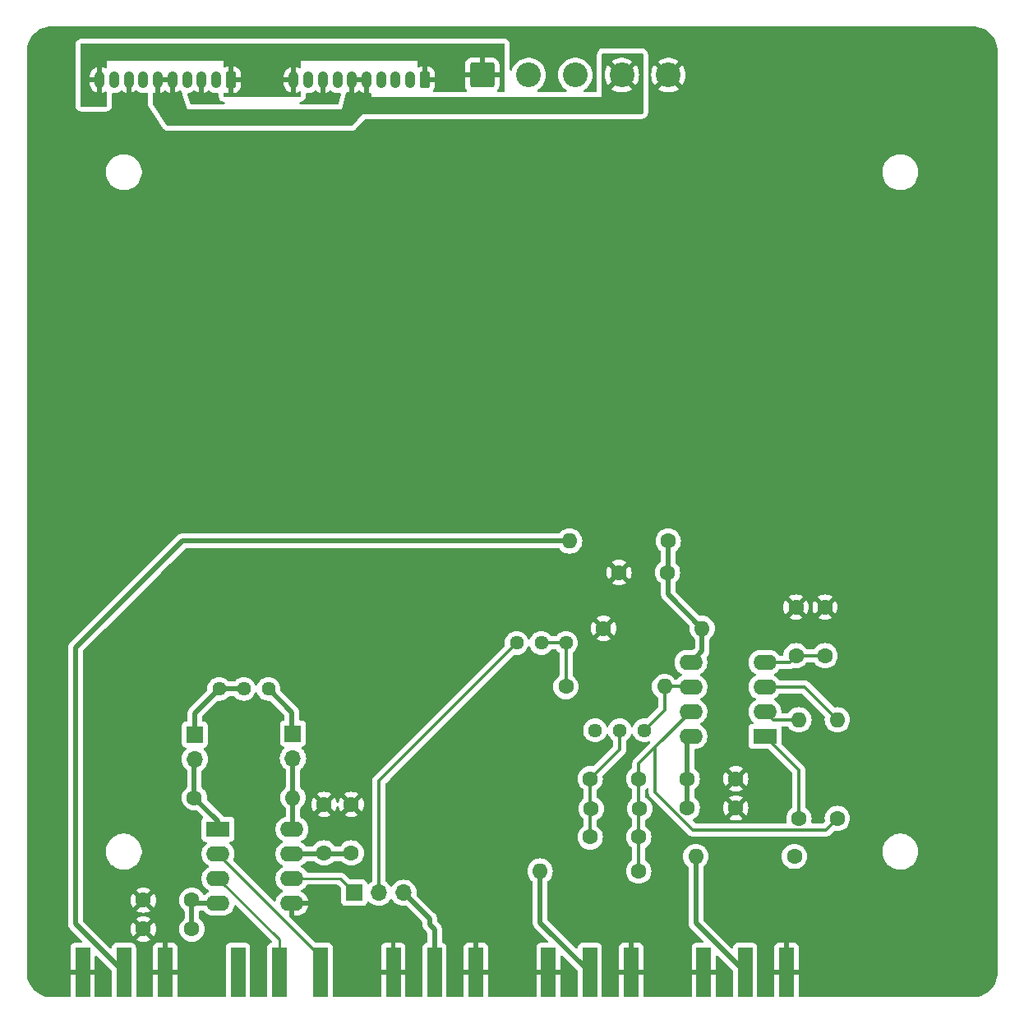
<source format=gtl>
G04 #@! TF.GenerationSoftware,KiCad,Pcbnew,8.0.7*
G04 #@! TF.CreationDate,2025-01-07T02:15:50-08:00*
G04 #@! TF.ProjectId,standalone_pi_loop,7374616e-6461-46c6-9f6e-655f70695f6c,rev?*
G04 #@! TF.SameCoordinates,Original*
G04 #@! TF.FileFunction,Copper,L1,Top*
G04 #@! TF.FilePolarity,Positive*
%FSLAX46Y46*%
G04 Gerber Fmt 4.6, Leading zero omitted, Abs format (unit mm)*
G04 Created by KiCad (PCBNEW 8.0.7) date 2025-01-07 02:15:50*
%MOMM*%
%LPD*%
G01*
G04 APERTURE LIST*
G04 Aperture macros list*
%AMRoundRect*
0 Rectangle with rounded corners*
0 $1 Rounding radius*
0 $2 $3 $4 $5 $6 $7 $8 $9 X,Y pos of 4 corners*
0 Add a 4 corners polygon primitive as box body*
4,1,4,$2,$3,$4,$5,$6,$7,$8,$9,$2,$3,0*
0 Add four circle primitives for the rounded corners*
1,1,$1+$1,$2,$3*
1,1,$1+$1,$4,$5*
1,1,$1+$1,$6,$7*
1,1,$1+$1,$8,$9*
0 Add four rect primitives between the rounded corners*
20,1,$1+$1,$2,$3,$4,$5,0*
20,1,$1+$1,$4,$5,$6,$7,0*
20,1,$1+$1,$6,$7,$8,$9,0*
20,1,$1+$1,$8,$9,$2,$3,0*%
G04 Aperture macros list end*
G04 #@! TA.AperFunction,ComponentPad*
%ADD10C,1.600000*%
G04 #@! TD*
G04 #@! TA.AperFunction,SMDPad,CuDef*
%ADD11R,1.500000X5.080000*%
G04 #@! TD*
G04 #@! TA.AperFunction,ComponentPad*
%ADD12C,1.440000*%
G04 #@! TD*
G04 #@! TA.AperFunction,ComponentPad*
%ADD13RoundRect,0.249999X-1.025001X-1.025001X1.025001X-1.025001X1.025001X1.025001X-1.025001X1.025001X0*%
G04 #@! TD*
G04 #@! TA.AperFunction,ComponentPad*
%ADD14C,2.550000*%
G04 #@! TD*
G04 #@! TA.AperFunction,ComponentPad*
%ADD15RoundRect,0.250000X0.265000X0.615000X-0.265000X0.615000X-0.265000X-0.615000X0.265000X-0.615000X0*%
G04 #@! TD*
G04 #@! TA.AperFunction,ComponentPad*
%ADD16O,1.030000X1.730000*%
G04 #@! TD*
G04 #@! TA.AperFunction,ComponentPad*
%ADD17O,1.600000X1.600000*%
G04 #@! TD*
G04 #@! TA.AperFunction,ComponentPad*
%ADD18R,1.700000X1.700000*%
G04 #@! TD*
G04 #@! TA.AperFunction,ComponentPad*
%ADD19O,1.700000X1.700000*%
G04 #@! TD*
G04 #@! TA.AperFunction,ComponentPad*
%ADD20R,2.400000X1.600000*%
G04 #@! TD*
G04 #@! TA.AperFunction,ComponentPad*
%ADD21O,2.400000X1.600000*%
G04 #@! TD*
G04 #@! TA.AperFunction,ViaPad*
%ADD22C,0.800000*%
G04 #@! TD*
G04 #@! TA.AperFunction,Conductor*
%ADD23C,0.500000*%
G04 #@! TD*
G04 #@! TA.AperFunction,Conductor*
%ADD24C,0.250000*%
G04 #@! TD*
G04 #@! TA.AperFunction,Conductor*
%ADD25C,0.350000*%
G04 #@! TD*
G04 APERTURE END LIST*
D10*
X117000000Y-142980000D03*
X112000000Y-142980000D03*
X133420000Y-135140000D03*
X133420000Y-130140000D03*
D11*
X110000000Y-147450000D03*
X114250000Y-147450000D03*
X105750000Y-147450000D03*
D12*
X124900000Y-118240000D03*
X122360000Y-118240000D03*
X119820000Y-118240000D03*
D13*
X146900000Y-55000000D03*
D14*
X151700000Y-55000000D03*
X156500000Y-55000000D03*
X161300000Y-55000000D03*
X166100000Y-55000000D03*
D15*
X141000000Y-55500000D03*
D16*
X139500000Y-55500000D03*
X138000000Y-55500000D03*
X136500000Y-55500000D03*
X135000000Y-55500000D03*
X133500000Y-55500000D03*
X132000000Y-55500000D03*
X130500000Y-55500000D03*
X129000000Y-55500000D03*
X127500000Y-55500000D03*
D12*
X158540000Y-122500000D03*
X161080000Y-122500000D03*
X163620000Y-122500000D03*
D10*
X159420000Y-112000000D03*
D17*
X169580000Y-112000000D03*
D10*
X182240000Y-114820000D03*
X182240000Y-109820000D03*
D18*
X117320000Y-122940000D03*
D19*
X117320000Y-125480000D03*
D10*
X179240000Y-114820000D03*
X179240000Y-109820000D03*
X168040000Y-130500000D03*
X173040000Y-130500000D03*
D20*
X119700000Y-132700000D03*
D21*
X119700000Y-135240000D03*
X119700000Y-137780000D03*
X119700000Y-140320000D03*
X127320000Y-140320000D03*
X127320000Y-137780000D03*
X127320000Y-135240000D03*
X127320000Y-132700000D03*
D10*
X183500000Y-131580000D03*
D17*
X183500000Y-121420000D03*
D10*
X155540000Y-118000000D03*
D17*
X165700000Y-118000000D03*
D20*
X176040000Y-123120000D03*
D21*
X176040000Y-120580000D03*
X176040000Y-118040000D03*
X176040000Y-115500000D03*
X168420000Y-115500000D03*
X168420000Y-118040000D03*
X168420000Y-120580000D03*
X168420000Y-123120000D03*
D10*
X130620000Y-130140000D03*
X130620000Y-135140000D03*
X163040000Y-137000000D03*
D17*
X152880000Y-137000000D03*
D10*
X168040000Y-127500000D03*
X173040000Y-127500000D03*
X158040000Y-127500000D03*
X163040000Y-127500000D03*
X117260000Y-129440000D03*
D17*
X127420000Y-129440000D03*
D10*
X166080000Y-103000000D03*
D17*
X155920000Y-103000000D03*
D11*
X158000000Y-147450000D03*
X162250000Y-147450000D03*
X153750000Y-147450000D03*
D18*
X127420000Y-122840000D03*
D19*
X127420000Y-125380000D03*
D10*
X158140000Y-130580000D03*
X163140000Y-130580000D03*
X166000000Y-106250000D03*
X161000000Y-106250000D03*
X158040000Y-133500000D03*
X163040000Y-133500000D03*
X117000000Y-140000000D03*
X112000000Y-140000000D03*
D15*
X121000000Y-55500000D03*
D16*
X119500000Y-55500000D03*
X118000000Y-55500000D03*
X116500000Y-55500000D03*
X115000000Y-55500000D03*
X113500000Y-55500000D03*
X112000000Y-55500000D03*
X110500000Y-55500000D03*
X109000000Y-55500000D03*
X107500000Y-55500000D03*
D11*
X126000000Y-147450000D03*
X130250000Y-147450000D03*
X121750000Y-147450000D03*
X142000000Y-147450000D03*
X146250000Y-147450000D03*
X137750000Y-147450000D03*
D18*
X133740000Y-139240000D03*
D19*
X136280000Y-139240000D03*
X138820000Y-139240000D03*
D11*
X174000000Y-147450000D03*
X178250000Y-147450000D03*
X169750000Y-147450000D03*
D10*
X179540000Y-131580000D03*
D17*
X179540000Y-121420000D03*
D10*
X179080000Y-135500000D03*
D17*
X168920000Y-135500000D03*
D12*
X155540000Y-113500000D03*
X153000000Y-113500000D03*
X150460000Y-113500000D03*
D22*
X169750000Y-147500000D03*
X178250000Y-147450000D03*
X162250000Y-147500000D03*
X122250000Y-122750000D03*
X153750000Y-147500000D03*
X130250000Y-147500000D03*
X121750000Y-147500000D03*
D23*
X168040000Y-130500000D02*
X168040000Y-123500000D01*
D24*
X127580000Y-135500000D02*
X127320000Y-135240000D01*
D23*
X127320000Y-135240000D02*
X133320000Y-135240000D01*
X133320000Y-135240000D02*
X133420000Y-135140000D01*
X168040000Y-123500000D02*
X168420000Y-123120000D01*
D25*
X179240000Y-114820000D02*
X182240000Y-114820000D01*
X178560000Y-115500000D02*
X179240000Y-114820000D01*
D23*
X117320000Y-140320000D02*
X117000000Y-140000000D01*
X119700000Y-140320000D02*
X117320000Y-140320000D01*
D25*
X176040000Y-115500000D02*
X178560000Y-115500000D01*
D23*
X117000000Y-140000000D02*
X117000000Y-142980000D01*
D25*
X179540000Y-126620000D02*
X176040000Y-123120000D01*
X179540000Y-131580000D02*
X179540000Y-126620000D01*
X161080000Y-122500000D02*
X161080000Y-124460000D01*
X161080000Y-124460000D02*
X158040000Y-127500000D01*
X158040000Y-133500000D02*
X158040000Y-127500000D01*
D23*
X152880000Y-142330000D02*
X158000000Y-147450000D01*
X152880000Y-137000000D02*
X152880000Y-142330000D01*
X168920000Y-135500000D02*
X168920000Y-142370000D01*
X168920000Y-142370000D02*
X174000000Y-147450000D01*
D24*
X132280000Y-137780000D02*
X133740000Y-139240000D01*
X127320000Y-137780000D02*
X132280000Y-137780000D01*
D25*
X168380000Y-118000000D02*
X168420000Y-118040000D01*
X165700000Y-120420000D02*
X163620000Y-122500000D01*
X165700000Y-118000000D02*
X165700000Y-120420000D01*
X165700000Y-118000000D02*
X168380000Y-118000000D01*
X179540000Y-121420000D02*
X176880000Y-121420000D01*
X176880000Y-121420000D02*
X176040000Y-120580000D01*
X153000000Y-113500000D02*
X155540000Y-113500000D01*
X155540000Y-113500000D02*
X155540000Y-118000000D01*
D23*
X117260000Y-129440000D02*
X117260000Y-125540000D01*
X119700000Y-131880000D02*
X117260000Y-129440000D01*
X117260000Y-125540000D02*
X117320000Y-125480000D01*
X119700000Y-132700000D02*
X119700000Y-131880000D01*
X117320000Y-120740000D02*
X119820000Y-118240000D01*
X119820000Y-118240000D02*
X122360000Y-118240000D01*
X117320000Y-122940000D02*
X117320000Y-120740000D01*
X127320000Y-120660000D02*
X127320000Y-122740000D01*
X127320000Y-122740000D02*
X127420000Y-122840000D01*
X124900000Y-118240000D02*
X127320000Y-120660000D01*
X127420000Y-129440000D02*
X127420000Y-132600000D01*
X127420000Y-125380000D02*
X127420000Y-129440000D01*
X127420000Y-132600000D02*
X127320000Y-132700000D01*
D25*
X136280000Y-139240000D02*
X136280000Y-127680000D01*
X136280000Y-127680000D02*
X150460000Y-113500000D01*
D24*
X126000000Y-147450000D02*
X126000000Y-144080000D01*
X126000000Y-144080000D02*
X119700000Y-137780000D01*
X130250000Y-145790000D02*
X119700000Y-135240000D01*
X130250000Y-147450000D02*
X130250000Y-145790000D01*
D25*
X180120000Y-118040000D02*
X183500000Y-121420000D01*
X176040000Y-118040000D02*
X180120000Y-118040000D01*
X168633299Y-132755000D02*
X164750000Y-128871701D01*
X163040000Y-133500000D02*
X163040000Y-125960000D01*
X182325000Y-132755000D02*
X168633299Y-132755000D01*
X183500000Y-131580000D02*
X182325000Y-132755000D01*
X164750000Y-128871701D02*
X164750000Y-124250000D01*
X163040000Y-133500000D02*
X163040000Y-137000000D01*
X163040000Y-125960000D02*
X164750000Y-124250000D01*
X164750000Y-124250000D02*
X168420000Y-120580000D01*
D23*
X138820000Y-139240000D02*
X141500000Y-141920000D01*
X141500000Y-142500000D02*
X142000000Y-143000000D01*
X141500000Y-141920000D02*
X141500000Y-142500000D01*
X142000000Y-143000000D02*
X142000000Y-147450000D01*
X110000000Y-147450000D02*
X105000000Y-142450000D01*
X155920000Y-103000000D02*
X116000000Y-103000000D01*
X105000000Y-142450000D02*
X105000000Y-114000000D01*
X116000000Y-103000000D02*
X114250000Y-104750000D01*
X105000000Y-114000000D02*
X114250000Y-104750000D01*
X169580000Y-114340000D02*
X168420000Y-115500000D01*
X169580000Y-112000000D02*
X169580000Y-114340000D01*
X166080000Y-108500000D02*
X169580000Y-112000000D01*
X166080000Y-103000000D02*
X166080000Y-108500000D01*
G04 #@! TA.AperFunction,Conductor*
G36*
X149193039Y-51769685D02*
G01*
X149238794Y-51822489D01*
X149250000Y-51874000D01*
X149250000Y-56620500D01*
X149230315Y-56687539D01*
X149177511Y-56733294D01*
X149126000Y-56744500D01*
X148565523Y-56744500D01*
X148498484Y-56724815D01*
X148452729Y-56672011D01*
X148442785Y-56602853D01*
X148471810Y-56539297D01*
X148477842Y-56532819D01*
X148517316Y-56493344D01*
X148517319Y-56493340D01*
X148609354Y-56344130D01*
X148609359Y-56344119D01*
X148664505Y-56177697D01*
X148674999Y-56074986D01*
X148675000Y-56074973D01*
X148675000Y-55250000D01*
X147635300Y-55250000D01*
X147645217Y-55226059D01*
X147675000Y-55076331D01*
X147675000Y-54923669D01*
X147645217Y-54773941D01*
X147635300Y-54750000D01*
X148674999Y-54750000D01*
X148674999Y-53925028D01*
X148674998Y-53925013D01*
X148664505Y-53822303D01*
X148664505Y-53822301D01*
X148609359Y-53655880D01*
X148609354Y-53655869D01*
X148517319Y-53506659D01*
X148517316Y-53506655D01*
X148393344Y-53382683D01*
X148393340Y-53382680D01*
X148244130Y-53290645D01*
X148244119Y-53290640D01*
X148077697Y-53235494D01*
X147974986Y-53225000D01*
X147150000Y-53225000D01*
X147150000Y-54264699D01*
X147126059Y-54254783D01*
X146976331Y-54225000D01*
X146823669Y-54225000D01*
X146673941Y-54254783D01*
X146650000Y-54264699D01*
X146650000Y-53225000D01*
X145825028Y-53225000D01*
X145825012Y-53225001D01*
X145722303Y-53235494D01*
X145722301Y-53235494D01*
X145555880Y-53290640D01*
X145555869Y-53290645D01*
X145406659Y-53382680D01*
X145406655Y-53382683D01*
X145282683Y-53506655D01*
X145282680Y-53506659D01*
X145190645Y-53655869D01*
X145190640Y-53655880D01*
X145135494Y-53822302D01*
X145125000Y-53925013D01*
X145125000Y-54750000D01*
X146164700Y-54750000D01*
X146154783Y-54773941D01*
X146125000Y-54923669D01*
X146125000Y-55076331D01*
X146154783Y-55226059D01*
X146164700Y-55250000D01*
X145125001Y-55250000D01*
X145125001Y-56074986D01*
X145135494Y-56177696D01*
X145135494Y-56177698D01*
X145190640Y-56344119D01*
X145190645Y-56344130D01*
X145282680Y-56493340D01*
X145282683Y-56493344D01*
X145322158Y-56532819D01*
X145355643Y-56594142D01*
X145350659Y-56663834D01*
X145308787Y-56719767D01*
X145243323Y-56744184D01*
X145234477Y-56744500D01*
X141980090Y-56744500D01*
X141913051Y-56724815D01*
X141867296Y-56672011D01*
X141857352Y-56602853D01*
X141874551Y-56555403D01*
X141949356Y-56434124D01*
X141949358Y-56434119D01*
X142004505Y-56267697D01*
X142004506Y-56267690D01*
X142014999Y-56164986D01*
X142015000Y-56164973D01*
X142015000Y-55750000D01*
X141266189Y-55750000D01*
X141292073Y-55724116D01*
X141340126Y-55640885D01*
X141365000Y-55548053D01*
X141365000Y-55451947D01*
X141340126Y-55359115D01*
X141292073Y-55275884D01*
X141266189Y-55250000D01*
X142014999Y-55250000D01*
X142014999Y-54835028D01*
X142014998Y-54835013D01*
X142004505Y-54732302D01*
X141949358Y-54565880D01*
X141949356Y-54565875D01*
X141857315Y-54416654D01*
X141733345Y-54292684D01*
X141584124Y-54200643D01*
X141584119Y-54200641D01*
X141417697Y-54145494D01*
X141417690Y-54145493D01*
X141314986Y-54135000D01*
X141250000Y-54135000D01*
X141250000Y-55233811D01*
X141224116Y-55207927D01*
X141140885Y-55159874D01*
X141048053Y-55135000D01*
X140951947Y-55135000D01*
X140859115Y-55159874D01*
X140775884Y-55207927D01*
X140750000Y-55233811D01*
X140750000Y-54135000D01*
X140750000Y-53000000D01*
X141000000Y-53000000D01*
X141000000Y-51750000D01*
X149126000Y-51750000D01*
X149193039Y-51769685D01*
G37*
G04 #@! TD.AperFunction*
G04 #@! TA.AperFunction,Conductor*
G36*
X141000000Y-53000000D02*
G01*
X140750000Y-53000000D01*
X140750000Y-54135000D01*
X140749999Y-54134999D01*
X140685028Y-54135000D01*
X140685011Y-54135001D01*
X140582302Y-54145494D01*
X140413004Y-54201594D01*
X140343175Y-54203996D01*
X140283134Y-54168264D01*
X140251941Y-54105743D01*
X140250000Y-54083888D01*
X140250000Y-53500000D01*
X128250000Y-53500000D01*
X128250000Y-54198415D01*
X128230315Y-54265454D01*
X128177511Y-54311209D01*
X128108353Y-54321153D01*
X128057110Y-54301518D01*
X127980787Y-54250521D01*
X127980780Y-54250517D01*
X127796065Y-54174006D01*
X127796057Y-54174004D01*
X127750000Y-54164842D01*
X127750000Y-55233811D01*
X127724116Y-55207927D01*
X127640885Y-55159874D01*
X127548053Y-55135000D01*
X127451947Y-55135000D01*
X127359115Y-55159874D01*
X127275884Y-55207927D01*
X127250000Y-55233811D01*
X127250000Y-54164843D01*
X127249999Y-54164842D01*
X127203942Y-54174004D01*
X127203934Y-54174006D01*
X127019219Y-54250517D01*
X127019210Y-54250522D01*
X126852975Y-54361597D01*
X126852971Y-54361600D01*
X126711600Y-54502971D01*
X126711597Y-54502975D01*
X126600522Y-54669210D01*
X126600517Y-54669219D01*
X126524006Y-54853934D01*
X126524004Y-54853942D01*
X126485000Y-55050026D01*
X126485000Y-55250000D01*
X127233811Y-55250000D01*
X127207927Y-55275884D01*
X127159874Y-55359115D01*
X127135000Y-55451947D01*
X127135000Y-55548053D01*
X127159874Y-55640885D01*
X127207927Y-55724116D01*
X127233811Y-55750000D01*
X126485000Y-55750000D01*
X126485000Y-55949973D01*
X126524004Y-56146057D01*
X126524006Y-56146065D01*
X126600517Y-56330780D01*
X126600522Y-56330789D01*
X126711597Y-56497024D01*
X126711600Y-56497028D01*
X126852971Y-56638399D01*
X126852975Y-56638402D01*
X127019210Y-56749477D01*
X127019223Y-56749484D01*
X127203929Y-56825991D01*
X127203936Y-56825993D01*
X127250000Y-56835155D01*
X127250000Y-55766189D01*
X127275884Y-55792073D01*
X127359115Y-55840126D01*
X127451947Y-55865000D01*
X127548053Y-55865000D01*
X127640885Y-55840126D01*
X127724116Y-55792073D01*
X127750000Y-55766189D01*
X127750000Y-56835154D01*
X127796063Y-56825993D01*
X127796070Y-56825991D01*
X127980776Y-56749484D01*
X127980789Y-56749477D01*
X128057109Y-56698482D01*
X128123786Y-56677604D01*
X128191167Y-56696088D01*
X128237857Y-56748067D01*
X128250000Y-56801584D01*
X128250000Y-57126000D01*
X128230315Y-57193039D01*
X128177511Y-57238794D01*
X128126000Y-57250000D01*
X124000000Y-57250000D01*
X120374000Y-57250000D01*
X120306961Y-57230315D01*
X120261206Y-57177511D01*
X120250000Y-57126000D01*
X120250000Y-56916111D01*
X120269685Y-56849072D01*
X120322489Y-56803317D01*
X120391647Y-56793373D01*
X120413004Y-56798405D01*
X120582302Y-56854505D01*
X120582309Y-56854506D01*
X120685019Y-56864999D01*
X120749999Y-56864998D01*
X120750000Y-56864998D01*
X120750000Y-55766189D01*
X120775884Y-55792073D01*
X120859115Y-55840126D01*
X120951947Y-55865000D01*
X121048053Y-55865000D01*
X121140885Y-55840126D01*
X121224116Y-55792073D01*
X121250000Y-55766189D01*
X121250000Y-56864999D01*
X121314972Y-56864999D01*
X121314986Y-56864998D01*
X121417697Y-56854505D01*
X121584119Y-56799358D01*
X121584124Y-56799356D01*
X121733345Y-56707315D01*
X121857315Y-56583345D01*
X121949356Y-56434124D01*
X121949358Y-56434119D01*
X122004505Y-56267697D01*
X122004506Y-56267690D01*
X122014999Y-56164986D01*
X122015000Y-56164973D01*
X122015000Y-55750000D01*
X121266189Y-55750000D01*
X121292073Y-55724116D01*
X121340126Y-55640885D01*
X121365000Y-55548053D01*
X121365000Y-55451947D01*
X121340126Y-55359115D01*
X121292073Y-55275884D01*
X121266189Y-55250000D01*
X122014999Y-55250000D01*
X122014999Y-54835028D01*
X122014998Y-54835013D01*
X122004505Y-54732302D01*
X121949358Y-54565880D01*
X121949356Y-54565875D01*
X121857315Y-54416654D01*
X121733345Y-54292684D01*
X121584124Y-54200643D01*
X121584119Y-54200641D01*
X121417697Y-54145494D01*
X121417690Y-54145493D01*
X121314986Y-54135000D01*
X121250000Y-54135000D01*
X121250000Y-55233811D01*
X121224116Y-55207927D01*
X121140885Y-55159874D01*
X121048053Y-55135000D01*
X120951947Y-55135000D01*
X120859115Y-55159874D01*
X120775884Y-55207927D01*
X120750000Y-55233811D01*
X120750000Y-54135000D01*
X120749999Y-54134999D01*
X120685028Y-54135000D01*
X120685011Y-54135001D01*
X120582302Y-54145494D01*
X120413004Y-54201594D01*
X120343175Y-54203996D01*
X120283134Y-54168264D01*
X120251941Y-54105743D01*
X120250000Y-54083888D01*
X120250000Y-53500000D01*
X108250000Y-53500000D01*
X108250000Y-54198415D01*
X108230315Y-54265454D01*
X108177511Y-54311209D01*
X108108353Y-54321153D01*
X108057110Y-54301518D01*
X107980787Y-54250521D01*
X107980780Y-54250517D01*
X107796065Y-54174006D01*
X107796057Y-54174004D01*
X107750000Y-54164842D01*
X107750000Y-55233811D01*
X107724116Y-55207927D01*
X107640885Y-55159874D01*
X107548053Y-55135000D01*
X107451947Y-55135000D01*
X107359115Y-55159874D01*
X107275884Y-55207927D01*
X107250000Y-55233811D01*
X107250000Y-54164843D01*
X107249999Y-54164842D01*
X107203942Y-54174004D01*
X107203934Y-54174006D01*
X107019219Y-54250517D01*
X107019210Y-54250522D01*
X106852975Y-54361597D01*
X106852971Y-54361600D01*
X106711600Y-54502971D01*
X106711597Y-54502975D01*
X106600522Y-54669210D01*
X106600517Y-54669219D01*
X106524006Y-54853934D01*
X106524004Y-54853942D01*
X106485000Y-55050026D01*
X106485000Y-55250000D01*
X107233811Y-55250000D01*
X107207927Y-55275884D01*
X107159874Y-55359115D01*
X107135000Y-55451947D01*
X107135000Y-55548053D01*
X107159874Y-55640885D01*
X107207927Y-55724116D01*
X107233811Y-55750000D01*
X106485000Y-55750000D01*
X106485000Y-55949973D01*
X106524004Y-56146057D01*
X106524006Y-56146065D01*
X106600517Y-56330780D01*
X106600522Y-56330789D01*
X106711597Y-56497024D01*
X106711600Y-56497028D01*
X106852971Y-56638399D01*
X106852975Y-56638402D01*
X107019210Y-56749477D01*
X107019223Y-56749484D01*
X107203929Y-56825991D01*
X107203936Y-56825993D01*
X107250000Y-56835155D01*
X107250000Y-55766189D01*
X107275884Y-55792073D01*
X107359115Y-55840126D01*
X107451947Y-55865000D01*
X107548053Y-55865000D01*
X107640885Y-55840126D01*
X107724116Y-55792073D01*
X107750000Y-55766189D01*
X107750000Y-56835154D01*
X107796063Y-56825993D01*
X107796070Y-56825991D01*
X107980776Y-56749484D01*
X107980789Y-56749477D01*
X108057109Y-56698482D01*
X108123786Y-56677604D01*
X108191167Y-56696088D01*
X108237857Y-56748067D01*
X108250000Y-56801584D01*
X108250000Y-58126000D01*
X108230315Y-58193039D01*
X108177511Y-58238794D01*
X108126000Y-58250000D01*
X105624000Y-58250000D01*
X105556961Y-58230315D01*
X105511206Y-58177511D01*
X105500000Y-58126000D01*
X105500000Y-51874000D01*
X105519685Y-51806961D01*
X105572489Y-51761206D01*
X105624000Y-51750000D01*
X141000000Y-51750000D01*
X141000000Y-53000000D01*
G37*
G04 #@! TD.AperFunction*
G04 #@! TA.AperFunction,Conductor*
G36*
X135250000Y-56835154D02*
G01*
X135296063Y-56825993D01*
X135296066Y-56825992D01*
X135328547Y-56812539D01*
X135398017Y-56805070D01*
X135460496Y-56836345D01*
X135496148Y-56896434D01*
X135500000Y-56927100D01*
X135500000Y-57250000D01*
X133500000Y-57250000D01*
X133500000Y-59000000D01*
X134611111Y-59000000D01*
X133536995Y-60208381D01*
X133477744Y-60245409D01*
X133444316Y-60250000D01*
X114566363Y-60250000D01*
X114499324Y-60230315D01*
X114463189Y-60194783D01*
X113020826Y-58031239D01*
X113000018Y-57964540D01*
X113000000Y-57962456D01*
X113000000Y-56927100D01*
X113019685Y-56860061D01*
X113072489Y-56814306D01*
X113141647Y-56804362D01*
X113171453Y-56812539D01*
X113203933Y-56825992D01*
X113203936Y-56825993D01*
X113250000Y-56835155D01*
X113250000Y-55766189D01*
X113275884Y-55792073D01*
X113359115Y-55840126D01*
X113451947Y-55865000D01*
X113548053Y-55865000D01*
X113640885Y-55840126D01*
X113724116Y-55792073D01*
X113750000Y-55766189D01*
X113750000Y-56835154D01*
X113796063Y-56825993D01*
X113796070Y-56825991D01*
X113980776Y-56749484D01*
X113980789Y-56749477D01*
X114147024Y-56638402D01*
X114147027Y-56638400D01*
X114162317Y-56623110D01*
X114223639Y-56589623D01*
X114293331Y-56594606D01*
X114337683Y-56623110D01*
X114352972Y-56638400D01*
X114352975Y-56638402D01*
X114519210Y-56749477D01*
X114519223Y-56749484D01*
X114703929Y-56825991D01*
X114703936Y-56825993D01*
X114750000Y-56835155D01*
X114750000Y-55766189D01*
X114775884Y-55792073D01*
X114859115Y-55840126D01*
X114951947Y-55865000D01*
X115048053Y-55865000D01*
X115140885Y-55840126D01*
X115224116Y-55792073D01*
X115250000Y-55766189D01*
X115250000Y-56835154D01*
X115296063Y-56825993D01*
X115296070Y-56825991D01*
X115480776Y-56749484D01*
X115480789Y-56749477D01*
X115647023Y-56638403D01*
X115661962Y-56623464D01*
X115723285Y-56589977D01*
X115792977Y-56594960D01*
X115837329Y-56623464D01*
X115852651Y-56638787D01*
X115852654Y-56638789D01*
X115852656Y-56638791D01*
X115944893Y-56700421D01*
X115989695Y-56754030D01*
X116000000Y-56803521D01*
X116000000Y-57000000D01*
X116500000Y-58500000D01*
X132500000Y-58500000D01*
X132910405Y-56858377D01*
X132945761Y-56798116D01*
X133008085Y-56766534D01*
X133077590Y-56773661D01*
X133078155Y-56773893D01*
X133203933Y-56825992D01*
X133203936Y-56825993D01*
X133250000Y-56835155D01*
X133250000Y-55766189D01*
X133275884Y-55792073D01*
X133359115Y-55840126D01*
X133451947Y-55865000D01*
X133548053Y-55865000D01*
X133640885Y-55840126D01*
X133724116Y-55792073D01*
X133750000Y-55766189D01*
X133750000Y-56835154D01*
X133796063Y-56825993D01*
X133796070Y-56825991D01*
X133980776Y-56749484D01*
X133980789Y-56749477D01*
X134147024Y-56638402D01*
X134147027Y-56638400D01*
X134162317Y-56623110D01*
X134223639Y-56589623D01*
X134293331Y-56594606D01*
X134337683Y-56623110D01*
X134352972Y-56638400D01*
X134352975Y-56638402D01*
X134519210Y-56749477D01*
X134519223Y-56749484D01*
X134703929Y-56825991D01*
X134703936Y-56825993D01*
X134750000Y-56835155D01*
X134750000Y-55766189D01*
X134775884Y-55792073D01*
X134859115Y-55840126D01*
X134951947Y-55865000D01*
X135048053Y-55865000D01*
X135140885Y-55840126D01*
X135224116Y-55792073D01*
X135250000Y-55766189D01*
X135250000Y-56835154D01*
G37*
G04 #@! TD.AperFunction*
G04 #@! TA.AperFunction,Conductor*
G36*
X114707927Y-55275884D02*
G01*
X114659874Y-55359115D01*
X114635000Y-55451947D01*
X114635000Y-55548053D01*
X114659874Y-55640885D01*
X114707927Y-55724116D01*
X114733811Y-55750000D01*
X113766189Y-55750000D01*
X113792073Y-55724116D01*
X113840126Y-55640885D01*
X113865000Y-55548053D01*
X113865000Y-55451947D01*
X113840126Y-55359115D01*
X113792073Y-55275884D01*
X113766189Y-55250000D01*
X114733811Y-55250000D01*
X114707927Y-55275884D01*
G37*
G04 #@! TD.AperFunction*
G04 #@! TA.AperFunction,Conductor*
G36*
X134707927Y-55275884D02*
G01*
X134659874Y-55359115D01*
X134635000Y-55451947D01*
X134635000Y-55548053D01*
X134659874Y-55640885D01*
X134707927Y-55724116D01*
X134733811Y-55750000D01*
X133766189Y-55750000D01*
X133792073Y-55724116D01*
X133840126Y-55640885D01*
X133865000Y-55548053D01*
X133865000Y-55451947D01*
X133840126Y-55359115D01*
X133792073Y-55275884D01*
X133766189Y-55250000D01*
X134733811Y-55250000D01*
X134707927Y-55275884D01*
G37*
G04 #@! TD.AperFunction*
G04 #@! TA.AperFunction,Conductor*
G36*
X163443039Y-52769685D02*
G01*
X163488794Y-52822489D01*
X163500000Y-52874000D01*
X163500000Y-58876000D01*
X163480315Y-58943039D01*
X163427511Y-58988794D01*
X163376000Y-59000000D01*
X133500000Y-59000000D01*
X133500000Y-57250000D01*
X159250000Y-57250000D01*
X159250000Y-54999995D01*
X159520023Y-54999995D01*
X159520023Y-55000004D01*
X159539903Y-55265290D01*
X159539903Y-55265292D01*
X159599098Y-55524643D01*
X159599104Y-55524662D01*
X159696296Y-55772303D01*
X159829313Y-56002695D01*
X159829320Y-56002706D01*
X159880084Y-56066360D01*
X159880085Y-56066361D01*
X160603287Y-55343159D01*
X160613204Y-55367100D01*
X160698018Y-55494034D01*
X160805966Y-55601982D01*
X160932900Y-55686796D01*
X160956839Y-55696712D01*
X160232839Y-56420711D01*
X160410011Y-56541504D01*
X160410015Y-56541506D01*
X160649695Y-56656931D01*
X160649699Y-56656932D01*
X160903909Y-56735346D01*
X160903915Y-56735347D01*
X161166976Y-56774999D01*
X161166983Y-56775000D01*
X161433017Y-56775000D01*
X161433023Y-56774999D01*
X161696084Y-56735347D01*
X161696090Y-56735346D01*
X161950299Y-56656933D01*
X162189984Y-56541507D01*
X162367159Y-56420711D01*
X161643159Y-55696712D01*
X161667100Y-55686796D01*
X161794034Y-55601982D01*
X161901982Y-55494034D01*
X161986796Y-55367100D01*
X161996712Y-55343160D01*
X162719913Y-56066361D01*
X162719913Y-56066360D01*
X162770688Y-56002693D01*
X162903703Y-55772303D01*
X163000895Y-55524662D01*
X163000901Y-55524643D01*
X163060096Y-55265292D01*
X163060096Y-55265290D01*
X163079977Y-55000004D01*
X163079977Y-54999995D01*
X163060096Y-54734709D01*
X163060096Y-54734707D01*
X163000901Y-54475356D01*
X163000895Y-54475337D01*
X162903703Y-54227696D01*
X162770686Y-53997304D01*
X162719913Y-53933637D01*
X161996711Y-54656839D01*
X161986796Y-54632900D01*
X161901982Y-54505966D01*
X161794034Y-54398018D01*
X161667100Y-54313204D01*
X161643158Y-54303287D01*
X162367159Y-53579287D01*
X162189989Y-53458495D01*
X162189985Y-53458493D01*
X161950299Y-53343066D01*
X161696090Y-53264653D01*
X161696084Y-53264652D01*
X161433023Y-53225000D01*
X161166976Y-53225000D01*
X160903915Y-53264652D01*
X160903909Y-53264653D01*
X160649699Y-53343067D01*
X160649695Y-53343068D01*
X160410012Y-53458494D01*
X160410004Y-53458499D01*
X160232840Y-53579286D01*
X160956841Y-54303287D01*
X160932900Y-54313204D01*
X160805966Y-54398018D01*
X160698018Y-54505966D01*
X160613204Y-54632900D01*
X160603287Y-54656840D01*
X159880084Y-53933637D01*
X159829316Y-53997299D01*
X159696296Y-54227696D01*
X159599104Y-54475337D01*
X159599098Y-54475356D01*
X159539903Y-54734707D01*
X159539903Y-54734709D01*
X159520023Y-54999995D01*
X159250000Y-54999995D01*
X159250000Y-52874000D01*
X159269685Y-52806961D01*
X159322489Y-52761206D01*
X159374000Y-52750000D01*
X163376000Y-52750000D01*
X163443039Y-52769685D01*
G37*
G04 #@! TD.AperFunction*
G04 #@! TA.AperFunction,Conductor*
G36*
X118250000Y-56835154D02*
G01*
X118296063Y-56825993D01*
X118296070Y-56825991D01*
X118480776Y-56749484D01*
X118480789Y-56749477D01*
X118647023Y-56638403D01*
X118661962Y-56623464D01*
X118723285Y-56589977D01*
X118792977Y-56594960D01*
X118837329Y-56623464D01*
X118852653Y-56638789D01*
X118852656Y-56638791D01*
X119018973Y-56749921D01*
X119018986Y-56749928D01*
X119202625Y-56825993D01*
X119203789Y-56826475D01*
X119367113Y-56858962D01*
X119399977Y-56865499D01*
X119399981Y-56865500D01*
X119399982Y-56865500D01*
X119600020Y-56865500D01*
X119606083Y-56864903D01*
X119606302Y-56867136D01*
X119665878Y-56872456D01*
X119721063Y-56915308D01*
X119744321Y-56981194D01*
X119744500Y-56987855D01*
X119744500Y-57126000D01*
X119744501Y-57126009D01*
X119756052Y-57233450D01*
X119756054Y-57233462D01*
X119767260Y-57284972D01*
X119801383Y-57387497D01*
X119801386Y-57387503D01*
X119879171Y-57508537D01*
X119879179Y-57508548D01*
X119924923Y-57561340D01*
X119924926Y-57561343D01*
X119924930Y-57561347D01*
X120033664Y-57655567D01*
X120033667Y-57655568D01*
X120033668Y-57655569D01*
X120127925Y-57698616D01*
X120164541Y-57715338D01*
X120231580Y-57735023D01*
X120231584Y-57735024D01*
X120320182Y-57747762D01*
X120383737Y-57776787D01*
X120421512Y-57835565D01*
X120421512Y-57905434D01*
X120383738Y-57964213D01*
X120320183Y-57993238D01*
X120302535Y-57994500D01*
X116953717Y-57994500D01*
X116886678Y-57974815D01*
X116840923Y-57922011D01*
X116836080Y-57909712D01*
X116811364Y-57835565D01*
X116539439Y-57019789D01*
X116536915Y-56949967D01*
X116572540Y-56889862D01*
X116632885Y-56858962D01*
X116796211Y-56826475D01*
X116981020Y-56749925D01*
X117147344Y-56638791D01*
X117162671Y-56623463D01*
X117223989Y-56589978D01*
X117293681Y-56594959D01*
X117338034Y-56623462D01*
X117352971Y-56638399D01*
X117352975Y-56638402D01*
X117519210Y-56749477D01*
X117519223Y-56749484D01*
X117703929Y-56825991D01*
X117703936Y-56825993D01*
X117750000Y-56835155D01*
X117750000Y-55766189D01*
X117775884Y-55792073D01*
X117859115Y-55840126D01*
X117951947Y-55865000D01*
X118048053Y-55865000D01*
X118140885Y-55840126D01*
X118224116Y-55792073D01*
X118250000Y-55766189D01*
X118250000Y-56835154D01*
G37*
G04 #@! TD.AperFunction*
G04 #@! TA.AperFunction,Conductor*
G36*
X130750000Y-56835154D02*
G01*
X130796063Y-56825993D01*
X130796070Y-56825991D01*
X130980776Y-56749484D01*
X130980789Y-56749477D01*
X131147023Y-56638403D01*
X131161962Y-56623464D01*
X131223285Y-56589977D01*
X131292977Y-56594960D01*
X131337329Y-56623464D01*
X131352653Y-56638789D01*
X131352656Y-56638791D01*
X131518973Y-56749921D01*
X131518986Y-56749928D01*
X131702625Y-56825993D01*
X131703789Y-56826475D01*
X131867113Y-56858962D01*
X131899977Y-56865499D01*
X131899981Y-56865500D01*
X131899982Y-56865500D01*
X132100019Y-56865500D01*
X132100019Y-56865499D01*
X132210654Y-56843493D01*
X132280246Y-56849720D01*
X132335423Y-56892583D01*
X132358668Y-56958473D01*
X132355144Y-56995184D01*
X132128798Y-57900574D01*
X132093442Y-57960838D01*
X132031117Y-57992420D01*
X132008500Y-57994500D01*
X128216352Y-57994500D01*
X128149313Y-57974815D01*
X128103558Y-57922011D01*
X128093614Y-57852853D01*
X128122639Y-57789297D01*
X128181417Y-57751523D01*
X128203097Y-57747211D01*
X128233456Y-57743947D01*
X128284967Y-57732741D01*
X128319197Y-57721347D01*
X128387497Y-57698616D01*
X128387501Y-57698613D01*
X128387504Y-57698613D01*
X128508543Y-57620825D01*
X128561347Y-57575070D01*
X128655567Y-57466336D01*
X128715338Y-57335459D01*
X128735023Y-57268420D01*
X128735024Y-57268416D01*
X128755500Y-57126000D01*
X128755500Y-56987855D01*
X128775185Y-56920816D01*
X128827989Y-56875061D01*
X128893849Y-56865591D01*
X128893917Y-56864903D01*
X128896717Y-56865178D01*
X128897147Y-56865117D01*
X128898576Y-56865361D01*
X128899980Y-56865500D01*
X128899982Y-56865500D01*
X129100019Y-56865500D01*
X129100020Y-56865499D01*
X129296211Y-56826475D01*
X129481020Y-56749925D01*
X129647344Y-56638791D01*
X129662671Y-56623463D01*
X129723989Y-56589978D01*
X129793681Y-56594959D01*
X129838034Y-56623462D01*
X129852971Y-56638399D01*
X129852975Y-56638402D01*
X130019210Y-56749477D01*
X130019223Y-56749484D01*
X130203929Y-56825991D01*
X130203936Y-56825993D01*
X130250000Y-56835155D01*
X130250000Y-55766189D01*
X130275884Y-55792073D01*
X130359115Y-55840126D01*
X130451947Y-55865000D01*
X130548053Y-55865000D01*
X130640885Y-55840126D01*
X130724116Y-55792073D01*
X130750000Y-55766189D01*
X130750000Y-56835154D01*
G37*
G04 #@! TD.AperFunction*
G04 #@! TA.AperFunction,Conductor*
G36*
X197501039Y-50000017D02*
G01*
X197503981Y-50000065D01*
X197656582Y-50002559D01*
X197670718Y-50003602D01*
X197980196Y-50044345D01*
X197996087Y-50047506D01*
X198240218Y-50112921D01*
X198296612Y-50128032D01*
X198311971Y-50133246D01*
X198599400Y-50252303D01*
X198613947Y-50259477D01*
X198883377Y-50415032D01*
X198896863Y-50424043D01*
X199143686Y-50613437D01*
X199155881Y-50624132D01*
X199375867Y-50844118D01*
X199386562Y-50856313D01*
X199575956Y-51103136D01*
X199584967Y-51116622D01*
X199740522Y-51386052D01*
X199747696Y-51400599D01*
X199866753Y-51688028D01*
X199871967Y-51703387D01*
X199952491Y-52003903D01*
X199955655Y-52019812D01*
X199996396Y-52329270D01*
X199997440Y-52343428D01*
X199999983Y-52498960D01*
X200000000Y-52500987D01*
X200000000Y-147499012D01*
X199999983Y-147501039D01*
X199997440Y-147656571D01*
X199996396Y-147670729D01*
X199955655Y-147980187D01*
X199952491Y-147996096D01*
X199871967Y-148296612D01*
X199866753Y-148311971D01*
X199747696Y-148599400D01*
X199740522Y-148613947D01*
X199584967Y-148883377D01*
X199575956Y-148896863D01*
X199386562Y-149143686D01*
X199375867Y-149155881D01*
X199155881Y-149375867D01*
X199143686Y-149386562D01*
X198896863Y-149575956D01*
X198883377Y-149584967D01*
X198613947Y-149740522D01*
X198599400Y-149747696D01*
X198311971Y-149866753D01*
X198296612Y-149871967D01*
X197996096Y-149952491D01*
X197980187Y-149955655D01*
X197670729Y-149996396D01*
X197656571Y-149997440D01*
X197501040Y-149999983D01*
X197499013Y-150000000D01*
X179624000Y-150000000D01*
X179556961Y-149980315D01*
X179511206Y-149927511D01*
X179500000Y-149876000D01*
X179500000Y-147700000D01*
X177000000Y-147700000D01*
X177000000Y-149876000D01*
X176980315Y-149943039D01*
X176927511Y-149988794D01*
X176876000Y-150000000D01*
X175374500Y-150000000D01*
X175307461Y-149980315D01*
X175261706Y-149927511D01*
X175250500Y-149876000D01*
X175250499Y-144862155D01*
X177000000Y-144862155D01*
X177000000Y-147200000D01*
X178000000Y-147200000D01*
X178500000Y-147200000D01*
X179500000Y-147200000D01*
X179500000Y-144862172D01*
X179499999Y-144862155D01*
X179493598Y-144802627D01*
X179493596Y-144802620D01*
X179443354Y-144667913D01*
X179443350Y-144667906D01*
X179357190Y-144552812D01*
X179357187Y-144552809D01*
X179242093Y-144466649D01*
X179242086Y-144466645D01*
X179107379Y-144416403D01*
X179107372Y-144416401D01*
X179047844Y-144410000D01*
X178500000Y-144410000D01*
X178500000Y-147200000D01*
X178000000Y-147200000D01*
X178000000Y-144410000D01*
X177452155Y-144410000D01*
X177392627Y-144416401D01*
X177392620Y-144416403D01*
X177257913Y-144466645D01*
X177257906Y-144466649D01*
X177142812Y-144552809D01*
X177142809Y-144552812D01*
X177056649Y-144667906D01*
X177056645Y-144667913D01*
X177006403Y-144802620D01*
X177006401Y-144802627D01*
X177000000Y-144862155D01*
X175250499Y-144862155D01*
X175250499Y-144862129D01*
X175250498Y-144862123D01*
X175250497Y-144862116D01*
X175244091Y-144802517D01*
X175193884Y-144667906D01*
X175193797Y-144667671D01*
X175193793Y-144667664D01*
X175107547Y-144552455D01*
X175107544Y-144552452D01*
X174992335Y-144466206D01*
X174992328Y-144466202D01*
X174857482Y-144415908D01*
X174857483Y-144415908D01*
X174797883Y-144409501D01*
X174797881Y-144409500D01*
X174797873Y-144409500D01*
X174797864Y-144409500D01*
X173202129Y-144409500D01*
X173202123Y-144409501D01*
X173142516Y-144415908D01*
X173007671Y-144466202D01*
X173007664Y-144466206D01*
X172892455Y-144552452D01*
X172892452Y-144552455D01*
X172806206Y-144667664D01*
X172806202Y-144667671D01*
X172755908Y-144802516D01*
X172750411Y-144853648D01*
X172723673Y-144918199D01*
X172666280Y-144958047D01*
X172596455Y-144960540D01*
X172539441Y-144928073D01*
X169706819Y-142095451D01*
X169673334Y-142034128D01*
X169670500Y-142007770D01*
X169670500Y-136626662D01*
X169690185Y-136559623D01*
X169723379Y-136525086D01*
X169759139Y-136500047D01*
X169920047Y-136339139D01*
X170050568Y-136152734D01*
X170146739Y-135946496D01*
X170205635Y-135726692D01*
X170225468Y-135500000D01*
X170225468Y-135499998D01*
X177774532Y-135499998D01*
X177774532Y-135500001D01*
X177794364Y-135726686D01*
X177794366Y-135726697D01*
X177853258Y-135946488D01*
X177853261Y-135946497D01*
X177949431Y-136152732D01*
X177949432Y-136152734D01*
X178079954Y-136339141D01*
X178240858Y-136500045D01*
X178262660Y-136515311D01*
X178427266Y-136630568D01*
X178633504Y-136726739D01*
X178853308Y-136785635D01*
X179015230Y-136799801D01*
X179079998Y-136805468D01*
X179080000Y-136805468D01*
X179080002Y-136805468D01*
X179136673Y-136800509D01*
X179306692Y-136785635D01*
X179526496Y-136726739D01*
X179732734Y-136630568D01*
X179919139Y-136500047D01*
X180080047Y-136339139D01*
X180210568Y-136152734D01*
X180306739Y-135946496D01*
X180365635Y-135726692D01*
X180385468Y-135500000D01*
X180365635Y-135273308D01*
X180306739Y-135053504D01*
X180225231Y-134878711D01*
X188149500Y-134878711D01*
X188149500Y-135121288D01*
X188181161Y-135361785D01*
X188243947Y-135596104D01*
X188336773Y-135820205D01*
X188336777Y-135820214D01*
X188358974Y-135858661D01*
X188458064Y-136030289D01*
X188458066Y-136030292D01*
X188458067Y-136030293D01*
X188605733Y-136222736D01*
X188605739Y-136222743D01*
X188777256Y-136394260D01*
X188777263Y-136394266D01*
X188818144Y-136425635D01*
X188969711Y-136541936D01*
X189179788Y-136663224D01*
X189403900Y-136756054D01*
X189638211Y-136818838D01*
X189818586Y-136842584D01*
X189878711Y-136850500D01*
X189878712Y-136850500D01*
X190121289Y-136850500D01*
X190169388Y-136844167D01*
X190361789Y-136818838D01*
X190596100Y-136756054D01*
X190820212Y-136663224D01*
X191030289Y-136541936D01*
X191222738Y-136394265D01*
X191394265Y-136222738D01*
X191541936Y-136030289D01*
X191663224Y-135820212D01*
X191756054Y-135596100D01*
X191818838Y-135361789D01*
X191850500Y-135121288D01*
X191850500Y-134878712D01*
X191818838Y-134638211D01*
X191756054Y-134403900D01*
X191663224Y-134179788D01*
X191541936Y-133969711D01*
X191394265Y-133777262D01*
X191394260Y-133777256D01*
X191222743Y-133605739D01*
X191222736Y-133605733D01*
X191030293Y-133458067D01*
X191030292Y-133458066D01*
X191030289Y-133458064D01*
X190820212Y-133336776D01*
X190820205Y-133336773D01*
X190596104Y-133243947D01*
X190361785Y-133181161D01*
X190121289Y-133149500D01*
X190121288Y-133149500D01*
X189878712Y-133149500D01*
X189878711Y-133149500D01*
X189638214Y-133181161D01*
X189403895Y-133243947D01*
X189179794Y-133336773D01*
X189179785Y-133336777D01*
X188969706Y-133458067D01*
X188777263Y-133605733D01*
X188777256Y-133605739D01*
X188605739Y-133777256D01*
X188605733Y-133777263D01*
X188458067Y-133969706D01*
X188336777Y-134179785D01*
X188336773Y-134179794D01*
X188243947Y-134403895D01*
X188181161Y-134638214D01*
X188149500Y-134878711D01*
X180225231Y-134878711D01*
X180210568Y-134847266D01*
X180080047Y-134660861D01*
X180080045Y-134660858D01*
X179919141Y-134499954D01*
X179732734Y-134369432D01*
X179732732Y-134369431D01*
X179526497Y-134273261D01*
X179526488Y-134273258D01*
X179306697Y-134214366D01*
X179306693Y-134214365D01*
X179306692Y-134214365D01*
X179306691Y-134214364D01*
X179306686Y-134214364D01*
X179080002Y-134194532D01*
X179079998Y-134194532D01*
X178853313Y-134214364D01*
X178853302Y-134214366D01*
X178633511Y-134273258D01*
X178633502Y-134273261D01*
X178427267Y-134369431D01*
X178427265Y-134369432D01*
X178240858Y-134499954D01*
X178079954Y-134660858D01*
X177949432Y-134847265D01*
X177949431Y-134847267D01*
X177853261Y-135053502D01*
X177853258Y-135053511D01*
X177794366Y-135273302D01*
X177794364Y-135273313D01*
X177774532Y-135499998D01*
X170225468Y-135499998D01*
X170205635Y-135273308D01*
X170146739Y-135053504D01*
X170050568Y-134847266D01*
X169920047Y-134660861D01*
X169920045Y-134660858D01*
X169759141Y-134499954D01*
X169572734Y-134369432D01*
X169572732Y-134369431D01*
X169366497Y-134273261D01*
X169366488Y-134273258D01*
X169146697Y-134214366D01*
X169146693Y-134214365D01*
X169146692Y-134214365D01*
X169146691Y-134214364D01*
X169146686Y-134214364D01*
X168920002Y-134194532D01*
X168919998Y-134194532D01*
X168693313Y-134214364D01*
X168693302Y-134214366D01*
X168473511Y-134273258D01*
X168473502Y-134273261D01*
X168267267Y-134369431D01*
X168267265Y-134369432D01*
X168080858Y-134499954D01*
X167919954Y-134660858D01*
X167789432Y-134847265D01*
X167789431Y-134847267D01*
X167693261Y-135053502D01*
X167693258Y-135053511D01*
X167634366Y-135273302D01*
X167634364Y-135273313D01*
X167614532Y-135499998D01*
X167614532Y-135500001D01*
X167634364Y-135726686D01*
X167634366Y-135726697D01*
X167693258Y-135946488D01*
X167693261Y-135946497D01*
X167789431Y-136152732D01*
X167789432Y-136152734D01*
X167919954Y-136339141D01*
X168080859Y-136500046D01*
X168116621Y-136525086D01*
X168160247Y-136579662D01*
X168169500Y-136626662D01*
X168169500Y-142443918D01*
X168169500Y-142443920D01*
X168169499Y-142443920D01*
X168198340Y-142588907D01*
X168198343Y-142588917D01*
X168254914Y-142725492D01*
X168273499Y-142753306D01*
X168273500Y-142753309D01*
X168337046Y-142848414D01*
X168337052Y-142848421D01*
X169686951Y-144198319D01*
X169720436Y-144259642D01*
X169715452Y-144329334D01*
X169673580Y-144385267D01*
X169608116Y-144409684D01*
X169599270Y-144410000D01*
X168952155Y-144410000D01*
X168892627Y-144416401D01*
X168892620Y-144416403D01*
X168757913Y-144466645D01*
X168757906Y-144466649D01*
X168642812Y-144552809D01*
X168642809Y-144552812D01*
X168556649Y-144667906D01*
X168556645Y-144667913D01*
X168506403Y-144802620D01*
X168506401Y-144802627D01*
X168500000Y-144862155D01*
X168500000Y-147200000D01*
X171000000Y-147200000D01*
X171000000Y-145810730D01*
X171019685Y-145743691D01*
X171072489Y-145697936D01*
X171141647Y-145687992D01*
X171205203Y-145717017D01*
X171211681Y-145723049D01*
X172713181Y-147224549D01*
X172746666Y-147285872D01*
X172749500Y-147312229D01*
X172749500Y-148613947D01*
X172749501Y-149876000D01*
X172729816Y-149943039D01*
X172677013Y-149988794D01*
X172625501Y-150000000D01*
X171124000Y-150000000D01*
X171056961Y-149980315D01*
X171011206Y-149927511D01*
X171000000Y-149876000D01*
X171000000Y-147700000D01*
X168500000Y-147700000D01*
X168500000Y-149876000D01*
X168480315Y-149943039D01*
X168427511Y-149988794D01*
X168376000Y-150000000D01*
X163624000Y-150000000D01*
X163556961Y-149980315D01*
X163511206Y-149927511D01*
X163500000Y-149876000D01*
X163500000Y-147700000D01*
X161000000Y-147700000D01*
X161000000Y-149876000D01*
X160980315Y-149943039D01*
X160927511Y-149988794D01*
X160876000Y-150000000D01*
X159374500Y-150000000D01*
X159307461Y-149980315D01*
X159261706Y-149927511D01*
X159250500Y-149876000D01*
X159250499Y-144862155D01*
X161000000Y-144862155D01*
X161000000Y-147200000D01*
X162000000Y-147200000D01*
X162500000Y-147200000D01*
X163500000Y-147200000D01*
X163500000Y-144862172D01*
X163499999Y-144862155D01*
X163493598Y-144802627D01*
X163493596Y-144802620D01*
X163443354Y-144667913D01*
X163443350Y-144667906D01*
X163357190Y-144552812D01*
X163357187Y-144552809D01*
X163242093Y-144466649D01*
X163242086Y-144466645D01*
X163107379Y-144416403D01*
X163107372Y-144416401D01*
X163047844Y-144410000D01*
X162500000Y-144410000D01*
X162500000Y-147200000D01*
X162000000Y-147200000D01*
X162000000Y-144410000D01*
X161452155Y-144410000D01*
X161392627Y-144416401D01*
X161392620Y-144416403D01*
X161257913Y-144466645D01*
X161257906Y-144466649D01*
X161142812Y-144552809D01*
X161142809Y-144552812D01*
X161056649Y-144667906D01*
X161056645Y-144667913D01*
X161006403Y-144802620D01*
X161006401Y-144802627D01*
X161000000Y-144862155D01*
X159250499Y-144862155D01*
X159250499Y-144862129D01*
X159250498Y-144862123D01*
X159250497Y-144862116D01*
X159244091Y-144802517D01*
X159193884Y-144667906D01*
X159193797Y-144667671D01*
X159193793Y-144667664D01*
X159107547Y-144552455D01*
X159107544Y-144552452D01*
X158992335Y-144466206D01*
X158992328Y-144466202D01*
X158857482Y-144415908D01*
X158857483Y-144415908D01*
X158797883Y-144409501D01*
X158797881Y-144409500D01*
X158797873Y-144409500D01*
X158797864Y-144409500D01*
X157202129Y-144409500D01*
X157202123Y-144409501D01*
X157142516Y-144415908D01*
X157007671Y-144466202D01*
X157007664Y-144466206D01*
X156892455Y-144552452D01*
X156892452Y-144552455D01*
X156806206Y-144667664D01*
X156806202Y-144667671D01*
X156755908Y-144802516D01*
X156750411Y-144853648D01*
X156723673Y-144918199D01*
X156666280Y-144958047D01*
X156596455Y-144960540D01*
X156539441Y-144928073D01*
X153666819Y-142055451D01*
X153633334Y-141994128D01*
X153630500Y-141967770D01*
X153630500Y-138126662D01*
X153650185Y-138059623D01*
X153683379Y-138025086D01*
X153719140Y-138000046D01*
X153880045Y-137839141D01*
X153880047Y-137839139D01*
X154010568Y-137652734D01*
X154106739Y-137446496D01*
X154165635Y-137226692D01*
X154185468Y-137000000D01*
X154165635Y-136773308D01*
X154111832Y-136572511D01*
X154106741Y-136553511D01*
X154106738Y-136553502D01*
X154087163Y-136511523D01*
X154010568Y-136347266D01*
X153880047Y-136160861D01*
X153880045Y-136160858D01*
X153719141Y-135999954D01*
X153532734Y-135869432D01*
X153532732Y-135869431D01*
X153326497Y-135773261D01*
X153326488Y-135773258D01*
X153106697Y-135714366D01*
X153106693Y-135714365D01*
X153106692Y-135714365D01*
X153106691Y-135714364D01*
X153106686Y-135714364D01*
X152880002Y-135694532D01*
X152879998Y-135694532D01*
X152653313Y-135714364D01*
X152653302Y-135714366D01*
X152433511Y-135773258D01*
X152433502Y-135773261D01*
X152227267Y-135869431D01*
X152227265Y-135869432D01*
X152040858Y-135999954D01*
X151879954Y-136160858D01*
X151749432Y-136347265D01*
X151749431Y-136347267D01*
X151653261Y-136553502D01*
X151653258Y-136553511D01*
X151594366Y-136773302D01*
X151594364Y-136773313D01*
X151574532Y-136999998D01*
X151574532Y-137000001D01*
X151594364Y-137226686D01*
X151594366Y-137226697D01*
X151653258Y-137446488D01*
X151653261Y-137446497D01*
X151749431Y-137652732D01*
X151749432Y-137652734D01*
X151879954Y-137839141D01*
X152040859Y-138000046D01*
X152076621Y-138025086D01*
X152120247Y-138079662D01*
X152129500Y-138126662D01*
X152129500Y-142403918D01*
X152129500Y-142403920D01*
X152129499Y-142403920D01*
X152158340Y-142548907D01*
X152158343Y-142548917D01*
X152214914Y-142685492D01*
X152241642Y-142725493D01*
X152241643Y-142725496D01*
X152297046Y-142808414D01*
X152297052Y-142808421D01*
X153686951Y-144198319D01*
X153720436Y-144259642D01*
X153715452Y-144329334D01*
X153673580Y-144385267D01*
X153608116Y-144409684D01*
X153599270Y-144410000D01*
X152952155Y-144410000D01*
X152892627Y-144416401D01*
X152892620Y-144416403D01*
X152757913Y-144466645D01*
X152757906Y-144466649D01*
X152642812Y-144552809D01*
X152642809Y-144552812D01*
X152556649Y-144667906D01*
X152556645Y-144667913D01*
X152506403Y-144802620D01*
X152506401Y-144802627D01*
X152500000Y-144862155D01*
X152500000Y-147200000D01*
X155000000Y-147200000D01*
X155000000Y-145810729D01*
X155019685Y-145743690D01*
X155072489Y-145697935D01*
X155141647Y-145687991D01*
X155205203Y-145717016D01*
X155211681Y-145723048D01*
X156713181Y-147224548D01*
X156746666Y-147285871D01*
X156749500Y-147312229D01*
X156749500Y-148613947D01*
X156749501Y-149876000D01*
X156729816Y-149943039D01*
X156677013Y-149988794D01*
X156625501Y-150000000D01*
X155124000Y-150000000D01*
X155056961Y-149980315D01*
X155011206Y-149927511D01*
X155000000Y-149876000D01*
X155000000Y-147700000D01*
X152500000Y-147700000D01*
X152500000Y-149876000D01*
X152480315Y-149943039D01*
X152427511Y-149988794D01*
X152376000Y-150000000D01*
X147624000Y-150000000D01*
X147556961Y-149980315D01*
X147511206Y-149927511D01*
X147500000Y-149876000D01*
X147500000Y-147700000D01*
X145000000Y-147700000D01*
X145000000Y-149876000D01*
X144980315Y-149943039D01*
X144927511Y-149988794D01*
X144876000Y-150000000D01*
X143374500Y-150000000D01*
X143307461Y-149980315D01*
X143261706Y-149927511D01*
X143250500Y-149876000D01*
X143250499Y-144862155D01*
X145000000Y-144862155D01*
X145000000Y-147200000D01*
X146000000Y-147200000D01*
X146500000Y-147200000D01*
X147500000Y-147200000D01*
X147500000Y-144862172D01*
X147499999Y-144862155D01*
X147493598Y-144802627D01*
X147493596Y-144802620D01*
X147443354Y-144667913D01*
X147443350Y-144667906D01*
X147357190Y-144552812D01*
X147357187Y-144552809D01*
X147242093Y-144466649D01*
X147242086Y-144466645D01*
X147107379Y-144416403D01*
X147107372Y-144416401D01*
X147047844Y-144410000D01*
X146500000Y-144410000D01*
X146500000Y-147200000D01*
X146000000Y-147200000D01*
X146000000Y-144410000D01*
X145452155Y-144410000D01*
X145392627Y-144416401D01*
X145392620Y-144416403D01*
X145257913Y-144466645D01*
X145257906Y-144466649D01*
X145142812Y-144552809D01*
X145142809Y-144552812D01*
X145056649Y-144667906D01*
X145056645Y-144667913D01*
X145006403Y-144802620D01*
X145006401Y-144802627D01*
X145000000Y-144862155D01*
X143250499Y-144862155D01*
X143250499Y-144862129D01*
X143250498Y-144862123D01*
X143250497Y-144862116D01*
X143244091Y-144802517D01*
X143193884Y-144667906D01*
X143193797Y-144667671D01*
X143193793Y-144667664D01*
X143107547Y-144552455D01*
X143107544Y-144552452D01*
X142992335Y-144466206D01*
X142992328Y-144466202D01*
X142857482Y-144415908D01*
X142849938Y-144414126D01*
X142850474Y-144411853D01*
X142796688Y-144389571D01*
X142756843Y-144332177D01*
X142750500Y-144293024D01*
X142750500Y-142926079D01*
X142721659Y-142781092D01*
X142721658Y-142781091D01*
X142721658Y-142781087D01*
X142698631Y-142725495D01*
X142665087Y-142644511D01*
X142665083Y-142644504D01*
X142653017Y-142626446D01*
X142625380Y-142585084D01*
X142582952Y-142521584D01*
X142286819Y-142225451D01*
X142253334Y-142164128D01*
X142250500Y-142137770D01*
X142250500Y-141846079D01*
X142221659Y-141701092D01*
X142221658Y-141701091D01*
X142221658Y-141701087D01*
X142174812Y-141587990D01*
X142165087Y-141564511D01*
X142165080Y-141564498D01*
X142082952Y-141441585D01*
X142073226Y-141431859D01*
X141978416Y-141337049D01*
X141087684Y-140446317D01*
X140192869Y-139551501D01*
X140159384Y-139490178D01*
X140157022Y-139453012D01*
X140159152Y-139428673D01*
X140175659Y-139240000D01*
X140155063Y-139004592D01*
X140093903Y-138776337D01*
X139994035Y-138562171D01*
X139988425Y-138554158D01*
X139858494Y-138368597D01*
X139691402Y-138201506D01*
X139691395Y-138201501D01*
X139497834Y-138065967D01*
X139497830Y-138065965D01*
X139456690Y-138046781D01*
X139283663Y-137966097D01*
X139283659Y-137966096D01*
X139283655Y-137966094D01*
X139055413Y-137904938D01*
X139055403Y-137904936D01*
X138820001Y-137884341D01*
X138819999Y-137884341D01*
X138584596Y-137904936D01*
X138584586Y-137904938D01*
X138356344Y-137966094D01*
X138356335Y-137966098D01*
X138142171Y-138065964D01*
X138142169Y-138065965D01*
X137948597Y-138201505D01*
X137781505Y-138368597D01*
X137651575Y-138554158D01*
X137596998Y-138597783D01*
X137527500Y-138604977D01*
X137465145Y-138573454D01*
X137448425Y-138554158D01*
X137318494Y-138368597D01*
X137151402Y-138201506D01*
X137151401Y-138201505D01*
X137074508Y-138147664D01*
X137008375Y-138101357D01*
X136964752Y-138046781D01*
X136955500Y-137999783D01*
X136955500Y-128011162D01*
X136975185Y-127944123D01*
X136991814Y-127923486D01*
X137415302Y-127499998D01*
X156734532Y-127499998D01*
X156734532Y-127500001D01*
X156754364Y-127726686D01*
X156754366Y-127726697D01*
X156813258Y-127946488D01*
X156813261Y-127946497D01*
X156909431Y-128152732D01*
X156909432Y-128152734D01*
X157039954Y-128339141D01*
X157200857Y-128500044D01*
X157200860Y-128500046D01*
X157200861Y-128500047D01*
X157311623Y-128577602D01*
X157355248Y-128632178D01*
X157364500Y-128679177D01*
X157364500Y-129470842D01*
X157344815Y-129537881D01*
X157311625Y-129572416D01*
X157300863Y-129579951D01*
X157139951Y-129740862D01*
X157009432Y-129927265D01*
X157009431Y-129927267D01*
X156913261Y-130133502D01*
X156913258Y-130133511D01*
X156854366Y-130353302D01*
X156854364Y-130353313D01*
X156834532Y-130579998D01*
X156834532Y-130580001D01*
X156854364Y-130806686D01*
X156854366Y-130806697D01*
X156913258Y-131026488D01*
X156913261Y-131026497D01*
X157009431Y-131232732D01*
X157009432Y-131232734D01*
X157139954Y-131419141D01*
X157300857Y-131580044D01*
X157300860Y-131580046D01*
X157300861Y-131580047D01*
X157311620Y-131587580D01*
X157355246Y-131642154D01*
X157364500Y-131689157D01*
X157364500Y-132320821D01*
X157344815Y-132387860D01*
X157311624Y-132422396D01*
X157200856Y-132499956D01*
X157039954Y-132660858D01*
X156909432Y-132847265D01*
X156909431Y-132847267D01*
X156813261Y-133053502D01*
X156813258Y-133053511D01*
X156754366Y-133273302D01*
X156754364Y-133273313D01*
X156734532Y-133499998D01*
X156734532Y-133500001D01*
X156754364Y-133726686D01*
X156754366Y-133726697D01*
X156813258Y-133946488D01*
X156813261Y-133946497D01*
X156909431Y-134152732D01*
X156909432Y-134152734D01*
X157039954Y-134339141D01*
X157200858Y-134500045D01*
X157200861Y-134500047D01*
X157387266Y-134630568D01*
X157593504Y-134726739D01*
X157813308Y-134785635D01*
X157975230Y-134799801D01*
X158039998Y-134805468D01*
X158040000Y-134805468D01*
X158040002Y-134805468D01*
X158096673Y-134800509D01*
X158266692Y-134785635D01*
X158486496Y-134726739D01*
X158692734Y-134630568D01*
X158879139Y-134500047D01*
X159040047Y-134339139D01*
X159170568Y-134152734D01*
X159266739Y-133946496D01*
X159325635Y-133726692D01*
X159345468Y-133500000D01*
X159325635Y-133273308D01*
X159266739Y-133053504D01*
X159170568Y-132847266D01*
X159040047Y-132660861D01*
X159040045Y-132660858D01*
X158879143Y-132499956D01*
X158768376Y-132422396D01*
X158724752Y-132367819D01*
X158715500Y-132320821D01*
X158715500Y-131825579D01*
X158735185Y-131758540D01*
X158787095Y-131713197D01*
X158792734Y-131710568D01*
X158979139Y-131580047D01*
X159140047Y-131419139D01*
X159270568Y-131232734D01*
X159366739Y-131026496D01*
X159425635Y-130806692D01*
X159445468Y-130580000D01*
X159441968Y-130540000D01*
X159439584Y-130512741D01*
X159425635Y-130353308D01*
X159366739Y-130133504D01*
X159270568Y-129927266D01*
X159140047Y-129740861D01*
X159140045Y-129740858D01*
X158979141Y-129579954D01*
X158792735Y-129449432D01*
X158792731Y-129449430D01*
X158787093Y-129446801D01*
X158734654Y-129400627D01*
X158715500Y-129334420D01*
X158715500Y-128679177D01*
X158735185Y-128612138D01*
X158768375Y-128577603D01*
X158879139Y-128500047D01*
X159040047Y-128339139D01*
X159170568Y-128152734D01*
X159266739Y-127946496D01*
X159325635Y-127726692D01*
X159345468Y-127500000D01*
X159325635Y-127273308D01*
X159322262Y-127260720D01*
X159323923Y-127190873D01*
X159354353Y-127140946D01*
X161604695Y-124890606D01*
X161632749Y-124848620D01*
X161678620Y-124779969D01*
X161729540Y-124657036D01*
X161755500Y-124526531D01*
X161755500Y-123581515D01*
X161775185Y-123514476D01*
X161808378Y-123479939D01*
X161867519Y-123438529D01*
X162018529Y-123287519D01*
X162141021Y-123112581D01*
X162231276Y-122919030D01*
X162231280Y-122919013D01*
X162233130Y-122913936D01*
X162235253Y-122914709D01*
X162266576Y-122863305D01*
X162329419Y-122832766D01*
X162398796Y-122841050D01*
X162452680Y-122885528D01*
X162465827Y-122914315D01*
X162466870Y-122913936D01*
X162468722Y-122919022D01*
X162468724Y-122919030D01*
X162468727Y-122919036D01*
X162558977Y-123112578D01*
X162681472Y-123287521D01*
X162832478Y-123438527D01*
X162832481Y-123438529D01*
X163007419Y-123561021D01*
X163007421Y-123561022D01*
X163007420Y-123561022D01*
X163051368Y-123581515D01*
X163200970Y-123651276D01*
X163200976Y-123651277D01*
X163200977Y-123651278D01*
X163250627Y-123664581D01*
X163407253Y-123706549D01*
X163559215Y-123719844D01*
X163619998Y-123725162D01*
X163620000Y-123725162D01*
X163620002Y-123725162D01*
X163673186Y-123720508D01*
X163832747Y-123706549D01*
X164039030Y-123651276D01*
X164065718Y-123638830D01*
X164134795Y-123628338D01*
X164198579Y-123656857D01*
X164236820Y-123715333D01*
X164237375Y-123785200D01*
X164205805Y-123838893D01*
X162515307Y-125529390D01*
X162515304Y-125529394D01*
X162441383Y-125640024D01*
X162441378Y-125640034D01*
X162410155Y-125715413D01*
X162390459Y-125762964D01*
X162376032Y-125835494D01*
X162376032Y-125835496D01*
X162364500Y-125893467D01*
X162364500Y-126320821D01*
X162344815Y-126387860D01*
X162311624Y-126422396D01*
X162200856Y-126499956D01*
X162039954Y-126660858D01*
X161909432Y-126847265D01*
X161909431Y-126847267D01*
X161813261Y-127053502D01*
X161813258Y-127053511D01*
X161754366Y-127273302D01*
X161754364Y-127273313D01*
X161734532Y-127499998D01*
X161734532Y-127500001D01*
X161754364Y-127726686D01*
X161754366Y-127726697D01*
X161813258Y-127946488D01*
X161813261Y-127946497D01*
X161909431Y-128152732D01*
X161909432Y-128152734D01*
X162039954Y-128339141D01*
X162200857Y-128500044D01*
X162200860Y-128500046D01*
X162200861Y-128500047D01*
X162311623Y-128577602D01*
X162355248Y-128632178D01*
X162364500Y-128679177D01*
X162364500Y-129470842D01*
X162344815Y-129537881D01*
X162311625Y-129572416D01*
X162300863Y-129579951D01*
X162139951Y-129740862D01*
X162009432Y-129927265D01*
X162009431Y-129927267D01*
X161913261Y-130133502D01*
X161913258Y-130133511D01*
X161854366Y-130353302D01*
X161854364Y-130353313D01*
X161834532Y-130579998D01*
X161834532Y-130580001D01*
X161854364Y-130806686D01*
X161854366Y-130806697D01*
X161913258Y-131026488D01*
X161913261Y-131026497D01*
X162009431Y-131232732D01*
X162009432Y-131232734D01*
X162139954Y-131419141D01*
X162300857Y-131580044D01*
X162300860Y-131580046D01*
X162300861Y-131580047D01*
X162311620Y-131587580D01*
X162355246Y-131642154D01*
X162364500Y-131689157D01*
X162364500Y-132320821D01*
X162344815Y-132387860D01*
X162311624Y-132422396D01*
X162200856Y-132499956D01*
X162039954Y-132660858D01*
X161909432Y-132847265D01*
X161909431Y-132847267D01*
X161813261Y-133053502D01*
X161813258Y-133053511D01*
X161754366Y-133273302D01*
X161754364Y-133273313D01*
X161734532Y-133499998D01*
X161734532Y-133500001D01*
X161754364Y-133726686D01*
X161754366Y-133726697D01*
X161813258Y-133946488D01*
X161813261Y-133946497D01*
X161909431Y-134152732D01*
X161909432Y-134152734D01*
X162039954Y-134339141D01*
X162200857Y-134500044D01*
X162200860Y-134500046D01*
X162200861Y-134500047D01*
X162311623Y-134577602D01*
X162355248Y-134632178D01*
X162364500Y-134679177D01*
X162364500Y-135820821D01*
X162344815Y-135887860D01*
X162311624Y-135922396D01*
X162200856Y-135999956D01*
X162039954Y-136160858D01*
X161909432Y-136347265D01*
X161909431Y-136347267D01*
X161813261Y-136553502D01*
X161813258Y-136553511D01*
X161754366Y-136773302D01*
X161754364Y-136773313D01*
X161734532Y-136999998D01*
X161734532Y-137000001D01*
X161754364Y-137226686D01*
X161754366Y-137226697D01*
X161813258Y-137446488D01*
X161813261Y-137446497D01*
X161909431Y-137652732D01*
X161909432Y-137652734D01*
X162039954Y-137839141D01*
X162200858Y-138000045D01*
X162215297Y-138010155D01*
X162387266Y-138130568D01*
X162593504Y-138226739D01*
X162813308Y-138285635D01*
X162975230Y-138299801D01*
X163039998Y-138305468D01*
X163040000Y-138305468D01*
X163040002Y-138305468D01*
X163096673Y-138300509D01*
X163266692Y-138285635D01*
X163486496Y-138226739D01*
X163692734Y-138130568D01*
X163879139Y-138000047D01*
X164040047Y-137839139D01*
X164170568Y-137652734D01*
X164266739Y-137446496D01*
X164325635Y-137226692D01*
X164345468Y-137000000D01*
X164325635Y-136773308D01*
X164271832Y-136572511D01*
X164266741Y-136553511D01*
X164266738Y-136553502D01*
X164247163Y-136511523D01*
X164170568Y-136347266D01*
X164040047Y-136160861D01*
X164040045Y-136160858D01*
X163879143Y-135999956D01*
X163865638Y-135990500D01*
X163768376Y-135922396D01*
X163724752Y-135867819D01*
X163715500Y-135820821D01*
X163715500Y-134679177D01*
X163735185Y-134612138D01*
X163768375Y-134577603D01*
X163879139Y-134500047D01*
X164040047Y-134339139D01*
X164170568Y-134152734D01*
X164266739Y-133946496D01*
X164325635Y-133726692D01*
X164345468Y-133500000D01*
X164325635Y-133273308D01*
X164266739Y-133053504D01*
X164170568Y-132847266D01*
X164040047Y-132660861D01*
X164040045Y-132660858D01*
X163879143Y-132499956D01*
X163768376Y-132422396D01*
X163724752Y-132367819D01*
X163715500Y-132320821D01*
X163715500Y-131825579D01*
X163735185Y-131758540D01*
X163787095Y-131713197D01*
X163792734Y-131710568D01*
X163979139Y-131580047D01*
X164140047Y-131419139D01*
X164270568Y-131232734D01*
X164366739Y-131026496D01*
X164425635Y-130806692D01*
X164445468Y-130580000D01*
X164441968Y-130540000D01*
X164439584Y-130512741D01*
X164425635Y-130353308D01*
X164366739Y-130133504D01*
X164270568Y-129927266D01*
X164140047Y-129740861D01*
X164140045Y-129740858D01*
X163979141Y-129579954D01*
X163792735Y-129449432D01*
X163792731Y-129449430D01*
X163787093Y-129446801D01*
X163734654Y-129400627D01*
X163715500Y-129334420D01*
X163715500Y-128679177D01*
X163735185Y-128612138D01*
X163768375Y-128577603D01*
X163879139Y-128500047D01*
X163879140Y-128500045D01*
X163879377Y-128499880D01*
X163945583Y-128477553D01*
X164013351Y-128494563D01*
X164061163Y-128545512D01*
X164074500Y-128601455D01*
X164074500Y-128938236D01*
X164100457Y-129068729D01*
X164100459Y-129068737D01*
X164151378Y-129191666D01*
X164151383Y-129191676D01*
X164225304Y-129302306D01*
X164225307Y-129302310D01*
X168108604Y-133185606D01*
X168202693Y-133279695D01*
X168202696Y-133279697D01*
X168202697Y-133279698D01*
X168313319Y-133353613D01*
X168313322Y-133353614D01*
X168313330Y-133353620D01*
X168313336Y-133353622D01*
X168313337Y-133353623D01*
X168380912Y-133381613D01*
X168436263Y-133404540D01*
X168436267Y-133404540D01*
X168436268Y-133404541D01*
X168566765Y-133430500D01*
X168566768Y-133430500D01*
X182391532Y-133430500D01*
X182391533Y-133430499D01*
X182522036Y-133404541D01*
X182644969Y-133353620D01*
X182755606Y-133279695D01*
X183140947Y-132894352D01*
X183202266Y-132860870D01*
X183260720Y-132862261D01*
X183273308Y-132865635D01*
X183348872Y-132872246D01*
X183499998Y-132885468D01*
X183500000Y-132885468D01*
X183500002Y-132885468D01*
X183556673Y-132880509D01*
X183726692Y-132865635D01*
X183946496Y-132806739D01*
X184152734Y-132710568D01*
X184339139Y-132580047D01*
X184500047Y-132419139D01*
X184630568Y-132232734D01*
X184726739Y-132026496D01*
X184785635Y-131806692D01*
X184805468Y-131580000D01*
X184785635Y-131353308D01*
X184726739Y-131133504D01*
X184630568Y-130927266D01*
X184518151Y-130766716D01*
X184500045Y-130740858D01*
X184339141Y-130579954D01*
X184152734Y-130449432D01*
X184152732Y-130449431D01*
X183946497Y-130353261D01*
X183946488Y-130353258D01*
X183726697Y-130294366D01*
X183726693Y-130294365D01*
X183726692Y-130294365D01*
X183726691Y-130294364D01*
X183726686Y-130294364D01*
X183500002Y-130274532D01*
X183499998Y-130274532D01*
X183273313Y-130294364D01*
X183273302Y-130294366D01*
X183053511Y-130353258D01*
X183053502Y-130353261D01*
X182847267Y-130449431D01*
X182847265Y-130449432D01*
X182660858Y-130579954D01*
X182499954Y-130740858D01*
X182369432Y-130927265D01*
X182369431Y-130927267D01*
X182273261Y-131133502D01*
X182273258Y-131133511D01*
X182214366Y-131353302D01*
X182214364Y-131353313D01*
X182194532Y-131579998D01*
X182194532Y-131580001D01*
X182214364Y-131806686D01*
X182214366Y-131806697D01*
X182217738Y-131819280D01*
X182216075Y-131889130D01*
X182185646Y-131939052D01*
X182081516Y-132043182D01*
X182020196Y-132076666D01*
X181993837Y-132079500D01*
X180914137Y-132079500D01*
X180847098Y-132059815D01*
X180801343Y-132007011D01*
X180791399Y-131937853D01*
X180794362Y-131923407D01*
X180813284Y-131852786D01*
X180825635Y-131806692D01*
X180845468Y-131580000D01*
X180825635Y-131353308D01*
X180766739Y-131133504D01*
X180670568Y-130927266D01*
X180558151Y-130766716D01*
X180540045Y-130740858D01*
X180379143Y-130579956D01*
X180268376Y-130502396D01*
X180224752Y-130447819D01*
X180215500Y-130400821D01*
X180215500Y-126553466D01*
X180189541Y-126422969D01*
X180189540Y-126422968D01*
X180189540Y-126422964D01*
X180159898Y-126351401D01*
X180138623Y-126300038D01*
X180138622Y-126300037D01*
X180138620Y-126300031D01*
X180121046Y-126273730D01*
X180064698Y-126189398D01*
X180064697Y-126189397D01*
X180064695Y-126189394D01*
X179970606Y-126095305D01*
X177776818Y-123901517D01*
X177743333Y-123840194D01*
X177740499Y-123813836D01*
X177740499Y-122272129D01*
X177740499Y-122272128D01*
X177736266Y-122232753D01*
X177748672Y-122163995D01*
X177796283Y-122112858D01*
X177859556Y-122095500D01*
X178360822Y-122095500D01*
X178427861Y-122115185D01*
X178462397Y-122148377D01*
X178539954Y-122259141D01*
X178700858Y-122420045D01*
X178700861Y-122420047D01*
X178887266Y-122550568D01*
X179093504Y-122646739D01*
X179313308Y-122705635D01*
X179475230Y-122719801D01*
X179539998Y-122725468D01*
X179540000Y-122725468D01*
X179540002Y-122725468D01*
X179596673Y-122720509D01*
X179766692Y-122705635D01*
X179986496Y-122646739D01*
X180192734Y-122550568D01*
X180379139Y-122420047D01*
X180540047Y-122259139D01*
X180670568Y-122072734D01*
X180766739Y-121866496D01*
X180825635Y-121646692D01*
X180845468Y-121420000D01*
X180845206Y-121417011D01*
X180831611Y-121261613D01*
X180825635Y-121193308D01*
X180777737Y-121014548D01*
X180766741Y-120973511D01*
X180766738Y-120973502D01*
X180725251Y-120884534D01*
X180670568Y-120767266D01*
X180540047Y-120580861D01*
X180540045Y-120580858D01*
X180379141Y-120419954D01*
X180192734Y-120289432D01*
X180192732Y-120289431D01*
X179986497Y-120193261D01*
X179986488Y-120193258D01*
X179766697Y-120134366D01*
X179766693Y-120134365D01*
X179766692Y-120134365D01*
X179766691Y-120134364D01*
X179766686Y-120134364D01*
X179540002Y-120114532D01*
X179539998Y-120114532D01*
X179313313Y-120134364D01*
X179313302Y-120134366D01*
X179093511Y-120193258D01*
X179093502Y-120193261D01*
X178887267Y-120289431D01*
X178887265Y-120289432D01*
X178700858Y-120419954D01*
X178539954Y-120580858D01*
X178462397Y-120691623D01*
X178407820Y-120735248D01*
X178360822Y-120744500D01*
X177864500Y-120744500D01*
X177797461Y-120724815D01*
X177751706Y-120672011D01*
X177740500Y-120620500D01*
X177740500Y-120477648D01*
X177708477Y-120275465D01*
X177679127Y-120185137D01*
X177645220Y-120080781D01*
X177645218Y-120080778D01*
X177645218Y-120080776D01*
X177611503Y-120014607D01*
X177552287Y-119898390D01*
X177544556Y-119887749D01*
X177431971Y-119732786D01*
X177287213Y-119588028D01*
X177121614Y-119467715D01*
X177080069Y-119446547D01*
X177028917Y-119420483D01*
X176978123Y-119372511D01*
X176961328Y-119304690D01*
X176983865Y-119238555D01*
X177028917Y-119199516D01*
X177121610Y-119152287D01*
X177176871Y-119112138D01*
X177287213Y-119031971D01*
X177287215Y-119031968D01*
X177287219Y-119031966D01*
X177431966Y-118887219D01*
X177519589Y-118766615D01*
X177574918Y-118723949D01*
X177619907Y-118715500D01*
X179788837Y-118715500D01*
X179855876Y-118735185D01*
X179876518Y-118751819D01*
X182185644Y-121060945D01*
X182219129Y-121122268D01*
X182217738Y-121180718D01*
X182214367Y-121193299D01*
X182214364Y-121193313D01*
X182194532Y-121419998D01*
X182194532Y-121420001D01*
X182214364Y-121646686D01*
X182214366Y-121646697D01*
X182273258Y-121866488D01*
X182273261Y-121866497D01*
X182369431Y-122072732D01*
X182369432Y-122072734D01*
X182499954Y-122259141D01*
X182660858Y-122420045D01*
X182660861Y-122420047D01*
X182847266Y-122550568D01*
X183053504Y-122646739D01*
X183273308Y-122705635D01*
X183435230Y-122719801D01*
X183499998Y-122725468D01*
X183500000Y-122725468D01*
X183500002Y-122725468D01*
X183556673Y-122720509D01*
X183726692Y-122705635D01*
X183946496Y-122646739D01*
X184152734Y-122550568D01*
X184339139Y-122420047D01*
X184500047Y-122259139D01*
X184630568Y-122072734D01*
X184726739Y-121866496D01*
X184785635Y-121646692D01*
X184805468Y-121420000D01*
X184805206Y-121417011D01*
X184791611Y-121261613D01*
X184785635Y-121193308D01*
X184737737Y-121014548D01*
X184726741Y-120973511D01*
X184726738Y-120973502D01*
X184685251Y-120884534D01*
X184630568Y-120767266D01*
X184500047Y-120580861D01*
X184500045Y-120580858D01*
X184339141Y-120419954D01*
X184152734Y-120289432D01*
X184152732Y-120289431D01*
X183946497Y-120193261D01*
X183946488Y-120193258D01*
X183726697Y-120134366D01*
X183726693Y-120134365D01*
X183726692Y-120134365D01*
X183726691Y-120134364D01*
X183726686Y-120134364D01*
X183500002Y-120114532D01*
X183499998Y-120114532D01*
X183273313Y-120134364D01*
X183273299Y-120134367D01*
X183260718Y-120137738D01*
X183190868Y-120136074D01*
X183140945Y-120105644D01*
X180550609Y-117515307D01*
X180550605Y-117515304D01*
X180439975Y-117441383D01*
X180439965Y-117441378D01*
X180317036Y-117390459D01*
X180317028Y-117390457D01*
X180186535Y-117364500D01*
X180186531Y-117364500D01*
X177619907Y-117364500D01*
X177552868Y-117344815D01*
X177519588Y-117313384D01*
X177516421Y-117309025D01*
X177431970Y-117192786D01*
X177431969Y-117192784D01*
X177287213Y-117048028D01*
X177121614Y-116927715D01*
X177111175Y-116922396D01*
X177028917Y-116880483D01*
X176978123Y-116832511D01*
X176961328Y-116764690D01*
X176983865Y-116698555D01*
X177028917Y-116659516D01*
X177121610Y-116612287D01*
X177142770Y-116596913D01*
X177287213Y-116491971D01*
X177287215Y-116491968D01*
X177287219Y-116491966D01*
X177431966Y-116347219D01*
X177519589Y-116226615D01*
X177574918Y-116183949D01*
X177619907Y-116175500D01*
X178626532Y-116175500D01*
X178626533Y-116175499D01*
X178757036Y-116149541D01*
X178879969Y-116098620D01*
X178879970Y-116098619D01*
X178883172Y-116097293D01*
X178952641Y-116089824D01*
X178962707Y-116092076D01*
X179013308Y-116105635D01*
X179175230Y-116119801D01*
X179239998Y-116125468D01*
X179240000Y-116125468D01*
X179240002Y-116125468D01*
X179296673Y-116120509D01*
X179466692Y-116105635D01*
X179686496Y-116046739D01*
X179892734Y-115950568D01*
X180079139Y-115820047D01*
X180240047Y-115659139D01*
X180317603Y-115548377D01*
X180372180Y-115504752D01*
X180419178Y-115495500D01*
X181060822Y-115495500D01*
X181127861Y-115515185D01*
X181162397Y-115548377D01*
X181239954Y-115659141D01*
X181400858Y-115820045D01*
X181400861Y-115820047D01*
X181587266Y-115950568D01*
X181793504Y-116046739D01*
X182013308Y-116105635D01*
X182175230Y-116119801D01*
X182239998Y-116125468D01*
X182240000Y-116125468D01*
X182240002Y-116125468D01*
X182296673Y-116120509D01*
X182466692Y-116105635D01*
X182686496Y-116046739D01*
X182892734Y-115950568D01*
X183079139Y-115820047D01*
X183240047Y-115659139D01*
X183370568Y-115472734D01*
X183466739Y-115266496D01*
X183525635Y-115046692D01*
X183545468Y-114820000D01*
X183545329Y-114818416D01*
X183534575Y-114695493D01*
X183525635Y-114593308D01*
X183466739Y-114373504D01*
X183370568Y-114167266D01*
X183240047Y-113980861D01*
X183240045Y-113980858D01*
X183079141Y-113819954D01*
X182892734Y-113689432D01*
X182892732Y-113689431D01*
X182686497Y-113593261D01*
X182686488Y-113593258D01*
X182466697Y-113534366D01*
X182466693Y-113534365D01*
X182466692Y-113534365D01*
X182466691Y-113534364D01*
X182466686Y-113534364D01*
X182240002Y-113514532D01*
X182239998Y-113514532D01*
X182013313Y-113534364D01*
X182013302Y-113534366D01*
X181793511Y-113593258D01*
X181793502Y-113593261D01*
X181587267Y-113689431D01*
X181587265Y-113689432D01*
X181400858Y-113819954D01*
X181239954Y-113980858D01*
X181162397Y-114091623D01*
X181107820Y-114135248D01*
X181060822Y-114144500D01*
X180419178Y-114144500D01*
X180352139Y-114124815D01*
X180317603Y-114091623D01*
X180240045Y-113980858D01*
X180079141Y-113819954D01*
X179892734Y-113689432D01*
X179892732Y-113689431D01*
X179686497Y-113593261D01*
X179686488Y-113593258D01*
X179466697Y-113534366D01*
X179466693Y-113534365D01*
X179466692Y-113534365D01*
X179466691Y-113534364D01*
X179466686Y-113534364D01*
X179240002Y-113514532D01*
X179239998Y-113514532D01*
X179013313Y-113534364D01*
X179013302Y-113534366D01*
X178793511Y-113593258D01*
X178793502Y-113593261D01*
X178587267Y-113689431D01*
X178587265Y-113689432D01*
X178400858Y-113819954D01*
X178239954Y-113980858D01*
X178109432Y-114167265D01*
X178109431Y-114167267D01*
X178013261Y-114373502D01*
X178013258Y-114373511D01*
X177954366Y-114593302D01*
X177954364Y-114593312D01*
X177944041Y-114711308D01*
X177918588Y-114776376D01*
X177861997Y-114817355D01*
X177820513Y-114824500D01*
X177619907Y-114824500D01*
X177552868Y-114804815D01*
X177519588Y-114773384D01*
X177431969Y-114652784D01*
X177287213Y-114508028D01*
X177121613Y-114387715D01*
X177121612Y-114387714D01*
X177121610Y-114387713D01*
X177064653Y-114358691D01*
X176939223Y-114294781D01*
X176744534Y-114231522D01*
X176569995Y-114203878D01*
X176542352Y-114199500D01*
X175537648Y-114199500D01*
X175513329Y-114203351D01*
X175335465Y-114231522D01*
X175140776Y-114294781D01*
X174958386Y-114387715D01*
X174792786Y-114508028D01*
X174648028Y-114652786D01*
X174527715Y-114818386D01*
X174434781Y-115000776D01*
X174371522Y-115195465D01*
X174339500Y-115397648D01*
X174339500Y-115602351D01*
X174371522Y-115804534D01*
X174434781Y-115999223D01*
X174484751Y-116097293D01*
X174524599Y-116175499D01*
X174527715Y-116181613D01*
X174648028Y-116347213D01*
X174792786Y-116491971D01*
X174947749Y-116604556D01*
X174958390Y-116612287D01*
X175049840Y-116658883D01*
X175051080Y-116659515D01*
X175101876Y-116707490D01*
X175118671Y-116775311D01*
X175096134Y-116841446D01*
X175051080Y-116880485D01*
X174958386Y-116927715D01*
X174792786Y-117048028D01*
X174648028Y-117192786D01*
X174527715Y-117358386D01*
X174434781Y-117540776D01*
X174371522Y-117735465D01*
X174339500Y-117937648D01*
X174339500Y-118142351D01*
X174371522Y-118344534D01*
X174434781Y-118539223D01*
X174527715Y-118721613D01*
X174648028Y-118887213D01*
X174792786Y-119031971D01*
X174903129Y-119112138D01*
X174958390Y-119152287D01*
X175011165Y-119179177D01*
X175051080Y-119199515D01*
X175101876Y-119247490D01*
X175118671Y-119315311D01*
X175096134Y-119381446D01*
X175051080Y-119420485D01*
X174958386Y-119467715D01*
X174792786Y-119588028D01*
X174648028Y-119732786D01*
X174527715Y-119898386D01*
X174434781Y-120080776D01*
X174371522Y-120275465D01*
X174345291Y-120441087D01*
X174339500Y-120477648D01*
X174339500Y-120682352D01*
X174343878Y-120709995D01*
X174371522Y-120884534D01*
X174434781Y-121079223D01*
X174527715Y-121261613D01*
X174648028Y-121427213D01*
X174792784Y-121571969D01*
X174829068Y-121598330D01*
X174871735Y-121653659D01*
X174877715Y-121723273D01*
X174845109Y-121785068D01*
X174784271Y-121819426D01*
X174769440Y-121821938D01*
X174732519Y-121825907D01*
X174597671Y-121876202D01*
X174597664Y-121876206D01*
X174482455Y-121962452D01*
X174482452Y-121962455D01*
X174396206Y-122077664D01*
X174396202Y-122077671D01*
X174345908Y-122212517D01*
X174339501Y-122272116D01*
X174339500Y-122272135D01*
X174339500Y-123967870D01*
X174339501Y-123967876D01*
X174345908Y-124027483D01*
X174396202Y-124162328D01*
X174396206Y-124162335D01*
X174482452Y-124277544D01*
X174482455Y-124277547D01*
X174597664Y-124363793D01*
X174597671Y-124363797D01*
X174732517Y-124414091D01*
X174732516Y-124414091D01*
X174739444Y-124414835D01*
X174792127Y-124420500D01*
X176333836Y-124420499D01*
X176400875Y-124440184D01*
X176421517Y-124456818D01*
X178828181Y-126863482D01*
X178861666Y-126924805D01*
X178864500Y-126951163D01*
X178864500Y-130400821D01*
X178844815Y-130467860D01*
X178811624Y-130502396D01*
X178700856Y-130579956D01*
X178539954Y-130740858D01*
X178409432Y-130927265D01*
X178409431Y-130927267D01*
X178313261Y-131133502D01*
X178313258Y-131133511D01*
X178254366Y-131353302D01*
X178254364Y-131353313D01*
X178234532Y-131579998D01*
X178234532Y-131580001D01*
X178254364Y-131806686D01*
X178254366Y-131806697D01*
X178285638Y-131923407D01*
X178283975Y-131993257D01*
X178244812Y-132051119D01*
X178180583Y-132078623D01*
X178165863Y-132079500D01*
X168964462Y-132079500D01*
X168897423Y-132059815D01*
X168876781Y-132043181D01*
X168662076Y-131828476D01*
X168628591Y-131767153D01*
X168633575Y-131697461D01*
X168675447Y-131641528D01*
X168688361Y-131633827D01*
X168688043Y-131633276D01*
X168692725Y-131630572D01*
X168692734Y-131630568D01*
X168879139Y-131500047D01*
X169040047Y-131339139D01*
X169170568Y-131152734D01*
X169266739Y-130946496D01*
X169325635Y-130726692D01*
X169345468Y-130500000D01*
X169345468Y-130499997D01*
X171735034Y-130499997D01*
X171735034Y-130500002D01*
X171754858Y-130726599D01*
X171754860Y-130726610D01*
X171813730Y-130946317D01*
X171813735Y-130946331D01*
X171909863Y-131152478D01*
X171960974Y-131225472D01*
X172640000Y-130546446D01*
X172640000Y-130552661D01*
X172667259Y-130654394D01*
X172719920Y-130745606D01*
X172794394Y-130820080D01*
X172885606Y-130872741D01*
X172987339Y-130900000D01*
X172993553Y-130900000D01*
X172314526Y-131579025D01*
X172387513Y-131630132D01*
X172387521Y-131630136D01*
X172593668Y-131726264D01*
X172593682Y-131726269D01*
X172813389Y-131785139D01*
X172813400Y-131785141D01*
X173039998Y-131804966D01*
X173040002Y-131804966D01*
X173266599Y-131785141D01*
X173266610Y-131785139D01*
X173486317Y-131726269D01*
X173486331Y-131726264D01*
X173692478Y-131630136D01*
X173765471Y-131579024D01*
X173086447Y-130900000D01*
X173092661Y-130900000D01*
X173194394Y-130872741D01*
X173285606Y-130820080D01*
X173360080Y-130745606D01*
X173412741Y-130654394D01*
X173440000Y-130552661D01*
X173440000Y-130546447D01*
X174119024Y-131225471D01*
X174170136Y-131152478D01*
X174266264Y-130946331D01*
X174266269Y-130946317D01*
X174325139Y-130726610D01*
X174325141Y-130726599D01*
X174344966Y-130500002D01*
X174344966Y-130499997D01*
X174325141Y-130273400D01*
X174325139Y-130273389D01*
X174266269Y-130053682D01*
X174266264Y-130053668D01*
X174170136Y-129847521D01*
X174170132Y-129847513D01*
X174119025Y-129774526D01*
X173440000Y-130453551D01*
X173440000Y-130447339D01*
X173412741Y-130345606D01*
X173360080Y-130254394D01*
X173285606Y-130179920D01*
X173194394Y-130127259D01*
X173092661Y-130100000D01*
X173086445Y-130100000D01*
X173765472Y-129420974D01*
X173692478Y-129369863D01*
X173486331Y-129273735D01*
X173486317Y-129273730D01*
X173266610Y-129214860D01*
X173266599Y-129214858D01*
X173040002Y-129195034D01*
X173039998Y-129195034D01*
X172813400Y-129214858D01*
X172813389Y-129214860D01*
X172593682Y-129273730D01*
X172593673Y-129273734D01*
X172387516Y-129369866D01*
X172387512Y-129369868D01*
X172314526Y-129420973D01*
X172314526Y-129420974D01*
X172993553Y-130100000D01*
X172987339Y-130100000D01*
X172885606Y-130127259D01*
X172794394Y-130179920D01*
X172719920Y-130254394D01*
X172667259Y-130345606D01*
X172640000Y-130447339D01*
X172640000Y-130453552D01*
X171960974Y-129774526D01*
X171960973Y-129774526D01*
X171909868Y-129847512D01*
X171909866Y-129847516D01*
X171813734Y-130053673D01*
X171813730Y-130053682D01*
X171754860Y-130273389D01*
X171754858Y-130273400D01*
X171735034Y-130499997D01*
X169345468Y-130499997D01*
X169342438Y-130465372D01*
X169335460Y-130385606D01*
X169325635Y-130273308D01*
X169266739Y-130053504D01*
X169170568Y-129847266D01*
X169063022Y-129693673D01*
X169040048Y-129660862D01*
X168986045Y-129606859D01*
X168879139Y-129499953D01*
X168874373Y-129496615D01*
X168843375Y-129474910D01*
X168799751Y-129420332D01*
X168790500Y-129373336D01*
X168790500Y-128626662D01*
X168810185Y-128559623D01*
X168843379Y-128525086D01*
X168879140Y-128500046D01*
X169040045Y-128339141D01*
X169040047Y-128339139D01*
X169170568Y-128152734D01*
X169266739Y-127946496D01*
X169325635Y-127726692D01*
X169345468Y-127500000D01*
X169345468Y-127499997D01*
X171735034Y-127499997D01*
X171735034Y-127500002D01*
X171754858Y-127726599D01*
X171754860Y-127726610D01*
X171813730Y-127946317D01*
X171813735Y-127946331D01*
X171909863Y-128152478D01*
X171960974Y-128225472D01*
X172640000Y-127546446D01*
X172640000Y-127552661D01*
X172667259Y-127654394D01*
X172719920Y-127745606D01*
X172794394Y-127820080D01*
X172885606Y-127872741D01*
X172987339Y-127900000D01*
X172993553Y-127900000D01*
X172314526Y-128579025D01*
X172387513Y-128630132D01*
X172387521Y-128630136D01*
X172593668Y-128726264D01*
X172593682Y-128726269D01*
X172813389Y-128785139D01*
X172813400Y-128785141D01*
X173039998Y-128804966D01*
X173040002Y-128804966D01*
X173266599Y-128785141D01*
X173266610Y-128785139D01*
X173486317Y-128726269D01*
X173486331Y-128726264D01*
X173692478Y-128630136D01*
X173765471Y-128579024D01*
X173086447Y-127900000D01*
X173092661Y-127900000D01*
X173194394Y-127872741D01*
X173285606Y-127820080D01*
X173360080Y-127745606D01*
X173412741Y-127654394D01*
X173440000Y-127552661D01*
X173440000Y-127546447D01*
X174119024Y-128225471D01*
X174170136Y-128152478D01*
X174266264Y-127946331D01*
X174266269Y-127946317D01*
X174325139Y-127726610D01*
X174325141Y-127726599D01*
X174344966Y-127500002D01*
X174344966Y-127499997D01*
X174325141Y-127273400D01*
X174325139Y-127273389D01*
X174266269Y-127053682D01*
X174266264Y-127053668D01*
X174170136Y-126847521D01*
X174170132Y-126847513D01*
X174119025Y-126774526D01*
X173440000Y-127453551D01*
X173440000Y-127447339D01*
X173412741Y-127345606D01*
X173360080Y-127254394D01*
X173285606Y-127179920D01*
X173194394Y-127127259D01*
X173092661Y-127100000D01*
X173086445Y-127100000D01*
X173765472Y-126420974D01*
X173692478Y-126369863D01*
X173486331Y-126273735D01*
X173486317Y-126273730D01*
X173266610Y-126214860D01*
X173266599Y-126214858D01*
X173040002Y-126195034D01*
X173039998Y-126195034D01*
X172813400Y-126214858D01*
X172813389Y-126214860D01*
X172593682Y-126273730D01*
X172593673Y-126273734D01*
X172387516Y-126369866D01*
X172387512Y-126369868D01*
X172314526Y-126420973D01*
X172314526Y-126420974D01*
X172993553Y-127100000D01*
X172987339Y-127100000D01*
X172885606Y-127127259D01*
X172794394Y-127179920D01*
X172719920Y-127254394D01*
X172667259Y-127345606D01*
X172640000Y-127447339D01*
X172640000Y-127453552D01*
X171960974Y-126774526D01*
X171960973Y-126774526D01*
X171909868Y-126847512D01*
X171909866Y-126847516D01*
X171813734Y-127053673D01*
X171813730Y-127053682D01*
X171754860Y-127273389D01*
X171754858Y-127273400D01*
X171735034Y-127499997D01*
X169345468Y-127499997D01*
X169325635Y-127273308D01*
X169266739Y-127053504D01*
X169170568Y-126847266D01*
X169040047Y-126660861D01*
X168879139Y-126499953D01*
X168874373Y-126496615D01*
X168843375Y-126474910D01*
X168799751Y-126420332D01*
X168790500Y-126373336D01*
X168790500Y-124544500D01*
X168810185Y-124477461D01*
X168862989Y-124431706D01*
X168914500Y-124420500D01*
X168922351Y-124420500D01*
X168922352Y-124420500D01*
X169124534Y-124388477D01*
X169319219Y-124325220D01*
X169501610Y-124232287D01*
X169637171Y-124133797D01*
X169667213Y-124111971D01*
X169667215Y-124111968D01*
X169667219Y-124111966D01*
X169811966Y-123967219D01*
X169811968Y-123967215D01*
X169811971Y-123967213D01*
X169904254Y-123840194D01*
X169932287Y-123801610D01*
X170025220Y-123619219D01*
X170088477Y-123424534D01*
X170120500Y-123222352D01*
X170120500Y-123017648D01*
X170088477Y-122815466D01*
X170025220Y-122620781D01*
X170025218Y-122620778D01*
X170025218Y-122620776D01*
X169963679Y-122500001D01*
X169932287Y-122438390D01*
X169918959Y-122420045D01*
X169811971Y-122272786D01*
X169667213Y-122128028D01*
X169501614Y-122007715D01*
X169452158Y-121982516D01*
X169408917Y-121960483D01*
X169358123Y-121912511D01*
X169341328Y-121844690D01*
X169363865Y-121778555D01*
X169408917Y-121739516D01*
X169501610Y-121692287D01*
X169522770Y-121676913D01*
X169667213Y-121571971D01*
X169667215Y-121571968D01*
X169667219Y-121571966D01*
X169811966Y-121427219D01*
X169811968Y-121427215D01*
X169811971Y-121427213D01*
X169903242Y-121301587D01*
X169932287Y-121261610D01*
X170025220Y-121079219D01*
X170088477Y-120884534D01*
X170120500Y-120682352D01*
X170120500Y-120477648D01*
X170093077Y-120304507D01*
X170088477Y-120275465D01*
X170059127Y-120185137D01*
X170025220Y-120080781D01*
X170025218Y-120080778D01*
X170025218Y-120080776D01*
X169991503Y-120014607D01*
X169932287Y-119898390D01*
X169924556Y-119887749D01*
X169811971Y-119732786D01*
X169667213Y-119588028D01*
X169501614Y-119467715D01*
X169460069Y-119446547D01*
X169408917Y-119420483D01*
X169358123Y-119372511D01*
X169341328Y-119304690D01*
X169363865Y-119238555D01*
X169408917Y-119199516D01*
X169501610Y-119152287D01*
X169556871Y-119112138D01*
X169667213Y-119031971D01*
X169667215Y-119031968D01*
X169667219Y-119031966D01*
X169811966Y-118887219D01*
X169811968Y-118887215D01*
X169811971Y-118887213D01*
X169864732Y-118814590D01*
X169932287Y-118721610D01*
X170025220Y-118539219D01*
X170088477Y-118344534D01*
X170120500Y-118142352D01*
X170120500Y-117937648D01*
X170102019Y-117820968D01*
X170088477Y-117735465D01*
X170025218Y-117540776D01*
X169989061Y-117469815D01*
X169932287Y-117358390D01*
X169907665Y-117324500D01*
X169811971Y-117192786D01*
X169667213Y-117048028D01*
X169501614Y-116927715D01*
X169491175Y-116922396D01*
X169408917Y-116880483D01*
X169358123Y-116832511D01*
X169341328Y-116764690D01*
X169363865Y-116698555D01*
X169408917Y-116659516D01*
X169501610Y-116612287D01*
X169522770Y-116596913D01*
X169667213Y-116491971D01*
X169667215Y-116491968D01*
X169667219Y-116491966D01*
X169811966Y-116347219D01*
X169811968Y-116347215D01*
X169811971Y-116347213D01*
X169899588Y-116226616D01*
X169932287Y-116181610D01*
X170025220Y-115999219D01*
X170088477Y-115804534D01*
X170120500Y-115602352D01*
X170120500Y-115397648D01*
X170088477Y-115195466D01*
X170037754Y-115039359D01*
X170035760Y-114969521D01*
X170068006Y-114913361D01*
X170162947Y-114818421D01*
X170162948Y-114818420D01*
X170162948Y-114818419D01*
X170162952Y-114818416D01*
X170227602Y-114721658D01*
X170245084Y-114695495D01*
X170275127Y-114622964D01*
X170301659Y-114558912D01*
X170330500Y-114413917D01*
X170330500Y-114266082D01*
X170330500Y-113126662D01*
X170350185Y-113059623D01*
X170383379Y-113025086D01*
X170419140Y-113000046D01*
X170580045Y-112839141D01*
X170580047Y-112839139D01*
X170710568Y-112652734D01*
X170806739Y-112446496D01*
X170865635Y-112226692D01*
X170885468Y-112000000D01*
X170865635Y-111773308D01*
X170806739Y-111553504D01*
X170710568Y-111347266D01*
X170580047Y-111160861D01*
X170580045Y-111160858D01*
X170419141Y-110999954D01*
X170232734Y-110869432D01*
X170232732Y-110869431D01*
X170026497Y-110773261D01*
X170026488Y-110773258D01*
X169806697Y-110714366D01*
X169806693Y-110714365D01*
X169806692Y-110714365D01*
X169806691Y-110714364D01*
X169806686Y-110714364D01*
X169580002Y-110694532D01*
X169579997Y-110694532D01*
X169413137Y-110709129D01*
X169344637Y-110695362D01*
X169314650Y-110673282D01*
X168461365Y-109819997D01*
X177935034Y-109819997D01*
X177935034Y-109820002D01*
X177954858Y-110046599D01*
X177954860Y-110046610D01*
X178013730Y-110266317D01*
X178013735Y-110266331D01*
X178109863Y-110472478D01*
X178160974Y-110545472D01*
X178840000Y-109866446D01*
X178840000Y-109872661D01*
X178867259Y-109974394D01*
X178919920Y-110065606D01*
X178994394Y-110140080D01*
X179085606Y-110192741D01*
X179187339Y-110220000D01*
X179193553Y-110220000D01*
X178514526Y-110899025D01*
X178587513Y-110950132D01*
X178587521Y-110950136D01*
X178793668Y-111046264D01*
X178793682Y-111046269D01*
X179013389Y-111105139D01*
X179013400Y-111105141D01*
X179239998Y-111124966D01*
X179240002Y-111124966D01*
X179466599Y-111105141D01*
X179466610Y-111105139D01*
X179686317Y-111046269D01*
X179686331Y-111046264D01*
X179892478Y-110950136D01*
X179965471Y-110899024D01*
X179286447Y-110220000D01*
X179292661Y-110220000D01*
X179394394Y-110192741D01*
X179485606Y-110140080D01*
X179560080Y-110065606D01*
X179612741Y-109974394D01*
X179640000Y-109872661D01*
X179640000Y-109866447D01*
X180319024Y-110545471D01*
X180370136Y-110472478D01*
X180466264Y-110266331D01*
X180466269Y-110266317D01*
X180525139Y-110046610D01*
X180525141Y-110046599D01*
X180544966Y-109820002D01*
X180544966Y-109819997D01*
X180935034Y-109819997D01*
X180935034Y-109820002D01*
X180954858Y-110046599D01*
X180954860Y-110046610D01*
X181013730Y-110266317D01*
X181013735Y-110266331D01*
X181109863Y-110472478D01*
X181160974Y-110545472D01*
X181840000Y-109866446D01*
X181840000Y-109872661D01*
X181867259Y-109974394D01*
X181919920Y-110065606D01*
X181994394Y-110140080D01*
X182085606Y-110192741D01*
X182187339Y-110220000D01*
X182193553Y-110220000D01*
X181514526Y-110899025D01*
X181587513Y-110950132D01*
X181587521Y-110950136D01*
X181793668Y-111046264D01*
X181793682Y-111046269D01*
X182013389Y-111105139D01*
X182013400Y-111105141D01*
X182239998Y-111124966D01*
X182240002Y-111124966D01*
X182466599Y-111105141D01*
X182466610Y-111105139D01*
X182686317Y-111046269D01*
X182686331Y-111046264D01*
X182892478Y-110950136D01*
X182965471Y-110899024D01*
X182286447Y-110220000D01*
X182292661Y-110220000D01*
X182394394Y-110192741D01*
X182485606Y-110140080D01*
X182560080Y-110065606D01*
X182612741Y-109974394D01*
X182640000Y-109872661D01*
X182640000Y-109866447D01*
X183319024Y-110545471D01*
X183370136Y-110472478D01*
X183466264Y-110266331D01*
X183466269Y-110266317D01*
X183525139Y-110046610D01*
X183525141Y-110046599D01*
X183544966Y-109820002D01*
X183544966Y-109819997D01*
X183525141Y-109593400D01*
X183525139Y-109593389D01*
X183466269Y-109373682D01*
X183466264Y-109373668D01*
X183370136Y-109167521D01*
X183370132Y-109167513D01*
X183319025Y-109094526D01*
X182640000Y-109773551D01*
X182640000Y-109767339D01*
X182612741Y-109665606D01*
X182560080Y-109574394D01*
X182485606Y-109499920D01*
X182394394Y-109447259D01*
X182292661Y-109420000D01*
X182286445Y-109420000D01*
X182965472Y-108740974D01*
X182892478Y-108689863D01*
X182686331Y-108593735D01*
X182686317Y-108593730D01*
X182466610Y-108534860D01*
X182466599Y-108534858D01*
X182240002Y-108515034D01*
X182239998Y-108515034D01*
X182013400Y-108534858D01*
X182013389Y-108534860D01*
X181793682Y-108593730D01*
X181793673Y-108593734D01*
X181587516Y-108689866D01*
X181587512Y-108689868D01*
X181514526Y-108740973D01*
X181514526Y-108740974D01*
X182193553Y-109420000D01*
X182187339Y-109420000D01*
X182085606Y-109447259D01*
X181994394Y-109499920D01*
X181919920Y-109574394D01*
X181867259Y-109665606D01*
X181840000Y-109767339D01*
X181840000Y-109773552D01*
X181160974Y-109094526D01*
X181160973Y-109094526D01*
X181109868Y-109167512D01*
X181109866Y-109167516D01*
X181013734Y-109373673D01*
X181013730Y-109373682D01*
X180954860Y-109593389D01*
X180954858Y-109593400D01*
X180935034Y-109819997D01*
X180544966Y-109819997D01*
X180525141Y-109593400D01*
X180525139Y-109593389D01*
X180466269Y-109373682D01*
X180466264Y-109373668D01*
X180370136Y-109167521D01*
X180370132Y-109167513D01*
X180319025Y-109094526D01*
X179640000Y-109773551D01*
X179640000Y-109767339D01*
X179612741Y-109665606D01*
X179560080Y-109574394D01*
X179485606Y-109499920D01*
X179394394Y-109447259D01*
X179292661Y-109420000D01*
X179286445Y-109420000D01*
X179965472Y-108740974D01*
X179892478Y-108689863D01*
X179686331Y-108593735D01*
X179686317Y-108593730D01*
X179466610Y-108534860D01*
X179466599Y-108534858D01*
X179240002Y-108515034D01*
X179239998Y-108515034D01*
X179013400Y-108534858D01*
X179013389Y-108534860D01*
X178793682Y-108593730D01*
X178793673Y-108593734D01*
X178587516Y-108689866D01*
X178587512Y-108689868D01*
X178514526Y-108740973D01*
X178514526Y-108740974D01*
X179193553Y-109420000D01*
X179187339Y-109420000D01*
X179085606Y-109447259D01*
X178994394Y-109499920D01*
X178919920Y-109574394D01*
X178867259Y-109665606D01*
X178840000Y-109767339D01*
X178840000Y-109773552D01*
X178160974Y-109094526D01*
X178160973Y-109094526D01*
X178109868Y-109167512D01*
X178109866Y-109167516D01*
X178013734Y-109373673D01*
X178013730Y-109373682D01*
X177954860Y-109593389D01*
X177954858Y-109593400D01*
X177935034Y-109819997D01*
X168461365Y-109819997D01*
X166866819Y-108225451D01*
X166833334Y-108164128D01*
X166830500Y-108137770D01*
X166830500Y-107310049D01*
X166850185Y-107243010D01*
X166866819Y-107222368D01*
X167000045Y-107089141D01*
X167000047Y-107089139D01*
X167130568Y-106902734D01*
X167226739Y-106696496D01*
X167285635Y-106476692D01*
X167305468Y-106250000D01*
X167285635Y-106023308D01*
X167226739Y-105803504D01*
X167130568Y-105597266D01*
X167000047Y-105410861D01*
X167000045Y-105410858D01*
X166866819Y-105277632D01*
X166833334Y-105216309D01*
X166830500Y-105189951D01*
X166830500Y-104126662D01*
X166850185Y-104059623D01*
X166883379Y-104025086D01*
X166919140Y-104000046D01*
X167080045Y-103839141D01*
X167080047Y-103839139D01*
X167210568Y-103652734D01*
X167306739Y-103446496D01*
X167365635Y-103226692D01*
X167385468Y-103000000D01*
X167365635Y-102773308D01*
X167306739Y-102553504D01*
X167210568Y-102347266D01*
X167080047Y-102160861D01*
X167080045Y-102160858D01*
X166919141Y-101999954D01*
X166732734Y-101869432D01*
X166732732Y-101869431D01*
X166526497Y-101773261D01*
X166526488Y-101773258D01*
X166306697Y-101714366D01*
X166306693Y-101714365D01*
X166306692Y-101714365D01*
X166306691Y-101714364D01*
X166306686Y-101714364D01*
X166080002Y-101694532D01*
X166079998Y-101694532D01*
X165853313Y-101714364D01*
X165853302Y-101714366D01*
X165633511Y-101773258D01*
X165633502Y-101773261D01*
X165427267Y-101869431D01*
X165427265Y-101869432D01*
X165240858Y-101999954D01*
X165079954Y-102160858D01*
X164949432Y-102347265D01*
X164949431Y-102347267D01*
X164853261Y-102553502D01*
X164853258Y-102553511D01*
X164794366Y-102773302D01*
X164794364Y-102773313D01*
X164774532Y-102999998D01*
X164774532Y-103000001D01*
X164794364Y-103226686D01*
X164794366Y-103226697D01*
X164853258Y-103446488D01*
X164853261Y-103446497D01*
X164949431Y-103652732D01*
X164949432Y-103652734D01*
X165079954Y-103839141D01*
X165240859Y-104000046D01*
X165276621Y-104025086D01*
X165320247Y-104079662D01*
X165329500Y-104126662D01*
X165329500Y-105067320D01*
X165309815Y-105134359D01*
X165276624Y-105168895D01*
X165160856Y-105249956D01*
X164999954Y-105410858D01*
X164869432Y-105597265D01*
X164869431Y-105597267D01*
X164773261Y-105803502D01*
X164773258Y-105803511D01*
X164714366Y-106023302D01*
X164714364Y-106023313D01*
X164694532Y-106249998D01*
X164694532Y-106250001D01*
X164714364Y-106476686D01*
X164714366Y-106476697D01*
X164773258Y-106696488D01*
X164773261Y-106696497D01*
X164869431Y-106902732D01*
X164869432Y-106902734D01*
X164999954Y-107089141D01*
X165160857Y-107250044D01*
X165160860Y-107250046D01*
X165160861Y-107250047D01*
X165276623Y-107331103D01*
X165320248Y-107385679D01*
X165329500Y-107432678D01*
X165329500Y-108573918D01*
X165329500Y-108573920D01*
X165329499Y-108573920D01*
X165358340Y-108718907D01*
X165358343Y-108718917D01*
X165414914Y-108855492D01*
X165447812Y-108904727D01*
X165447813Y-108904730D01*
X165497046Y-108978414D01*
X165497052Y-108978421D01*
X168253282Y-111734650D01*
X168286767Y-111795973D01*
X168289129Y-111833137D01*
X168274532Y-111999996D01*
X168274532Y-112000001D01*
X168294364Y-112226686D01*
X168294366Y-112226697D01*
X168353258Y-112446488D01*
X168353261Y-112446497D01*
X168449431Y-112652732D01*
X168449432Y-112652734D01*
X168579954Y-112839141D01*
X168740859Y-113000046D01*
X168776621Y-113025086D01*
X168820247Y-113079662D01*
X168829500Y-113126662D01*
X168829500Y-113977770D01*
X168809815Y-114044809D01*
X168793181Y-114065451D01*
X168695451Y-114163181D01*
X168634128Y-114196666D01*
X168607770Y-114199500D01*
X167917648Y-114199500D01*
X167893329Y-114203351D01*
X167715465Y-114231522D01*
X167520776Y-114294781D01*
X167338386Y-114387715D01*
X167172786Y-114508028D01*
X167028028Y-114652786D01*
X166907715Y-114818386D01*
X166814781Y-115000776D01*
X166751522Y-115195465D01*
X166719500Y-115397648D01*
X166719500Y-115602351D01*
X166751522Y-115804534D01*
X166814781Y-115999223D01*
X166864751Y-116097293D01*
X166904599Y-116175499D01*
X166907715Y-116181613D01*
X167028028Y-116347213D01*
X167172786Y-116491971D01*
X167327749Y-116604556D01*
X167338390Y-116612287D01*
X167429840Y-116658883D01*
X167431080Y-116659515D01*
X167481876Y-116707490D01*
X167498671Y-116775311D01*
X167476134Y-116841446D01*
X167431080Y-116880485D01*
X167338386Y-116927715D01*
X167172786Y-117048028D01*
X167028028Y-117192786D01*
X166974576Y-117266359D01*
X166919247Y-117309025D01*
X166849633Y-117315004D01*
X166787838Y-117282399D01*
X166772683Y-117264597D01*
X166700045Y-117160858D01*
X166539141Y-116999954D01*
X166352734Y-116869432D01*
X166352732Y-116869431D01*
X166146497Y-116773261D01*
X166146488Y-116773258D01*
X165926697Y-116714366D01*
X165926693Y-116714365D01*
X165926692Y-116714365D01*
X165926691Y-116714364D01*
X165926686Y-116714364D01*
X165700002Y-116694532D01*
X165699998Y-116694532D01*
X165473313Y-116714364D01*
X165473302Y-116714366D01*
X165253511Y-116773258D01*
X165253502Y-116773261D01*
X165047267Y-116869431D01*
X165047265Y-116869432D01*
X164860858Y-116999954D01*
X164699954Y-117160858D01*
X164569432Y-117347265D01*
X164569431Y-117347267D01*
X164473261Y-117553502D01*
X164473258Y-117553511D01*
X164414366Y-117773302D01*
X164414364Y-117773313D01*
X164394532Y-117999998D01*
X164394532Y-118000001D01*
X164414364Y-118226686D01*
X164414366Y-118226697D01*
X164473258Y-118446488D01*
X164473261Y-118446497D01*
X164569431Y-118652732D01*
X164569432Y-118652734D01*
X164699954Y-118839141D01*
X164860857Y-119000044D01*
X164860860Y-119000046D01*
X164860861Y-119000047D01*
X164971623Y-119077602D01*
X165015248Y-119132178D01*
X165024500Y-119179177D01*
X165024500Y-120088836D01*
X165004815Y-120155875D01*
X164988181Y-120176517D01*
X163909036Y-121255661D01*
X163847713Y-121289146D01*
X163810548Y-121291508D01*
X163620002Y-121274838D01*
X163619998Y-121274838D01*
X163407258Y-121293450D01*
X163407247Y-121293452D01*
X163200977Y-121348721D01*
X163200968Y-121348725D01*
X163007421Y-121438977D01*
X162832478Y-121561472D01*
X162681472Y-121712478D01*
X162558977Y-121887421D01*
X162468725Y-122080968D01*
X162466870Y-122086064D01*
X162464749Y-122085292D01*
X162433406Y-122136710D01*
X162370558Y-122167237D01*
X162301183Y-122158939D01*
X162247307Y-122114452D01*
X162234169Y-122085685D01*
X162233130Y-122086064D01*
X162231279Y-122080983D01*
X162231276Y-122080970D01*
X162141021Y-121887419D01*
X162018529Y-121712481D01*
X162018527Y-121712478D01*
X161867521Y-121561472D01*
X161692578Y-121438977D01*
X161692579Y-121438977D01*
X161551139Y-121373023D01*
X161499030Y-121348724D01*
X161499026Y-121348723D01*
X161499022Y-121348721D01*
X161292752Y-121293452D01*
X161292748Y-121293451D01*
X161292747Y-121293451D01*
X161292746Y-121293450D01*
X161292741Y-121293450D01*
X161080002Y-121274838D01*
X161079998Y-121274838D01*
X160867258Y-121293450D01*
X160867247Y-121293452D01*
X160660977Y-121348721D01*
X160660968Y-121348725D01*
X160467421Y-121438977D01*
X160292478Y-121561472D01*
X160141472Y-121712478D01*
X160018977Y-121887421D01*
X159928725Y-122080968D01*
X159926870Y-122086064D01*
X159924749Y-122085292D01*
X159893406Y-122136710D01*
X159830558Y-122167237D01*
X159761183Y-122158939D01*
X159707307Y-122114452D01*
X159694169Y-122085685D01*
X159693130Y-122086064D01*
X159691279Y-122080983D01*
X159691276Y-122080970D01*
X159601021Y-121887419D01*
X159478529Y-121712481D01*
X159478527Y-121712478D01*
X159327521Y-121561472D01*
X159152578Y-121438977D01*
X159152579Y-121438977D01*
X159011139Y-121373023D01*
X158959030Y-121348724D01*
X158959026Y-121348723D01*
X158959022Y-121348721D01*
X158752752Y-121293452D01*
X158752748Y-121293451D01*
X158752747Y-121293451D01*
X158752746Y-121293450D01*
X158752741Y-121293450D01*
X158540002Y-121274838D01*
X158539998Y-121274838D01*
X158327258Y-121293450D01*
X158327247Y-121293452D01*
X158120977Y-121348721D01*
X158120968Y-121348725D01*
X157927421Y-121438977D01*
X157752478Y-121561472D01*
X157601472Y-121712478D01*
X157478977Y-121887421D01*
X157388725Y-122080968D01*
X157388721Y-122080977D01*
X157333452Y-122287247D01*
X157333450Y-122287258D01*
X157314838Y-122499998D01*
X157314838Y-122500001D01*
X157333450Y-122712741D01*
X157333452Y-122712752D01*
X157388721Y-122919022D01*
X157388723Y-122919026D01*
X157388724Y-122919030D01*
X157388727Y-122919036D01*
X157478977Y-123112578D01*
X157601472Y-123287521D01*
X157752478Y-123438527D01*
X157752481Y-123438529D01*
X157927419Y-123561021D01*
X157927421Y-123561022D01*
X157927420Y-123561022D01*
X157971368Y-123581515D01*
X158120970Y-123651276D01*
X158120976Y-123651277D01*
X158120977Y-123651278D01*
X158170627Y-123664581D01*
X158327253Y-123706549D01*
X158479215Y-123719844D01*
X158539998Y-123725162D01*
X158540000Y-123725162D01*
X158540002Y-123725162D01*
X158593186Y-123720508D01*
X158752747Y-123706549D01*
X158959030Y-123651276D01*
X159152581Y-123561021D01*
X159327519Y-123438529D01*
X159478529Y-123287519D01*
X159601021Y-123112581D01*
X159691276Y-122919030D01*
X159691280Y-122919013D01*
X159693130Y-122913936D01*
X159695253Y-122914709D01*
X159726576Y-122863305D01*
X159789419Y-122832766D01*
X159858796Y-122841050D01*
X159912680Y-122885528D01*
X159925827Y-122914315D01*
X159926870Y-122913936D01*
X159928722Y-122919022D01*
X159928724Y-122919030D01*
X159928727Y-122919036D01*
X160018977Y-123112578D01*
X160141472Y-123287521D01*
X160292477Y-123438526D01*
X160292480Y-123438528D01*
X160292481Y-123438529D01*
X160351622Y-123479939D01*
X160395248Y-123534516D01*
X160404500Y-123581515D01*
X160404500Y-124128836D01*
X160384815Y-124195875D01*
X160368181Y-124216517D01*
X158399054Y-126185644D01*
X158337731Y-126219129D01*
X158279280Y-126217738D01*
X158266697Y-126214366D01*
X158266693Y-126214365D01*
X158266692Y-126214365D01*
X158266691Y-126214364D01*
X158266686Y-126214364D01*
X158040002Y-126194532D01*
X158039998Y-126194532D01*
X157813313Y-126214364D01*
X157813302Y-126214366D01*
X157593511Y-126273258D01*
X157593502Y-126273261D01*
X157387267Y-126369431D01*
X157387265Y-126369432D01*
X157200858Y-126499954D01*
X157039954Y-126660858D01*
X156909432Y-126847265D01*
X156909431Y-126847267D01*
X156813261Y-127053502D01*
X156813258Y-127053511D01*
X156754366Y-127273302D01*
X156754364Y-127273313D01*
X156734532Y-127499998D01*
X137415302Y-127499998D01*
X150170964Y-114744335D01*
X150232285Y-114710852D01*
X150269443Y-114708490D01*
X150445701Y-114723911D01*
X150459999Y-114725162D01*
X150460000Y-114725162D01*
X150460002Y-114725162D01*
X150513186Y-114720508D01*
X150672747Y-114706549D01*
X150879030Y-114651276D01*
X151072581Y-114561021D01*
X151247519Y-114438529D01*
X151398529Y-114287519D01*
X151521021Y-114112581D01*
X151611276Y-113919030D01*
X151611280Y-113919013D01*
X151613130Y-113913936D01*
X151615253Y-113914709D01*
X151646576Y-113863305D01*
X151709419Y-113832766D01*
X151778796Y-113841050D01*
X151832680Y-113885528D01*
X151845827Y-113914315D01*
X151846870Y-113913936D01*
X151848722Y-113919022D01*
X151848724Y-113919030D01*
X151891171Y-114010058D01*
X151938977Y-114112578D01*
X151938978Y-114112580D01*
X151938979Y-114112581D01*
X151961329Y-114144500D01*
X152061472Y-114287521D01*
X152212478Y-114438527D01*
X152212481Y-114438529D01*
X152387419Y-114561021D01*
X152387421Y-114561022D01*
X152387420Y-114561022D01*
X152431368Y-114581515D01*
X152580970Y-114651276D01*
X152580976Y-114651277D01*
X152580977Y-114651278D01*
X152586598Y-114652784D01*
X152787253Y-114706549D01*
X152939215Y-114719844D01*
X152999998Y-114725162D01*
X153000000Y-114725162D01*
X153000002Y-114725162D01*
X153053186Y-114720508D01*
X153212747Y-114706549D01*
X153419030Y-114651276D01*
X153612581Y-114561021D01*
X153787519Y-114438529D01*
X153938529Y-114287519D01*
X153977738Y-114231523D01*
X153979941Y-114228377D01*
X154034518Y-114184752D01*
X154081516Y-114175500D01*
X154458484Y-114175500D01*
X154525523Y-114195185D01*
X154560059Y-114228377D01*
X154601471Y-114287520D01*
X154752477Y-114438526D01*
X154811622Y-114479939D01*
X154855248Y-114534516D01*
X154864500Y-114581515D01*
X154864500Y-116820821D01*
X154844815Y-116887860D01*
X154811624Y-116922396D01*
X154700856Y-116999956D01*
X154539954Y-117160858D01*
X154409432Y-117347265D01*
X154409431Y-117347267D01*
X154313261Y-117553502D01*
X154313258Y-117553511D01*
X154254366Y-117773302D01*
X154254364Y-117773313D01*
X154234532Y-117999998D01*
X154234532Y-118000001D01*
X154254364Y-118226686D01*
X154254366Y-118226697D01*
X154313258Y-118446488D01*
X154313261Y-118446497D01*
X154409431Y-118652732D01*
X154409432Y-118652734D01*
X154539954Y-118839141D01*
X154700858Y-119000045D01*
X154700861Y-119000047D01*
X154887266Y-119130568D01*
X155093504Y-119226739D01*
X155313308Y-119285635D01*
X155475230Y-119299801D01*
X155539998Y-119305468D01*
X155540000Y-119305468D01*
X155540002Y-119305468D01*
X155596673Y-119300509D01*
X155766692Y-119285635D01*
X155986496Y-119226739D01*
X156192734Y-119130568D01*
X156379139Y-119000047D01*
X156540047Y-118839139D01*
X156670568Y-118652734D01*
X156766739Y-118446496D01*
X156825635Y-118226692D01*
X156845468Y-118000000D01*
X156825635Y-117773308D01*
X156766739Y-117553504D01*
X156670568Y-117347266D01*
X156540047Y-117160861D01*
X156540045Y-117160858D01*
X156379143Y-116999956D01*
X156268376Y-116922396D01*
X156224752Y-116867819D01*
X156215500Y-116820821D01*
X156215500Y-114581515D01*
X156235185Y-114514476D01*
X156268378Y-114479939D01*
X156327519Y-114438529D01*
X156478529Y-114287519D01*
X156601021Y-114112581D01*
X156691276Y-113919030D01*
X156746549Y-113712747D01*
X156765162Y-113500000D01*
X156746549Y-113287253D01*
X156691276Y-113080970D01*
X156601021Y-112887419D01*
X156478529Y-112712481D01*
X156478527Y-112712478D01*
X156327521Y-112561472D01*
X156152578Y-112438977D01*
X156152579Y-112438977D01*
X156010534Y-112372741D01*
X155959030Y-112348724D01*
X155959026Y-112348723D01*
X155959022Y-112348721D01*
X155752752Y-112293452D01*
X155752748Y-112293451D01*
X155752747Y-112293451D01*
X155752746Y-112293450D01*
X155752741Y-112293450D01*
X155540002Y-112274838D01*
X155539998Y-112274838D01*
X155327258Y-112293450D01*
X155327247Y-112293452D01*
X155120977Y-112348721D01*
X155120968Y-112348725D01*
X154927421Y-112438977D01*
X154752478Y-112561472D01*
X154601471Y-112712479D01*
X154560059Y-112771623D01*
X154505482Y-112815248D01*
X154458484Y-112824500D01*
X154081516Y-112824500D01*
X154014477Y-112804815D01*
X153979941Y-112771623D01*
X153938528Y-112712479D01*
X153787521Y-112561472D01*
X153612578Y-112438977D01*
X153612579Y-112438977D01*
X153470534Y-112372741D01*
X153419030Y-112348724D01*
X153419026Y-112348723D01*
X153419022Y-112348721D01*
X153212752Y-112293452D01*
X153212748Y-112293451D01*
X153212747Y-112293451D01*
X153212746Y-112293450D01*
X153212741Y-112293450D01*
X153000002Y-112274838D01*
X152999998Y-112274838D01*
X152787258Y-112293450D01*
X152787247Y-112293452D01*
X152580977Y-112348721D01*
X152580968Y-112348725D01*
X152387421Y-112438977D01*
X152212478Y-112561472D01*
X152061472Y-112712478D01*
X151938977Y-112887421D01*
X151848725Y-113080968D01*
X151846870Y-113086064D01*
X151844749Y-113085292D01*
X151813406Y-113136710D01*
X151750558Y-113167237D01*
X151681183Y-113158939D01*
X151627307Y-113114452D01*
X151614169Y-113085685D01*
X151613130Y-113086064D01*
X151611279Y-113080983D01*
X151611276Y-113080970D01*
X151521021Y-112887419D01*
X151398529Y-112712481D01*
X151398527Y-112712478D01*
X151247521Y-112561472D01*
X151072578Y-112438977D01*
X151072579Y-112438977D01*
X150930534Y-112372741D01*
X150879030Y-112348724D01*
X150879026Y-112348723D01*
X150879022Y-112348721D01*
X150672752Y-112293452D01*
X150672748Y-112293451D01*
X150672747Y-112293451D01*
X150672746Y-112293450D01*
X150672741Y-112293450D01*
X150460002Y-112274838D01*
X150459998Y-112274838D01*
X150247258Y-112293450D01*
X150247247Y-112293452D01*
X150040977Y-112348721D01*
X150040968Y-112348725D01*
X149847421Y-112438977D01*
X149672478Y-112561472D01*
X149521472Y-112712478D01*
X149398977Y-112887421D01*
X149308725Y-113080968D01*
X149308721Y-113080977D01*
X149253452Y-113287247D01*
X149253450Y-113287258D01*
X149234838Y-113499998D01*
X149234838Y-113500002D01*
X149251508Y-113690548D01*
X149237741Y-113759048D01*
X149215661Y-113789036D01*
X135755307Y-127249390D01*
X135755304Y-127249394D01*
X135681383Y-127360024D01*
X135681378Y-127360034D01*
X135630460Y-127482961D01*
X135630457Y-127482971D01*
X135613836Y-127566532D01*
X135613836Y-127566533D01*
X135604500Y-127613466D01*
X135604500Y-137999783D01*
X135584815Y-138066822D01*
X135551624Y-138101358D01*
X135408597Y-138201505D01*
X135286673Y-138323430D01*
X135225350Y-138356914D01*
X135155658Y-138351930D01*
X135099725Y-138310058D01*
X135082810Y-138279081D01*
X135033797Y-138147671D01*
X135033793Y-138147664D01*
X134947547Y-138032455D01*
X134947544Y-138032452D01*
X134832335Y-137946206D01*
X134832328Y-137946202D01*
X134697482Y-137895908D01*
X134697483Y-137895908D01*
X134637883Y-137889501D01*
X134637881Y-137889500D01*
X134637873Y-137889500D01*
X134637865Y-137889500D01*
X133325452Y-137889500D01*
X133258413Y-137869815D01*
X133237771Y-137853181D01*
X132770198Y-137385608D01*
X132770178Y-137385586D01*
X132678733Y-137294141D01*
X132627509Y-137259915D01*
X132577796Y-137226697D01*
X132576286Y-137225688D01*
X132576283Y-137225686D01*
X132576280Y-137225685D01*
X132495792Y-137192347D01*
X132462453Y-137178537D01*
X132452427Y-137176543D01*
X132402029Y-137166518D01*
X132341610Y-137154500D01*
X132341607Y-137154500D01*
X132341606Y-137154500D01*
X128936115Y-137154500D01*
X128869076Y-137134815D01*
X128836393Y-137101428D01*
X128835151Y-137102331D01*
X128711971Y-136932786D01*
X128567213Y-136788028D01*
X128401614Y-136667715D01*
X128392796Y-136663222D01*
X128308917Y-136620483D01*
X128258123Y-136572511D01*
X128241328Y-136504690D01*
X128263865Y-136438555D01*
X128308917Y-136399516D01*
X128401610Y-136352287D01*
X128422770Y-136336913D01*
X128567213Y-136231971D01*
X128567215Y-136231968D01*
X128567219Y-136231966D01*
X128711966Y-136087219D01*
X128714650Y-136083524D01*
X128745100Y-136041615D01*
X128800429Y-135998949D01*
X128845418Y-135990500D01*
X129579952Y-135990500D01*
X129646991Y-136010185D01*
X129667628Y-136026814D01*
X129728026Y-136087212D01*
X129780862Y-136140048D01*
X129874063Y-136205307D01*
X129967266Y-136270568D01*
X130173504Y-136366739D01*
X130393308Y-136425635D01*
X130555230Y-136439801D01*
X130619998Y-136445468D01*
X130620000Y-136445468D01*
X130620002Y-136445468D01*
X130676673Y-136440509D01*
X130846692Y-136425635D01*
X131066496Y-136366739D01*
X131272734Y-136270568D01*
X131459139Y-136140047D01*
X131572368Y-136026817D01*
X131633689Y-135993334D01*
X131660048Y-135990500D01*
X132379952Y-135990500D01*
X132446991Y-136010185D01*
X132467628Y-136026814D01*
X132528026Y-136087212D01*
X132580862Y-136140048D01*
X132674063Y-136205307D01*
X132767266Y-136270568D01*
X132973504Y-136366739D01*
X133193308Y-136425635D01*
X133355230Y-136439801D01*
X133419998Y-136445468D01*
X133420000Y-136445468D01*
X133420002Y-136445468D01*
X133476673Y-136440509D01*
X133646692Y-136425635D01*
X133866496Y-136366739D01*
X134072734Y-136270568D01*
X134259139Y-136140047D01*
X134420047Y-135979139D01*
X134550568Y-135792734D01*
X134646739Y-135586496D01*
X134705635Y-135366692D01*
X134725468Y-135140000D01*
X134705635Y-134913308D01*
X134646739Y-134693504D01*
X134550568Y-134487266D01*
X134420047Y-134300861D01*
X134420045Y-134300858D01*
X134259141Y-134139954D01*
X134072734Y-134009432D01*
X134072732Y-134009431D01*
X133866497Y-133913261D01*
X133866488Y-133913258D01*
X133646697Y-133854366D01*
X133646693Y-133854365D01*
X133646692Y-133854365D01*
X133646691Y-133854364D01*
X133646686Y-133854364D01*
X133420002Y-133834532D01*
X133419998Y-133834532D01*
X133193313Y-133854364D01*
X133193302Y-133854366D01*
X132973511Y-133913258D01*
X132973502Y-133913261D01*
X132767267Y-134009431D01*
X132767265Y-134009432D01*
X132580858Y-134139954D01*
X132419954Y-134300858D01*
X132324892Y-134436623D01*
X132270315Y-134480248D01*
X132223317Y-134489500D01*
X131816683Y-134489500D01*
X131749644Y-134469815D01*
X131715108Y-134436623D01*
X131620045Y-134300858D01*
X131459141Y-134139954D01*
X131272734Y-134009432D01*
X131272732Y-134009431D01*
X131066497Y-133913261D01*
X131066488Y-133913258D01*
X130846697Y-133854366D01*
X130846693Y-133854365D01*
X130846692Y-133854365D01*
X130846691Y-133854364D01*
X130846686Y-133854364D01*
X130620002Y-133834532D01*
X130619998Y-133834532D01*
X130393313Y-133854364D01*
X130393302Y-133854366D01*
X130173511Y-133913258D01*
X130173502Y-133913261D01*
X129967267Y-134009431D01*
X129967265Y-134009432D01*
X129780858Y-134139954D01*
X129619954Y-134300858D01*
X129524892Y-134436623D01*
X129470315Y-134480248D01*
X129423317Y-134489500D01*
X128845418Y-134489500D01*
X128778379Y-134469815D01*
X128745100Y-134438385D01*
X128711971Y-134392787D01*
X128711967Y-134392782D01*
X128567213Y-134248028D01*
X128401614Y-134127715D01*
X128395006Y-134124348D01*
X128308917Y-134080483D01*
X128258123Y-134032511D01*
X128241328Y-133964690D01*
X128263865Y-133898555D01*
X128308917Y-133859516D01*
X128401610Y-133812287D01*
X128449818Y-133777262D01*
X128567213Y-133691971D01*
X128567215Y-133691968D01*
X128567219Y-133691966D01*
X128711966Y-133547219D01*
X128711968Y-133547215D01*
X128711971Y-133547213D01*
X128776740Y-133458064D01*
X128832287Y-133381610D01*
X128925220Y-133199219D01*
X128988477Y-133004534D01*
X129020500Y-132802352D01*
X129020500Y-132597648D01*
X128992227Y-132419141D01*
X128988477Y-132395465D01*
X128935602Y-132232734D01*
X128925220Y-132200781D01*
X128925218Y-132200778D01*
X128925218Y-132200776D01*
X128848963Y-132051119D01*
X128832287Y-132018390D01*
X128814027Y-131993257D01*
X128711971Y-131852786D01*
X128567213Y-131708028D01*
X128401613Y-131587715D01*
X128401612Y-131587714D01*
X128401610Y-131587713D01*
X128343977Y-131558347D01*
X128238205Y-131504453D01*
X128187409Y-131456478D01*
X128170500Y-131393968D01*
X128170500Y-130566662D01*
X128190185Y-130499623D01*
X128223379Y-130465086D01*
X128259139Y-130440047D01*
X128420047Y-130279139D01*
X128517474Y-130139997D01*
X129315034Y-130139997D01*
X129315034Y-130140002D01*
X129334858Y-130366599D01*
X129334860Y-130366610D01*
X129393730Y-130586317D01*
X129393735Y-130586331D01*
X129489863Y-130792478D01*
X129540974Y-130865472D01*
X130220000Y-130186446D01*
X130220000Y-130192661D01*
X130247259Y-130294394D01*
X130299920Y-130385606D01*
X130374394Y-130460080D01*
X130465606Y-130512741D01*
X130567339Y-130540000D01*
X130573553Y-130540000D01*
X129894526Y-131219025D01*
X129967513Y-131270132D01*
X129967521Y-131270136D01*
X130173668Y-131366264D01*
X130173682Y-131366269D01*
X130393389Y-131425139D01*
X130393400Y-131425141D01*
X130619998Y-131444966D01*
X130620002Y-131444966D01*
X130846599Y-131425141D01*
X130846610Y-131425139D01*
X131066317Y-131366269D01*
X131066331Y-131366264D01*
X131272478Y-131270136D01*
X131345471Y-131219024D01*
X130666447Y-130540000D01*
X130672661Y-130540000D01*
X130774394Y-130512741D01*
X130865606Y-130460080D01*
X130940080Y-130385606D01*
X130992741Y-130294394D01*
X131020000Y-130192661D01*
X131020000Y-130186447D01*
X131699024Y-130865471D01*
X131750136Y-130792478D01*
X131846264Y-130586331D01*
X131846269Y-130586317D01*
X131900225Y-130384951D01*
X131936590Y-130325290D01*
X131999437Y-130294761D01*
X132068812Y-130303056D01*
X132122690Y-130347541D01*
X132139775Y-130384951D01*
X132193730Y-130586317D01*
X132193735Y-130586331D01*
X132289863Y-130792478D01*
X132340974Y-130865472D01*
X133020000Y-130186446D01*
X133020000Y-130192661D01*
X133047259Y-130294394D01*
X133099920Y-130385606D01*
X133174394Y-130460080D01*
X133265606Y-130512741D01*
X133367339Y-130540000D01*
X133373553Y-130540000D01*
X132694526Y-131219025D01*
X132767513Y-131270132D01*
X132767521Y-131270136D01*
X132973668Y-131366264D01*
X132973682Y-131366269D01*
X133193389Y-131425139D01*
X133193400Y-131425141D01*
X133419998Y-131444966D01*
X133420002Y-131444966D01*
X133646599Y-131425141D01*
X133646610Y-131425139D01*
X133866317Y-131366269D01*
X133866331Y-131366264D01*
X134072478Y-131270136D01*
X134145471Y-131219024D01*
X133466447Y-130540000D01*
X133472661Y-130540000D01*
X133574394Y-130512741D01*
X133665606Y-130460080D01*
X133740080Y-130385606D01*
X133792741Y-130294394D01*
X133820000Y-130192661D01*
X133820000Y-130186447D01*
X134499024Y-130865471D01*
X134550136Y-130792478D01*
X134646264Y-130586331D01*
X134646269Y-130586317D01*
X134705139Y-130366610D01*
X134705141Y-130366599D01*
X134724966Y-130140002D01*
X134724966Y-130139997D01*
X134705141Y-129913400D01*
X134705139Y-129913389D01*
X134646269Y-129693682D01*
X134646264Y-129693668D01*
X134550136Y-129487521D01*
X134550132Y-129487513D01*
X134499025Y-129414526D01*
X133820000Y-130093551D01*
X133820000Y-130087339D01*
X133792741Y-129985606D01*
X133740080Y-129894394D01*
X133665606Y-129819920D01*
X133574394Y-129767259D01*
X133472661Y-129740000D01*
X133466445Y-129740000D01*
X134145472Y-129060974D01*
X134072478Y-129009863D01*
X133866331Y-128913735D01*
X133866317Y-128913730D01*
X133646610Y-128854860D01*
X133646599Y-128854858D01*
X133420002Y-128835034D01*
X133419998Y-128835034D01*
X133193400Y-128854858D01*
X133193389Y-128854860D01*
X132973682Y-128913730D01*
X132973673Y-128913734D01*
X132767516Y-129009866D01*
X132767512Y-129009868D01*
X132694526Y-129060973D01*
X132694526Y-129060974D01*
X133373553Y-129740000D01*
X133367339Y-129740000D01*
X133265606Y-129767259D01*
X133174394Y-129819920D01*
X133099920Y-129894394D01*
X133047259Y-129985606D01*
X133020000Y-130087339D01*
X133020000Y-130093552D01*
X132340974Y-129414526D01*
X132340973Y-129414526D01*
X132289868Y-129487512D01*
X132289866Y-129487516D01*
X132193734Y-129693673D01*
X132193731Y-129693679D01*
X132139775Y-129895049D01*
X132103410Y-129954709D01*
X132040563Y-129985238D01*
X131971187Y-129976943D01*
X131917310Y-129932458D01*
X131900225Y-129895049D01*
X131846268Y-129693679D01*
X131846264Y-129693668D01*
X131750136Y-129487521D01*
X131750132Y-129487513D01*
X131699025Y-129414526D01*
X131020000Y-130093551D01*
X131020000Y-130087339D01*
X130992741Y-129985606D01*
X130940080Y-129894394D01*
X130865606Y-129819920D01*
X130774394Y-129767259D01*
X130672661Y-129740000D01*
X130666445Y-129740000D01*
X131345472Y-129060974D01*
X131272478Y-129009863D01*
X131066331Y-128913735D01*
X131066317Y-128913730D01*
X130846610Y-128854860D01*
X130846599Y-128854858D01*
X130620002Y-128835034D01*
X130619998Y-128835034D01*
X130393400Y-128854858D01*
X130393389Y-128854860D01*
X130173682Y-128913730D01*
X130173673Y-128913734D01*
X129967516Y-129009866D01*
X129967512Y-129009868D01*
X129894526Y-129060973D01*
X129894526Y-129060974D01*
X130573553Y-129740000D01*
X130567339Y-129740000D01*
X130465606Y-129767259D01*
X130374394Y-129819920D01*
X130299920Y-129894394D01*
X130247259Y-129985606D01*
X130220000Y-130087339D01*
X130220000Y-130093552D01*
X129540974Y-129414526D01*
X129540973Y-129414526D01*
X129489868Y-129487512D01*
X129489866Y-129487516D01*
X129393734Y-129693673D01*
X129393730Y-129693682D01*
X129334860Y-129913389D01*
X129334858Y-129913400D01*
X129315034Y-130139997D01*
X128517474Y-130139997D01*
X128550568Y-130092734D01*
X128646739Y-129886496D01*
X128705635Y-129666692D01*
X128725468Y-129440000D01*
X128723803Y-129420974D01*
X128716231Y-129334420D01*
X128705635Y-129213308D01*
X128646739Y-128993504D01*
X128550568Y-128787266D01*
X128441975Y-128632178D01*
X128420048Y-128600862D01*
X128344272Y-128525086D01*
X128259139Y-128439953D01*
X128254373Y-128436615D01*
X128223375Y-128414910D01*
X128179751Y-128360332D01*
X128170500Y-128313336D01*
X128170500Y-126567700D01*
X128190185Y-126500661D01*
X128223375Y-126466126D01*
X128291401Y-126418495D01*
X128458495Y-126251401D01*
X128594035Y-126057830D01*
X128693903Y-125843663D01*
X128755063Y-125615408D01*
X128775659Y-125380000D01*
X128755063Y-125144592D01*
X128693903Y-124916337D01*
X128594035Y-124702171D01*
X128562431Y-124657036D01*
X128458496Y-124508600D01*
X128406714Y-124456818D01*
X128336567Y-124386671D01*
X128303084Y-124325351D01*
X128308068Y-124255659D01*
X128349939Y-124199725D01*
X128380915Y-124182810D01*
X128512331Y-124133796D01*
X128627546Y-124047546D01*
X128713796Y-123932331D01*
X128764091Y-123797483D01*
X128770500Y-123737873D01*
X128770499Y-121942128D01*
X128764091Y-121882517D01*
X128761737Y-121876206D01*
X128713797Y-121747671D01*
X128713793Y-121747664D01*
X128627547Y-121632455D01*
X128627544Y-121632452D01*
X128512335Y-121546206D01*
X128512328Y-121546202D01*
X128377482Y-121495908D01*
X128377483Y-121495908D01*
X128317883Y-121489501D01*
X128317881Y-121489500D01*
X128317873Y-121489500D01*
X128317865Y-121489500D01*
X128194500Y-121489500D01*
X128127461Y-121469815D01*
X128081706Y-121417011D01*
X128070500Y-121365500D01*
X128070500Y-120586079D01*
X128041659Y-120441092D01*
X128041658Y-120441091D01*
X128041658Y-120441087D01*
X128041656Y-120441082D01*
X127985086Y-120304509D01*
X127985085Y-120304507D01*
X127965680Y-120275466D01*
X127952186Y-120255270D01*
X127952185Y-120255268D01*
X127902956Y-120181589D01*
X127902952Y-120181584D01*
X126152870Y-118431502D01*
X126119385Y-118370179D01*
X126117023Y-118333018D01*
X126125162Y-118240000D01*
X126106549Y-118027253D01*
X126051276Y-117820970D01*
X125961021Y-117627419D01*
X125838529Y-117452481D01*
X125838527Y-117452478D01*
X125687521Y-117301472D01*
X125512578Y-117178977D01*
X125512579Y-117178977D01*
X125383547Y-117118809D01*
X125319030Y-117088724D01*
X125319026Y-117088723D01*
X125319022Y-117088721D01*
X125112752Y-117033452D01*
X125112748Y-117033451D01*
X125112747Y-117033451D01*
X125112746Y-117033450D01*
X125112741Y-117033450D01*
X124900002Y-117014838D01*
X124899998Y-117014838D01*
X124687258Y-117033450D01*
X124687247Y-117033452D01*
X124480977Y-117088721D01*
X124480968Y-117088725D01*
X124287421Y-117178977D01*
X124112478Y-117301472D01*
X123961472Y-117452478D01*
X123838977Y-117627421D01*
X123748725Y-117820968D01*
X123746870Y-117826064D01*
X123744749Y-117825292D01*
X123713406Y-117876710D01*
X123650558Y-117907237D01*
X123581183Y-117898939D01*
X123527307Y-117854452D01*
X123514169Y-117825685D01*
X123513130Y-117826064D01*
X123511279Y-117820983D01*
X123511276Y-117820970D01*
X123421021Y-117627419D01*
X123298529Y-117452481D01*
X123298527Y-117452478D01*
X123147521Y-117301472D01*
X122972578Y-117178977D01*
X122972579Y-117178977D01*
X122843547Y-117118809D01*
X122779030Y-117088724D01*
X122779026Y-117088723D01*
X122779022Y-117088721D01*
X122572752Y-117033452D01*
X122572748Y-117033451D01*
X122572747Y-117033451D01*
X122572746Y-117033450D01*
X122572741Y-117033450D01*
X122360002Y-117014838D01*
X122359998Y-117014838D01*
X122147258Y-117033450D01*
X122147247Y-117033452D01*
X121940977Y-117088721D01*
X121940968Y-117088725D01*
X121747421Y-117178977D01*
X121572482Y-117301469D01*
X121529137Y-117344815D01*
X121421471Y-117452481D01*
X121421468Y-117452484D01*
X121420772Y-117453181D01*
X121359448Y-117486666D01*
X121333090Y-117489500D01*
X120846910Y-117489500D01*
X120779871Y-117469815D01*
X120759228Y-117453181D01*
X120758531Y-117452484D01*
X120758529Y-117452481D01*
X120607519Y-117301471D01*
X120607518Y-117301470D01*
X120607517Y-117301469D01*
X120432578Y-117178977D01*
X120432579Y-117178977D01*
X120303547Y-117118809D01*
X120239030Y-117088724D01*
X120239026Y-117088723D01*
X120239022Y-117088721D01*
X120032752Y-117033452D01*
X120032748Y-117033451D01*
X120032747Y-117033451D01*
X120032746Y-117033450D01*
X120032741Y-117033450D01*
X119820002Y-117014838D01*
X119819998Y-117014838D01*
X119607258Y-117033450D01*
X119607247Y-117033452D01*
X119400977Y-117088721D01*
X119400968Y-117088725D01*
X119207421Y-117178977D01*
X119032478Y-117301472D01*
X118881472Y-117452478D01*
X118758977Y-117627421D01*
X118668725Y-117820968D01*
X118668721Y-117820977D01*
X118613452Y-118027247D01*
X118613450Y-118027258D01*
X118594838Y-118239998D01*
X118594838Y-118240002D01*
X118602975Y-118333014D01*
X118589208Y-118401514D01*
X118567128Y-118431502D01*
X116737047Y-120261584D01*
X116737045Y-120261586D01*
X116718441Y-120289432D01*
X116699798Y-120317334D01*
X116677279Y-120351035D01*
X116654914Y-120384507D01*
X116598343Y-120521082D01*
X116598340Y-120521092D01*
X116569500Y-120666079D01*
X116569500Y-121465500D01*
X116549815Y-121532539D01*
X116497011Y-121578294D01*
X116445505Y-121589500D01*
X116422132Y-121589500D01*
X116422123Y-121589501D01*
X116362516Y-121595908D01*
X116227671Y-121646202D01*
X116227664Y-121646206D01*
X116112455Y-121732452D01*
X116112452Y-121732455D01*
X116026206Y-121847664D01*
X116026202Y-121847671D01*
X115975908Y-121982517D01*
X115969501Y-122042116D01*
X115969501Y-122042123D01*
X115969500Y-122042135D01*
X115969500Y-123837870D01*
X115969501Y-123837876D01*
X115975908Y-123897483D01*
X116026202Y-124032328D01*
X116026206Y-124032335D01*
X116112452Y-124147544D01*
X116112455Y-124147547D01*
X116227664Y-124233793D01*
X116227671Y-124233797D01*
X116359081Y-124282810D01*
X116415015Y-124324681D01*
X116439432Y-124390145D01*
X116424580Y-124458418D01*
X116403430Y-124486673D01*
X116281503Y-124608600D01*
X116145965Y-124802169D01*
X116145964Y-124802171D01*
X116046098Y-125016335D01*
X116046094Y-125016344D01*
X115984938Y-125244586D01*
X115984936Y-125244596D01*
X115964341Y-125479999D01*
X115964341Y-125480000D01*
X115984936Y-125715403D01*
X115984938Y-125715413D01*
X116046094Y-125943655D01*
X116046096Y-125943659D01*
X116046097Y-125943663D01*
X116145965Y-126157830D01*
X116145967Y-126157834D01*
X116281501Y-126351395D01*
X116281506Y-126351402D01*
X116448595Y-126518492D01*
X116448598Y-126518494D01*
X116448599Y-126518495D01*
X116456620Y-126524111D01*
X116500246Y-126578685D01*
X116509500Y-126625688D01*
X116509500Y-128313336D01*
X116489815Y-128380375D01*
X116456625Y-128414910D01*
X116420863Y-128439951D01*
X116259951Y-128600862D01*
X116129432Y-128787265D01*
X116129431Y-128787267D01*
X116033261Y-128993502D01*
X116033258Y-128993511D01*
X115974366Y-129213302D01*
X115974364Y-129213313D01*
X115954532Y-129439998D01*
X115954532Y-129440001D01*
X115974364Y-129666686D01*
X115974366Y-129666697D01*
X116033258Y-129886488D01*
X116033261Y-129886497D01*
X116129431Y-130092732D01*
X116129432Y-130092734D01*
X116259954Y-130279141D01*
X116420858Y-130440045D01*
X116420861Y-130440047D01*
X116607266Y-130570568D01*
X116813504Y-130666739D01*
X117033308Y-130725635D01*
X117195230Y-130739801D01*
X117259998Y-130745468D01*
X117260000Y-130745468D01*
X117260001Y-130745468D01*
X117280062Y-130743712D01*
X117426861Y-130730869D01*
X117495359Y-130744635D01*
X117525348Y-130766716D01*
X118134390Y-131375758D01*
X118167875Y-131437081D01*
X118162891Y-131506773D01*
X118145975Y-131537750D01*
X118056206Y-131657664D01*
X118056202Y-131657671D01*
X118005908Y-131792517D01*
X117999501Y-131852116D01*
X117999501Y-131852123D01*
X117999500Y-131852135D01*
X117999500Y-133547870D01*
X117999501Y-133547876D01*
X118005908Y-133607483D01*
X118056202Y-133742328D01*
X118056206Y-133742335D01*
X118142452Y-133857544D01*
X118142455Y-133857547D01*
X118257664Y-133943793D01*
X118257671Y-133943797D01*
X118302618Y-133960561D01*
X118392517Y-133994091D01*
X118429441Y-133998060D01*
X118493989Y-134024796D01*
X118533838Y-134082188D01*
X118536333Y-134152013D01*
X118500681Y-134212102D01*
X118489071Y-134221666D01*
X118452784Y-134248030D01*
X118308028Y-134392786D01*
X118187715Y-134558386D01*
X118094781Y-134740776D01*
X118031522Y-134935465D01*
X117999500Y-135137648D01*
X117999500Y-135342351D01*
X118031522Y-135544534D01*
X118094781Y-135739223D01*
X118135218Y-135818583D01*
X118170516Y-135887860D01*
X118187715Y-135921613D01*
X118308028Y-136087213D01*
X118452786Y-136231971D01*
X118600293Y-136339139D01*
X118618390Y-136352287D01*
X118700778Y-136394266D01*
X118711080Y-136399515D01*
X118761876Y-136447490D01*
X118778671Y-136515311D01*
X118756134Y-136581446D01*
X118711080Y-136620485D01*
X118618386Y-136667715D01*
X118452786Y-136788028D01*
X118308028Y-136932786D01*
X118187715Y-137098386D01*
X118094781Y-137280776D01*
X118031522Y-137475465D01*
X117999500Y-137677648D01*
X117999500Y-137882351D01*
X118031522Y-138084534D01*
X118094781Y-138279223D01*
X118135218Y-138358583D01*
X118165406Y-138417831D01*
X118187715Y-138461613D01*
X118308028Y-138627213D01*
X118452786Y-138771971D01*
X118607749Y-138884556D01*
X118618390Y-138892287D01*
X118709840Y-138938883D01*
X118711080Y-138939515D01*
X118761876Y-138987490D01*
X118778671Y-139055311D01*
X118756134Y-139121446D01*
X118711080Y-139160485D01*
X118618386Y-139207715D01*
X118452788Y-139328027D01*
X118352142Y-139428673D01*
X118290819Y-139462157D01*
X118221127Y-139457173D01*
X118165194Y-139415301D01*
X118152079Y-139393397D01*
X118130568Y-139347266D01*
X118000047Y-139160861D01*
X118000045Y-139160858D01*
X117839141Y-138999954D01*
X117652734Y-138869432D01*
X117652732Y-138869431D01*
X117446497Y-138773261D01*
X117446488Y-138773258D01*
X117226697Y-138714366D01*
X117226693Y-138714365D01*
X117226692Y-138714365D01*
X117226691Y-138714364D01*
X117226686Y-138714364D01*
X117000002Y-138694532D01*
X116999998Y-138694532D01*
X116773313Y-138714364D01*
X116773302Y-138714366D01*
X116553511Y-138773258D01*
X116553502Y-138773261D01*
X116347267Y-138869431D01*
X116347265Y-138869432D01*
X116160858Y-138999954D01*
X115999954Y-139160858D01*
X115869432Y-139347265D01*
X115869431Y-139347267D01*
X115773261Y-139553502D01*
X115773258Y-139553511D01*
X115714366Y-139773302D01*
X115714364Y-139773313D01*
X115694532Y-139999998D01*
X115694532Y-140000001D01*
X115714364Y-140226686D01*
X115714366Y-140226697D01*
X115773258Y-140446488D01*
X115773261Y-140446497D01*
X115869431Y-140652732D01*
X115869432Y-140652734D01*
X115999954Y-140839141D01*
X116160859Y-141000046D01*
X116196621Y-141025086D01*
X116240247Y-141079662D01*
X116249500Y-141126662D01*
X116249500Y-141853336D01*
X116229815Y-141920375D01*
X116196625Y-141954910D01*
X116160863Y-141979951D01*
X115999951Y-142140862D01*
X115869432Y-142327265D01*
X115869431Y-142327267D01*
X115773261Y-142533502D01*
X115773258Y-142533511D01*
X115714366Y-142753302D01*
X115714364Y-142753313D01*
X115694532Y-142979998D01*
X115694532Y-142980001D01*
X115714364Y-143206686D01*
X115714366Y-143206697D01*
X115773258Y-143426488D01*
X115773261Y-143426497D01*
X115869431Y-143632732D01*
X115869432Y-143632734D01*
X115999954Y-143819141D01*
X116160858Y-143980045D01*
X116160861Y-143980047D01*
X116347266Y-144110568D01*
X116553504Y-144206739D01*
X116773308Y-144265635D01*
X116935230Y-144279801D01*
X116999998Y-144285468D01*
X117000000Y-144285468D01*
X117000002Y-144285468D01*
X117056673Y-144280509D01*
X117226692Y-144265635D01*
X117446496Y-144206739D01*
X117652734Y-144110568D01*
X117839139Y-143980047D01*
X118000047Y-143819139D01*
X118130568Y-143632734D01*
X118226739Y-143426496D01*
X118285635Y-143206692D01*
X118305468Y-142980000D01*
X118305329Y-142978416D01*
X118297709Y-142891310D01*
X118285635Y-142753308D01*
X118226739Y-142533504D01*
X118130568Y-142327266D01*
X118037639Y-142194548D01*
X118000048Y-142140862D01*
X117946956Y-142087770D01*
X117839139Y-141979953D01*
X117821740Y-141967770D01*
X117803375Y-141954910D01*
X117759751Y-141900332D01*
X117750500Y-141853336D01*
X117750500Y-141194500D01*
X117770185Y-141127461D01*
X117822989Y-141081706D01*
X117874500Y-141070500D01*
X118174582Y-141070500D01*
X118241621Y-141090185D01*
X118274900Y-141121615D01*
X118308028Y-141167212D01*
X118308032Y-141167217D01*
X118452786Y-141311971D01*
X118607749Y-141424556D01*
X118618390Y-141432287D01*
X118734607Y-141491503D01*
X118800776Y-141525218D01*
X118800778Y-141525218D01*
X118800781Y-141525220D01*
X118905137Y-141559127D01*
X118995465Y-141588477D01*
X119096557Y-141604488D01*
X119197648Y-141620500D01*
X119197649Y-141620500D01*
X120202351Y-141620500D01*
X120202352Y-141620500D01*
X120404534Y-141588477D01*
X120599219Y-141525220D01*
X120781610Y-141432287D01*
X120912695Y-141337049D01*
X120947213Y-141311971D01*
X120947215Y-141311968D01*
X120947219Y-141311966D01*
X121091966Y-141167219D01*
X121091968Y-141167215D01*
X121091971Y-141167213D01*
X121168330Y-141062112D01*
X121212287Y-141001610D01*
X121305220Y-140819219D01*
X121368477Y-140624534D01*
X121370258Y-140613288D01*
X121400183Y-140550155D01*
X121459493Y-140513221D01*
X121529355Y-140514215D01*
X121580412Y-140545002D01*
X125238076Y-144202666D01*
X125271561Y-144263989D01*
X125266577Y-144333681D01*
X125224705Y-144389614D01*
X125163650Y-144413637D01*
X125142516Y-144415909D01*
X125007671Y-144466202D01*
X125007664Y-144466206D01*
X124892455Y-144552452D01*
X124892452Y-144552455D01*
X124806206Y-144667664D01*
X124806202Y-144667671D01*
X124755908Y-144802517D01*
X124749501Y-144862116D01*
X124749501Y-144862123D01*
X124749500Y-144862135D01*
X124749501Y-149876000D01*
X124729816Y-149943039D01*
X124677012Y-149988794D01*
X124625501Y-150000000D01*
X123124500Y-150000000D01*
X123057461Y-149980315D01*
X123011706Y-149927511D01*
X123000500Y-149876000D01*
X123000499Y-144862129D01*
X123000498Y-144862123D01*
X123000497Y-144862116D01*
X122994091Y-144802517D01*
X122943884Y-144667906D01*
X122943797Y-144667671D01*
X122943793Y-144667664D01*
X122857547Y-144552455D01*
X122857544Y-144552452D01*
X122742335Y-144466206D01*
X122742328Y-144466202D01*
X122607482Y-144415908D01*
X122607483Y-144415908D01*
X122547883Y-144409501D01*
X122547881Y-144409500D01*
X122547873Y-144409500D01*
X122547864Y-144409500D01*
X120952129Y-144409500D01*
X120952123Y-144409501D01*
X120892516Y-144415908D01*
X120757671Y-144466202D01*
X120757664Y-144466206D01*
X120642455Y-144552452D01*
X120642452Y-144552455D01*
X120556206Y-144667664D01*
X120556202Y-144667671D01*
X120505908Y-144802517D01*
X120499501Y-144862116D01*
X120499501Y-144862123D01*
X120499500Y-144862135D01*
X120499501Y-149876000D01*
X120479816Y-149943039D01*
X120427012Y-149988794D01*
X120375501Y-150000000D01*
X115624000Y-150000000D01*
X115556961Y-149980315D01*
X115511206Y-149927511D01*
X115500000Y-149876000D01*
X115500000Y-147700000D01*
X113000000Y-147700000D01*
X113000000Y-149876000D01*
X112980315Y-149943039D01*
X112927511Y-149988794D01*
X112876000Y-150000000D01*
X111374500Y-150000000D01*
X111307461Y-149980315D01*
X111261706Y-149927511D01*
X111250500Y-149876000D01*
X111250499Y-144862155D01*
X113000000Y-144862155D01*
X113000000Y-147200000D01*
X114000000Y-147200000D01*
X114500000Y-147200000D01*
X115500000Y-147200000D01*
X115500000Y-144862172D01*
X115499999Y-144862155D01*
X115493598Y-144802627D01*
X115493596Y-144802620D01*
X115443354Y-144667913D01*
X115443350Y-144667906D01*
X115357190Y-144552812D01*
X115357187Y-144552809D01*
X115242093Y-144466649D01*
X115242086Y-144466645D01*
X115107379Y-144416403D01*
X115107372Y-144416401D01*
X115047844Y-144410000D01*
X114500000Y-144410000D01*
X114500000Y-147200000D01*
X114000000Y-147200000D01*
X114000000Y-144410000D01*
X113452155Y-144410000D01*
X113392627Y-144416401D01*
X113392620Y-144416403D01*
X113257913Y-144466645D01*
X113257906Y-144466649D01*
X113142812Y-144552809D01*
X113142809Y-144552812D01*
X113056649Y-144667906D01*
X113056645Y-144667913D01*
X113006403Y-144802620D01*
X113006401Y-144802627D01*
X113000000Y-144862155D01*
X111250499Y-144862155D01*
X111250499Y-144862129D01*
X111250498Y-144862123D01*
X111250497Y-144862116D01*
X111244091Y-144802517D01*
X111193884Y-144667906D01*
X111193797Y-144667671D01*
X111193793Y-144667664D01*
X111107547Y-144552455D01*
X111107544Y-144552452D01*
X110992335Y-144466206D01*
X110992328Y-144466202D01*
X110857482Y-144415908D01*
X110857483Y-144415908D01*
X110797883Y-144409501D01*
X110797881Y-144409500D01*
X110797873Y-144409500D01*
X110797864Y-144409500D01*
X109202129Y-144409500D01*
X109202123Y-144409501D01*
X109142516Y-144415908D01*
X109007671Y-144466202D01*
X109007664Y-144466206D01*
X108892455Y-144552452D01*
X108892452Y-144552455D01*
X108806206Y-144667664D01*
X108806202Y-144667671D01*
X108755908Y-144802516D01*
X108750411Y-144853648D01*
X108723673Y-144918199D01*
X108666280Y-144958047D01*
X108596455Y-144960540D01*
X108539441Y-144928073D01*
X106591365Y-142979997D01*
X110695034Y-142979997D01*
X110695034Y-142980002D01*
X110714858Y-143206599D01*
X110714860Y-143206610D01*
X110773730Y-143426317D01*
X110773735Y-143426331D01*
X110869863Y-143632478D01*
X110920974Y-143705472D01*
X111600000Y-143026446D01*
X111600000Y-143032661D01*
X111627259Y-143134394D01*
X111679920Y-143225606D01*
X111754394Y-143300080D01*
X111845606Y-143352741D01*
X111947339Y-143380000D01*
X111953553Y-143380000D01*
X111274526Y-144059025D01*
X111347513Y-144110132D01*
X111347521Y-144110136D01*
X111553668Y-144206264D01*
X111553682Y-144206269D01*
X111773389Y-144265139D01*
X111773400Y-144265141D01*
X111999998Y-144284966D01*
X112000002Y-144284966D01*
X112226599Y-144265141D01*
X112226610Y-144265139D01*
X112446317Y-144206269D01*
X112446331Y-144206264D01*
X112652478Y-144110136D01*
X112725471Y-144059024D01*
X112046447Y-143380000D01*
X112052661Y-143380000D01*
X112154394Y-143352741D01*
X112245606Y-143300080D01*
X112320080Y-143225606D01*
X112372741Y-143134394D01*
X112400000Y-143032661D01*
X112400000Y-143026447D01*
X113079024Y-143705471D01*
X113130136Y-143632478D01*
X113226264Y-143426331D01*
X113226269Y-143426317D01*
X113285139Y-143206610D01*
X113285141Y-143206599D01*
X113304966Y-142980002D01*
X113304966Y-142979997D01*
X113285141Y-142753400D01*
X113285139Y-142753389D01*
X113226269Y-142533682D01*
X113226264Y-142533668D01*
X113130136Y-142327521D01*
X113130132Y-142327513D01*
X113079025Y-142254526D01*
X112400000Y-142933551D01*
X112400000Y-142927339D01*
X112372741Y-142825606D01*
X112320080Y-142734394D01*
X112245606Y-142659920D01*
X112154394Y-142607259D01*
X112052661Y-142580000D01*
X112046445Y-142580000D01*
X112725472Y-141900974D01*
X112652478Y-141849863D01*
X112446331Y-141753735D01*
X112446317Y-141753730D01*
X112226610Y-141694860D01*
X112226599Y-141694858D01*
X112000002Y-141675034D01*
X111999998Y-141675034D01*
X111773400Y-141694858D01*
X111773389Y-141694860D01*
X111553682Y-141753730D01*
X111553673Y-141753734D01*
X111347516Y-141849866D01*
X111347512Y-141849868D01*
X111274526Y-141900973D01*
X111274526Y-141900974D01*
X111953553Y-142580000D01*
X111947339Y-142580000D01*
X111845606Y-142607259D01*
X111754394Y-142659920D01*
X111679920Y-142734394D01*
X111627259Y-142825606D01*
X111600000Y-142927339D01*
X111600000Y-142933552D01*
X110920974Y-142254526D01*
X110920973Y-142254526D01*
X110869868Y-142327512D01*
X110869866Y-142327516D01*
X110773734Y-142533673D01*
X110773730Y-142533682D01*
X110714860Y-142753389D01*
X110714858Y-142753400D01*
X110695034Y-142979997D01*
X106591365Y-142979997D01*
X105786819Y-142175451D01*
X105753334Y-142114128D01*
X105750500Y-142087770D01*
X105750500Y-139999997D01*
X110695034Y-139999997D01*
X110695034Y-140000002D01*
X110714858Y-140226599D01*
X110714860Y-140226610D01*
X110773730Y-140446317D01*
X110773735Y-140446331D01*
X110869863Y-140652478D01*
X110920974Y-140725472D01*
X111600000Y-140046446D01*
X111600000Y-140052661D01*
X111627259Y-140154394D01*
X111679920Y-140245606D01*
X111754394Y-140320080D01*
X111845606Y-140372741D01*
X111947339Y-140400000D01*
X111953553Y-140400000D01*
X111274526Y-141079025D01*
X111347513Y-141130132D01*
X111347521Y-141130136D01*
X111553668Y-141226264D01*
X111553682Y-141226269D01*
X111773389Y-141285139D01*
X111773400Y-141285141D01*
X111999998Y-141304966D01*
X112000002Y-141304966D01*
X112226599Y-141285141D01*
X112226610Y-141285139D01*
X112446317Y-141226269D01*
X112446331Y-141226264D01*
X112652478Y-141130136D01*
X112725471Y-141079024D01*
X112046447Y-140400000D01*
X112052661Y-140400000D01*
X112154394Y-140372741D01*
X112245606Y-140320080D01*
X112320080Y-140245606D01*
X112372741Y-140154394D01*
X112400000Y-140052661D01*
X112400000Y-140046447D01*
X113079024Y-140725471D01*
X113130136Y-140652478D01*
X113226264Y-140446331D01*
X113226269Y-140446317D01*
X113285139Y-140226610D01*
X113285141Y-140226599D01*
X113304966Y-140000002D01*
X113304966Y-139999997D01*
X113285141Y-139773400D01*
X113285139Y-139773389D01*
X113226269Y-139553682D01*
X113226264Y-139553668D01*
X113130136Y-139347521D01*
X113130132Y-139347513D01*
X113079025Y-139274526D01*
X112400000Y-139953551D01*
X112400000Y-139947339D01*
X112372741Y-139845606D01*
X112320080Y-139754394D01*
X112245606Y-139679920D01*
X112154394Y-139627259D01*
X112052661Y-139600000D01*
X112046445Y-139600000D01*
X112725472Y-138920974D01*
X112652478Y-138869863D01*
X112446331Y-138773735D01*
X112446317Y-138773730D01*
X112226610Y-138714860D01*
X112226599Y-138714858D01*
X112000002Y-138695034D01*
X111999998Y-138695034D01*
X111773400Y-138714858D01*
X111773389Y-138714860D01*
X111553682Y-138773730D01*
X111553673Y-138773734D01*
X111347516Y-138869866D01*
X111347512Y-138869868D01*
X111274526Y-138920973D01*
X111274526Y-138920974D01*
X111953553Y-139600000D01*
X111947339Y-139600000D01*
X111845606Y-139627259D01*
X111754394Y-139679920D01*
X111679920Y-139754394D01*
X111627259Y-139845606D01*
X111600000Y-139947339D01*
X111600000Y-139953552D01*
X110920974Y-139274526D01*
X110920973Y-139274526D01*
X110869868Y-139347512D01*
X110869866Y-139347516D01*
X110773734Y-139553673D01*
X110773730Y-139553682D01*
X110714860Y-139773389D01*
X110714858Y-139773400D01*
X110695034Y-139999997D01*
X105750500Y-139999997D01*
X105750500Y-134878711D01*
X108149500Y-134878711D01*
X108149500Y-135121288D01*
X108181161Y-135361785D01*
X108243947Y-135596104D01*
X108336773Y-135820205D01*
X108336777Y-135820214D01*
X108358974Y-135858661D01*
X108458064Y-136030289D01*
X108458066Y-136030292D01*
X108458067Y-136030293D01*
X108605733Y-136222736D01*
X108605739Y-136222743D01*
X108777256Y-136394260D01*
X108777263Y-136394266D01*
X108818144Y-136425635D01*
X108969711Y-136541936D01*
X109179788Y-136663224D01*
X109403900Y-136756054D01*
X109638211Y-136818838D01*
X109818586Y-136842584D01*
X109878711Y-136850500D01*
X109878712Y-136850500D01*
X110121289Y-136850500D01*
X110169388Y-136844167D01*
X110361789Y-136818838D01*
X110596100Y-136756054D01*
X110820212Y-136663224D01*
X111030289Y-136541936D01*
X111222738Y-136394265D01*
X111394265Y-136222738D01*
X111541936Y-136030289D01*
X111663224Y-135820212D01*
X111756054Y-135596100D01*
X111818838Y-135361789D01*
X111850500Y-135121288D01*
X111850500Y-134878712D01*
X111818838Y-134638211D01*
X111756054Y-134403900D01*
X111663224Y-134179788D01*
X111541936Y-133969711D01*
X111394265Y-133777262D01*
X111394260Y-133777256D01*
X111222743Y-133605739D01*
X111222736Y-133605733D01*
X111030293Y-133458067D01*
X111030292Y-133458066D01*
X111030289Y-133458064D01*
X110820212Y-133336776D01*
X110820205Y-133336773D01*
X110596104Y-133243947D01*
X110361785Y-133181161D01*
X110121289Y-133149500D01*
X110121288Y-133149500D01*
X109878712Y-133149500D01*
X109878711Y-133149500D01*
X109638214Y-133181161D01*
X109403895Y-133243947D01*
X109179794Y-133336773D01*
X109179785Y-133336777D01*
X108969706Y-133458067D01*
X108777263Y-133605733D01*
X108777256Y-133605739D01*
X108605739Y-133777256D01*
X108605733Y-133777263D01*
X108458067Y-133969706D01*
X108336777Y-134179785D01*
X108336773Y-134179794D01*
X108243947Y-134403895D01*
X108181161Y-134638214D01*
X108149500Y-134878711D01*
X105750500Y-134878711D01*
X105750500Y-114362228D01*
X105770185Y-114295189D01*
X105786814Y-114274552D01*
X108061369Y-111999997D01*
X158115034Y-111999997D01*
X158115034Y-112000002D01*
X158134858Y-112226599D01*
X158134860Y-112226610D01*
X158193730Y-112446317D01*
X158193735Y-112446331D01*
X158289863Y-112652478D01*
X158340974Y-112725472D01*
X159020000Y-112046446D01*
X159020000Y-112052661D01*
X159047259Y-112154394D01*
X159099920Y-112245606D01*
X159174394Y-112320080D01*
X159265606Y-112372741D01*
X159367339Y-112400000D01*
X159373553Y-112400000D01*
X158694526Y-113079025D01*
X158767513Y-113130132D01*
X158767521Y-113130136D01*
X158973668Y-113226264D01*
X158973682Y-113226269D01*
X159193389Y-113285139D01*
X159193400Y-113285141D01*
X159419998Y-113304966D01*
X159420002Y-113304966D01*
X159646599Y-113285141D01*
X159646610Y-113285139D01*
X159866317Y-113226269D01*
X159866331Y-113226264D01*
X160072478Y-113130136D01*
X160145471Y-113079024D01*
X159466447Y-112400000D01*
X159472661Y-112400000D01*
X159574394Y-112372741D01*
X159665606Y-112320080D01*
X159740080Y-112245606D01*
X159792741Y-112154394D01*
X159820000Y-112052661D01*
X159820000Y-112046447D01*
X160499024Y-112725471D01*
X160550136Y-112652478D01*
X160646264Y-112446331D01*
X160646269Y-112446317D01*
X160705139Y-112226610D01*
X160705141Y-112226599D01*
X160724966Y-112000002D01*
X160724966Y-111999997D01*
X160705141Y-111773400D01*
X160705139Y-111773389D01*
X160646269Y-111553682D01*
X160646264Y-111553668D01*
X160550136Y-111347521D01*
X160550132Y-111347513D01*
X160499025Y-111274526D01*
X159820000Y-111953551D01*
X159820000Y-111947339D01*
X159792741Y-111845606D01*
X159740080Y-111754394D01*
X159665606Y-111679920D01*
X159574394Y-111627259D01*
X159472661Y-111600000D01*
X159466445Y-111600000D01*
X160145472Y-110920974D01*
X160072478Y-110869863D01*
X159866331Y-110773735D01*
X159866317Y-110773730D01*
X159646610Y-110714860D01*
X159646599Y-110714858D01*
X159420002Y-110695034D01*
X159419998Y-110695034D01*
X159193400Y-110714858D01*
X159193389Y-110714860D01*
X158973682Y-110773730D01*
X158973673Y-110773734D01*
X158767516Y-110869866D01*
X158767512Y-110869868D01*
X158694526Y-110920973D01*
X158694526Y-110920974D01*
X159373553Y-111600000D01*
X159367339Y-111600000D01*
X159265606Y-111627259D01*
X159174394Y-111679920D01*
X159099920Y-111754394D01*
X159047259Y-111845606D01*
X159020000Y-111947339D01*
X159020000Y-111953552D01*
X158340974Y-111274526D01*
X158340973Y-111274526D01*
X158289868Y-111347512D01*
X158289866Y-111347516D01*
X158193734Y-111553673D01*
X158193730Y-111553682D01*
X158134860Y-111773389D01*
X158134858Y-111773400D01*
X158115034Y-111999997D01*
X108061369Y-111999997D01*
X113811368Y-106249997D01*
X159695034Y-106249997D01*
X159695034Y-106250002D01*
X159714858Y-106476599D01*
X159714860Y-106476610D01*
X159773730Y-106696317D01*
X159773735Y-106696331D01*
X159869863Y-106902478D01*
X159920974Y-106975472D01*
X160600000Y-106296446D01*
X160600000Y-106302661D01*
X160627259Y-106404394D01*
X160679920Y-106495606D01*
X160754394Y-106570080D01*
X160845606Y-106622741D01*
X160947339Y-106650000D01*
X160953553Y-106650000D01*
X160274526Y-107329025D01*
X160347513Y-107380132D01*
X160347521Y-107380136D01*
X160553668Y-107476264D01*
X160553682Y-107476269D01*
X160773389Y-107535139D01*
X160773400Y-107535141D01*
X160999998Y-107554966D01*
X161000002Y-107554966D01*
X161226599Y-107535141D01*
X161226610Y-107535139D01*
X161446317Y-107476269D01*
X161446331Y-107476264D01*
X161652478Y-107380136D01*
X161725471Y-107329024D01*
X161046447Y-106650000D01*
X161052661Y-106650000D01*
X161154394Y-106622741D01*
X161245606Y-106570080D01*
X161320080Y-106495606D01*
X161372741Y-106404394D01*
X161400000Y-106302661D01*
X161400000Y-106296447D01*
X162079024Y-106975471D01*
X162130136Y-106902478D01*
X162226264Y-106696331D01*
X162226269Y-106696317D01*
X162285139Y-106476610D01*
X162285141Y-106476599D01*
X162304966Y-106250002D01*
X162304966Y-106249997D01*
X162285141Y-106023400D01*
X162285139Y-106023389D01*
X162226269Y-105803682D01*
X162226264Y-105803668D01*
X162130136Y-105597521D01*
X162130132Y-105597513D01*
X162079025Y-105524526D01*
X161400000Y-106203551D01*
X161400000Y-106197339D01*
X161372741Y-106095606D01*
X161320080Y-106004394D01*
X161245606Y-105929920D01*
X161154394Y-105877259D01*
X161052661Y-105850000D01*
X161046445Y-105850000D01*
X161725472Y-105170974D01*
X161652478Y-105119863D01*
X161446331Y-105023735D01*
X161446317Y-105023730D01*
X161226610Y-104964860D01*
X161226599Y-104964858D01*
X161000002Y-104945034D01*
X160999998Y-104945034D01*
X160773400Y-104964858D01*
X160773389Y-104964860D01*
X160553682Y-105023730D01*
X160553673Y-105023734D01*
X160347516Y-105119866D01*
X160347512Y-105119868D01*
X160274526Y-105170973D01*
X160274526Y-105170974D01*
X160953553Y-105850000D01*
X160947339Y-105850000D01*
X160845606Y-105877259D01*
X160754394Y-105929920D01*
X160679920Y-106004394D01*
X160627259Y-106095606D01*
X160600000Y-106197339D01*
X160600000Y-106203552D01*
X159920974Y-105524526D01*
X159920973Y-105524526D01*
X159869868Y-105597512D01*
X159869866Y-105597516D01*
X159773734Y-105803673D01*
X159773730Y-105803682D01*
X159714860Y-106023389D01*
X159714858Y-106023400D01*
X159695034Y-106249997D01*
X113811368Y-106249997D01*
X114718206Y-105343159D01*
X114718211Y-105343156D01*
X114728414Y-105332952D01*
X114728416Y-105332952D01*
X116274549Y-103786819D01*
X116335872Y-103753334D01*
X116362230Y-103750500D01*
X154793337Y-103750500D01*
X154860376Y-103770185D01*
X154894912Y-103803377D01*
X154919954Y-103839141D01*
X155080858Y-104000045D01*
X155080861Y-104000047D01*
X155267266Y-104130568D01*
X155473504Y-104226739D01*
X155693308Y-104285635D01*
X155855230Y-104299801D01*
X155919998Y-104305468D01*
X155920000Y-104305468D01*
X155920002Y-104305468D01*
X155976673Y-104300509D01*
X156146692Y-104285635D01*
X156366496Y-104226739D01*
X156572734Y-104130568D01*
X156759139Y-104000047D01*
X156920047Y-103839139D01*
X157050568Y-103652734D01*
X157146739Y-103446496D01*
X157205635Y-103226692D01*
X157225468Y-103000000D01*
X157205635Y-102773308D01*
X157146739Y-102553504D01*
X157050568Y-102347266D01*
X156920047Y-102160861D01*
X156920045Y-102160858D01*
X156759141Y-101999954D01*
X156572734Y-101869432D01*
X156572732Y-101869431D01*
X156366497Y-101773261D01*
X156366488Y-101773258D01*
X156146697Y-101714366D01*
X156146693Y-101714365D01*
X156146692Y-101714365D01*
X156146691Y-101714364D01*
X156146686Y-101714364D01*
X155920002Y-101694532D01*
X155919998Y-101694532D01*
X155693313Y-101714364D01*
X155693302Y-101714366D01*
X155473511Y-101773258D01*
X155473502Y-101773261D01*
X155267267Y-101869431D01*
X155267265Y-101869432D01*
X155080858Y-101999954D01*
X154919954Y-102160858D01*
X154894912Y-102196623D01*
X154840335Y-102240248D01*
X154793337Y-102249500D01*
X115926076Y-102249500D01*
X115897242Y-102255234D01*
X115897243Y-102255235D01*
X115781093Y-102278339D01*
X115781083Y-102278342D01*
X115701081Y-102311479D01*
X115701082Y-102311480D01*
X115644502Y-102334917D01*
X115595269Y-102367813D01*
X115521588Y-102417044D01*
X115521580Y-102417050D01*
X113667048Y-104271584D01*
X113667046Y-104271586D01*
X104417052Y-113521578D01*
X104417049Y-113521581D01*
X104387015Y-113566530D01*
X104387016Y-113566531D01*
X104334914Y-113644508D01*
X104278343Y-113781082D01*
X104278340Y-113781092D01*
X104249500Y-113926079D01*
X104249500Y-113926082D01*
X104249500Y-142523918D01*
X104249500Y-142523920D01*
X104249499Y-142523920D01*
X104278340Y-142668907D01*
X104278342Y-142668913D01*
X104334916Y-142805495D01*
X104336862Y-142808407D01*
X104336865Y-142808417D01*
X104336868Y-142808416D01*
X104416328Y-142927339D01*
X104417051Y-142928420D01*
X104417052Y-142928421D01*
X105686951Y-144198319D01*
X105720436Y-144259642D01*
X105715452Y-144329334D01*
X105673580Y-144385267D01*
X105608116Y-144409684D01*
X105599270Y-144410000D01*
X104952155Y-144410000D01*
X104892627Y-144416401D01*
X104892620Y-144416403D01*
X104757913Y-144466645D01*
X104757906Y-144466649D01*
X104642812Y-144552809D01*
X104642809Y-144552812D01*
X104556649Y-144667906D01*
X104556645Y-144667913D01*
X104506403Y-144802620D01*
X104506401Y-144802627D01*
X104500000Y-144862155D01*
X104500000Y-147200000D01*
X107000000Y-147200000D01*
X107000000Y-145810730D01*
X107019685Y-145743691D01*
X107072489Y-145697936D01*
X107141647Y-145687992D01*
X107205203Y-145717017D01*
X107211681Y-145723049D01*
X108713181Y-147224549D01*
X108746666Y-147285872D01*
X108749500Y-147312229D01*
X108749500Y-148613947D01*
X108749501Y-149876000D01*
X108729816Y-149943039D01*
X108677013Y-149988794D01*
X108625501Y-150000000D01*
X107124000Y-150000000D01*
X107056961Y-149980315D01*
X107011206Y-149927511D01*
X107000000Y-149876000D01*
X107000000Y-147700000D01*
X104500000Y-147700000D01*
X104500000Y-149876000D01*
X104480315Y-149943039D01*
X104427511Y-149988794D01*
X104376000Y-150000000D01*
X102500987Y-150000000D01*
X102498960Y-149999983D01*
X102343428Y-149997440D01*
X102329270Y-149996396D01*
X102019812Y-149955655D01*
X102003903Y-149952491D01*
X101703387Y-149871967D01*
X101688028Y-149866753D01*
X101400599Y-149747696D01*
X101386052Y-149740522D01*
X101116622Y-149584967D01*
X101103136Y-149575956D01*
X100856313Y-149386562D01*
X100844118Y-149375867D01*
X100624132Y-149155881D01*
X100613437Y-149143686D01*
X100424043Y-148896863D01*
X100415032Y-148883377D01*
X100259477Y-148613947D01*
X100252303Y-148599400D01*
X100133246Y-148311971D01*
X100128032Y-148296612D01*
X100112921Y-148240218D01*
X100047506Y-147996087D01*
X100044345Y-147980196D01*
X100003602Y-147670718D01*
X100002559Y-147656582D01*
X100000017Y-147501038D01*
X100000000Y-147499012D01*
X100000000Y-64878711D01*
X108149500Y-64878711D01*
X108149500Y-65121288D01*
X108181161Y-65361785D01*
X108243947Y-65596104D01*
X108336773Y-65820205D01*
X108336776Y-65820212D01*
X108458064Y-66030289D01*
X108458066Y-66030292D01*
X108458067Y-66030293D01*
X108605733Y-66222736D01*
X108605739Y-66222743D01*
X108777256Y-66394260D01*
X108777262Y-66394265D01*
X108969711Y-66541936D01*
X109179788Y-66663224D01*
X109403900Y-66756054D01*
X109638211Y-66818838D01*
X109818586Y-66842584D01*
X109878711Y-66850500D01*
X109878712Y-66850500D01*
X110121289Y-66850500D01*
X110169388Y-66844167D01*
X110361789Y-66818838D01*
X110596100Y-66756054D01*
X110820212Y-66663224D01*
X111030289Y-66541936D01*
X111222738Y-66394265D01*
X111394265Y-66222738D01*
X111541936Y-66030289D01*
X111663224Y-65820212D01*
X111756054Y-65596100D01*
X111818838Y-65361789D01*
X111850500Y-65121288D01*
X111850500Y-64878712D01*
X111850500Y-64878711D01*
X188149500Y-64878711D01*
X188149500Y-65121288D01*
X188181161Y-65361785D01*
X188243947Y-65596104D01*
X188336773Y-65820205D01*
X188336776Y-65820212D01*
X188458064Y-66030289D01*
X188458066Y-66030292D01*
X188458067Y-66030293D01*
X188605733Y-66222736D01*
X188605739Y-66222743D01*
X188777256Y-66394260D01*
X188777262Y-66394265D01*
X188969711Y-66541936D01*
X189179788Y-66663224D01*
X189403900Y-66756054D01*
X189638211Y-66818838D01*
X189818586Y-66842584D01*
X189878711Y-66850500D01*
X189878712Y-66850500D01*
X190121289Y-66850500D01*
X190169388Y-66844167D01*
X190361789Y-66818838D01*
X190596100Y-66756054D01*
X190820212Y-66663224D01*
X191030289Y-66541936D01*
X191222738Y-66394265D01*
X191394265Y-66222738D01*
X191541936Y-66030289D01*
X191663224Y-65820212D01*
X191756054Y-65596100D01*
X191818838Y-65361789D01*
X191850500Y-65121288D01*
X191850500Y-64878712D01*
X191818838Y-64638211D01*
X191756054Y-64403900D01*
X191663224Y-64179788D01*
X191541936Y-63969711D01*
X191394265Y-63777262D01*
X191394260Y-63777256D01*
X191222743Y-63605739D01*
X191222736Y-63605733D01*
X191030293Y-63458067D01*
X191030292Y-63458066D01*
X191030289Y-63458064D01*
X190820212Y-63336776D01*
X190820205Y-63336773D01*
X190596104Y-63243947D01*
X190361785Y-63181161D01*
X190121289Y-63149500D01*
X190121288Y-63149500D01*
X189878712Y-63149500D01*
X189878711Y-63149500D01*
X189638214Y-63181161D01*
X189403895Y-63243947D01*
X189179794Y-63336773D01*
X189179785Y-63336777D01*
X188969706Y-63458067D01*
X188777263Y-63605733D01*
X188777256Y-63605739D01*
X188605739Y-63777256D01*
X188605733Y-63777263D01*
X188458067Y-63969706D01*
X188336777Y-64179785D01*
X188336773Y-64179794D01*
X188243947Y-64403895D01*
X188181161Y-64638214D01*
X188149500Y-64878711D01*
X111850500Y-64878711D01*
X111818838Y-64638211D01*
X111756054Y-64403900D01*
X111663224Y-64179788D01*
X111541936Y-63969711D01*
X111394265Y-63777262D01*
X111394260Y-63777256D01*
X111222743Y-63605739D01*
X111222736Y-63605733D01*
X111030293Y-63458067D01*
X111030292Y-63458066D01*
X111030289Y-63458064D01*
X110820212Y-63336776D01*
X110820205Y-63336773D01*
X110596104Y-63243947D01*
X110361785Y-63181161D01*
X110121289Y-63149500D01*
X110121288Y-63149500D01*
X109878712Y-63149500D01*
X109878711Y-63149500D01*
X109638214Y-63181161D01*
X109403895Y-63243947D01*
X109179794Y-63336773D01*
X109179785Y-63336777D01*
X108969706Y-63458067D01*
X108777263Y-63605733D01*
X108777256Y-63605739D01*
X108605739Y-63777256D01*
X108605733Y-63777263D01*
X108458067Y-63969706D01*
X108336777Y-64179785D01*
X108336773Y-64179794D01*
X108243947Y-64403895D01*
X108181161Y-64638214D01*
X108149500Y-64878711D01*
X100000000Y-64878711D01*
X100000000Y-52500987D01*
X100000017Y-52498961D01*
X100002543Y-52344430D01*
X100002559Y-52343416D01*
X100003602Y-52329283D01*
X100044346Y-52019800D01*
X100047505Y-52003915D01*
X100082316Y-51874000D01*
X104994500Y-51874000D01*
X104994500Y-58126000D01*
X104994501Y-58126009D01*
X105006052Y-58233450D01*
X105006054Y-58233462D01*
X105017260Y-58284972D01*
X105051383Y-58387497D01*
X105051386Y-58387503D01*
X105129171Y-58508537D01*
X105129179Y-58508548D01*
X105174923Y-58561340D01*
X105174926Y-58561343D01*
X105174930Y-58561347D01*
X105283664Y-58655567D01*
X105283667Y-58655568D01*
X105283668Y-58655569D01*
X105377925Y-58698616D01*
X105414541Y-58715338D01*
X105481580Y-58735023D01*
X105481584Y-58735024D01*
X105624000Y-58755500D01*
X105624003Y-58755500D01*
X108125990Y-58755500D01*
X108126000Y-58755500D01*
X108233456Y-58743947D01*
X108284967Y-58732741D01*
X108319197Y-58721347D01*
X108387497Y-58698616D01*
X108387501Y-58698613D01*
X108387504Y-58698613D01*
X108508543Y-58620825D01*
X108561347Y-58575070D01*
X108655567Y-58466336D01*
X108715338Y-58335459D01*
X108735023Y-58268420D01*
X108735024Y-58268416D01*
X108755500Y-58126000D01*
X108755500Y-56987855D01*
X108775185Y-56920816D01*
X108827989Y-56875061D01*
X108893849Y-56865591D01*
X108893917Y-56864903D01*
X108896717Y-56865178D01*
X108897147Y-56865117D01*
X108898576Y-56865361D01*
X108899980Y-56865500D01*
X108899982Y-56865500D01*
X109100019Y-56865500D01*
X109100020Y-56865499D01*
X109296211Y-56826475D01*
X109481020Y-56749925D01*
X109647344Y-56638791D01*
X109662671Y-56623463D01*
X109723989Y-56589978D01*
X109793681Y-56594959D01*
X109838034Y-56623462D01*
X109852971Y-56638399D01*
X109852975Y-56638402D01*
X110019210Y-56749477D01*
X110019223Y-56749484D01*
X110203929Y-56825991D01*
X110203936Y-56825993D01*
X110250000Y-56835155D01*
X110250000Y-55766189D01*
X110275884Y-55792073D01*
X110359115Y-55840126D01*
X110451947Y-55865000D01*
X110548053Y-55865000D01*
X110640885Y-55840126D01*
X110724116Y-55792073D01*
X110750000Y-55766189D01*
X110750000Y-56835154D01*
X110796063Y-56825993D01*
X110796070Y-56825991D01*
X110980776Y-56749484D01*
X110980789Y-56749477D01*
X111147023Y-56638403D01*
X111161962Y-56623464D01*
X111223285Y-56589977D01*
X111292977Y-56594960D01*
X111337329Y-56623464D01*
X111352653Y-56638789D01*
X111352656Y-56638791D01*
X111518973Y-56749921D01*
X111518986Y-56749928D01*
X111702625Y-56825993D01*
X111703789Y-56826475D01*
X111867113Y-56858962D01*
X111899977Y-56865499D01*
X111899981Y-56865500D01*
X111899982Y-56865500D01*
X112100019Y-56865500D01*
X112100020Y-56865499D01*
X112296211Y-56826475D01*
X112323047Y-56815358D01*
X112392517Y-56807890D01*
X112454996Y-56839165D01*
X112490648Y-56899254D01*
X112494500Y-56929920D01*
X112494500Y-57962428D01*
X112494519Y-57966870D01*
X112494537Y-57968928D01*
X112494588Y-57973030D01*
X112494589Y-57973035D01*
X112517454Y-58115080D01*
X112517454Y-58115081D01*
X112538265Y-58181789D01*
X112538318Y-58181922D01*
X112538746Y-58182796D01*
X112600225Y-58311640D01*
X113399192Y-59510091D01*
X114042588Y-60475184D01*
X114108767Y-60555220D01*
X114108776Y-60555229D01*
X114108778Y-60555231D01*
X114144895Y-60590746D01*
X114144899Y-60590749D01*
X114144902Y-60590752D01*
X114226027Y-60655567D01*
X114356904Y-60715338D01*
X114423943Y-60735023D01*
X114423947Y-60735024D01*
X114566363Y-60755500D01*
X114566366Y-60755500D01*
X133444326Y-60755500D01*
X133493444Y-60752142D01*
X133513096Y-60750799D01*
X133546524Y-60746208D01*
X133614015Y-60732195D01*
X133745638Y-60674085D01*
X133804889Y-60637057D01*
X133804890Y-60637056D01*
X133804926Y-60637025D01*
X133807295Y-60635141D01*
X133808859Y-60633703D01*
X133914810Y-60544217D01*
X134801119Y-59547118D01*
X134860370Y-59510091D01*
X134893798Y-59505500D01*
X163375990Y-59505500D01*
X163376000Y-59505500D01*
X163483456Y-59493947D01*
X163534967Y-59482741D01*
X163569197Y-59471347D01*
X163637497Y-59448616D01*
X163637501Y-59448613D01*
X163637504Y-59448613D01*
X163758543Y-59370825D01*
X163811347Y-59325070D01*
X163905567Y-59216336D01*
X163965338Y-59085459D01*
X163985023Y-59018420D01*
X163985024Y-59018416D01*
X164005500Y-58876000D01*
X164005500Y-54999995D01*
X164320023Y-54999995D01*
X164320023Y-55000004D01*
X164339903Y-55265290D01*
X164339903Y-55265292D01*
X164399098Y-55524643D01*
X164399104Y-55524662D01*
X164496296Y-55772303D01*
X164629313Y-56002695D01*
X164629320Y-56002706D01*
X164680084Y-56066360D01*
X164680085Y-56066361D01*
X165403287Y-55343159D01*
X165413204Y-55367100D01*
X165498018Y-55494034D01*
X165605966Y-55601982D01*
X165732900Y-55686796D01*
X165756839Y-55696712D01*
X165032839Y-56420711D01*
X165210011Y-56541504D01*
X165210015Y-56541506D01*
X165449695Y-56656931D01*
X165449699Y-56656932D01*
X165703909Y-56735346D01*
X165703915Y-56735347D01*
X165966976Y-56774999D01*
X165966983Y-56775000D01*
X166233017Y-56775000D01*
X166233023Y-56774999D01*
X166496084Y-56735347D01*
X166496090Y-56735346D01*
X166750299Y-56656933D01*
X166989984Y-56541507D01*
X167167159Y-56420711D01*
X166443159Y-55696712D01*
X166467100Y-55686796D01*
X166594034Y-55601982D01*
X166701982Y-55494034D01*
X166786796Y-55367100D01*
X166796712Y-55343160D01*
X167519913Y-56066361D01*
X167519913Y-56066360D01*
X167570688Y-56002693D01*
X167703703Y-55772303D01*
X167800895Y-55524662D01*
X167800901Y-55524643D01*
X167860096Y-55265292D01*
X167860096Y-55265290D01*
X167879977Y-55000004D01*
X167879977Y-54999995D01*
X167860096Y-54734709D01*
X167860096Y-54734707D01*
X167800901Y-54475356D01*
X167800895Y-54475337D01*
X167703703Y-54227696D01*
X167570686Y-53997304D01*
X167519913Y-53933637D01*
X166796711Y-54656839D01*
X166786796Y-54632900D01*
X166701982Y-54505966D01*
X166594034Y-54398018D01*
X166467100Y-54313204D01*
X166443158Y-54303287D01*
X167167159Y-53579287D01*
X166989989Y-53458495D01*
X166989985Y-53458493D01*
X166750299Y-53343066D01*
X166496090Y-53264653D01*
X166496084Y-53264652D01*
X166233023Y-53225000D01*
X165966976Y-53225000D01*
X165703915Y-53264652D01*
X165703909Y-53264653D01*
X165449699Y-53343067D01*
X165449695Y-53343068D01*
X165210012Y-53458494D01*
X165210004Y-53458499D01*
X165032840Y-53579286D01*
X165756841Y-54303287D01*
X165732900Y-54313204D01*
X165605966Y-54398018D01*
X165498018Y-54505966D01*
X165413204Y-54632900D01*
X165403287Y-54656840D01*
X164680084Y-53933637D01*
X164629316Y-53997299D01*
X164496296Y-54227696D01*
X164399104Y-54475337D01*
X164399098Y-54475356D01*
X164339903Y-54734707D01*
X164339903Y-54734709D01*
X164320023Y-54999995D01*
X164005500Y-54999995D01*
X164005500Y-52874000D01*
X163993947Y-52766544D01*
X163982741Y-52715033D01*
X163982637Y-52714722D01*
X163948616Y-52612502D01*
X163948613Y-52612496D01*
X163897950Y-52533664D01*
X163870825Y-52491457D01*
X163870820Y-52491451D01*
X163825076Y-52438659D01*
X163825072Y-52438656D01*
X163825070Y-52438653D01*
X163716336Y-52344433D01*
X163716333Y-52344431D01*
X163716331Y-52344430D01*
X163585465Y-52284664D01*
X163585460Y-52284662D01*
X163585459Y-52284662D01*
X163518420Y-52264977D01*
X163518422Y-52264977D01*
X163518417Y-52264976D01*
X163456347Y-52256052D01*
X163376000Y-52244500D01*
X159374000Y-52244500D01*
X159373991Y-52244500D01*
X159373990Y-52244501D01*
X159266549Y-52256052D01*
X159266537Y-52256054D01*
X159215027Y-52267260D01*
X159112502Y-52301383D01*
X159112496Y-52301386D01*
X158991462Y-52379171D01*
X158991451Y-52379179D01*
X158938659Y-52424923D01*
X158844433Y-52533664D01*
X158844430Y-52533668D01*
X158784664Y-52664534D01*
X158764976Y-52731582D01*
X158759949Y-52766549D01*
X158744502Y-52873990D01*
X158744500Y-52874001D01*
X158744500Y-56620500D01*
X158724815Y-56687539D01*
X158672011Y-56733294D01*
X158620500Y-56744500D01*
X157495137Y-56744500D01*
X157428098Y-56724815D01*
X157382343Y-56672011D01*
X157372399Y-56602853D01*
X157401424Y-56539297D01*
X157425281Y-56518048D01*
X157610110Y-56392035D01*
X157805183Y-56211033D01*
X157971101Y-56002980D01*
X158104156Y-55772521D01*
X158201377Y-55524805D01*
X158260593Y-55265367D01*
X158263539Y-55226059D01*
X158280479Y-55000004D01*
X158280479Y-54999995D01*
X158260594Y-54734642D01*
X158260594Y-54734640D01*
X158260593Y-54734636D01*
X158260593Y-54734633D01*
X158201377Y-54475195D01*
X158104156Y-54227479D01*
X157971101Y-53997020D01*
X157805183Y-53788967D01*
X157805182Y-53788966D01*
X157805179Y-53788962D01*
X157610110Y-53607965D01*
X157568047Y-53579287D01*
X157390240Y-53458060D01*
X157390236Y-53458058D01*
X157390233Y-53458056D01*
X157390232Y-53458055D01*
X157150484Y-53342600D01*
X157150486Y-53342600D01*
X156896195Y-53264161D01*
X156896189Y-53264159D01*
X156633062Y-53224500D01*
X156633055Y-53224500D01*
X156366945Y-53224500D01*
X156366937Y-53224500D01*
X156103810Y-53264159D01*
X156103804Y-53264161D01*
X155849514Y-53342600D01*
X155609769Y-53458055D01*
X155609760Y-53458060D01*
X155389892Y-53607963D01*
X155194820Y-53788962D01*
X155028899Y-53997020D01*
X154895844Y-54227478D01*
X154798625Y-54475189D01*
X154798620Y-54475206D01*
X154739405Y-54734640D01*
X154739405Y-54734642D01*
X154719521Y-54999995D01*
X154719521Y-55000004D01*
X154739405Y-55265357D01*
X154739405Y-55265359D01*
X154797666Y-55520615D01*
X154798623Y-55524805D01*
X154895844Y-55772521D01*
X155028899Y-56002980D01*
X155143123Y-56146211D01*
X155194820Y-56211037D01*
X155242874Y-56255624D01*
X155389890Y-56392035D01*
X155574715Y-56518046D01*
X155619017Y-56572075D01*
X155627077Y-56641478D01*
X155596334Y-56704221D01*
X155536550Y-56740383D01*
X155504864Y-56744500D01*
X152695137Y-56744500D01*
X152628098Y-56724815D01*
X152582343Y-56672011D01*
X152572399Y-56602853D01*
X152601424Y-56539297D01*
X152625281Y-56518048D01*
X152810110Y-56392035D01*
X153005183Y-56211033D01*
X153171101Y-56002980D01*
X153304156Y-55772521D01*
X153401377Y-55524805D01*
X153460593Y-55265367D01*
X153463539Y-55226059D01*
X153480479Y-55000004D01*
X153480479Y-54999995D01*
X153460594Y-54734642D01*
X153460594Y-54734640D01*
X153460593Y-54734636D01*
X153460593Y-54734633D01*
X153401377Y-54475195D01*
X153304156Y-54227479D01*
X153171101Y-53997020D01*
X153005183Y-53788967D01*
X153005182Y-53788966D01*
X153005179Y-53788962D01*
X152810110Y-53607965D01*
X152768047Y-53579287D01*
X152590240Y-53458060D01*
X152590236Y-53458058D01*
X152590233Y-53458056D01*
X152590232Y-53458055D01*
X152350484Y-53342600D01*
X152350486Y-53342600D01*
X152096195Y-53264161D01*
X152096189Y-53264159D01*
X151833062Y-53224500D01*
X151833055Y-53224500D01*
X151566945Y-53224500D01*
X151566937Y-53224500D01*
X151303810Y-53264159D01*
X151303804Y-53264161D01*
X151049514Y-53342600D01*
X150809769Y-53458055D01*
X150809760Y-53458060D01*
X150589892Y-53607963D01*
X150394820Y-53788962D01*
X150228899Y-53997020D01*
X150095844Y-54227478D01*
X149998624Y-54475192D01*
X149997987Y-54477257D01*
X149997561Y-54477899D01*
X149996928Y-54479514D01*
X149996582Y-54479378D01*
X149959409Y-54535511D01*
X149895461Y-54563661D01*
X149826446Y-54552770D01*
X149774274Y-54506295D01*
X149755500Y-54440693D01*
X149755500Y-51874010D01*
X149755500Y-51874000D01*
X149743947Y-51766544D01*
X149732741Y-51715033D01*
X149723753Y-51688028D01*
X149698616Y-51612502D01*
X149698613Y-51612496D01*
X149620828Y-51491462D01*
X149620825Y-51491457D01*
X149620820Y-51491451D01*
X149575076Y-51438659D01*
X149575072Y-51438656D01*
X149575070Y-51438653D01*
X149466336Y-51344433D01*
X149466333Y-51344431D01*
X149466331Y-51344430D01*
X149335465Y-51284664D01*
X149335460Y-51284662D01*
X149335459Y-51284662D01*
X149268420Y-51264977D01*
X149268422Y-51264977D01*
X149268417Y-51264976D01*
X149206347Y-51256052D01*
X149126000Y-51244500D01*
X141000000Y-51244500D01*
X105624000Y-51244500D01*
X105623991Y-51244500D01*
X105623990Y-51244501D01*
X105516549Y-51256052D01*
X105516537Y-51256054D01*
X105465027Y-51267260D01*
X105362502Y-51301383D01*
X105362496Y-51301386D01*
X105241462Y-51379171D01*
X105241451Y-51379179D01*
X105188659Y-51424923D01*
X105094433Y-51533664D01*
X105094430Y-51533668D01*
X105034664Y-51664534D01*
X105014976Y-51731582D01*
X105009949Y-51766549D01*
X104994500Y-51874000D01*
X100082316Y-51874000D01*
X100128032Y-51703385D01*
X100133246Y-51688028D01*
X100164530Y-51612502D01*
X100252306Y-51400592D01*
X100259473Y-51386058D01*
X100415036Y-51116615D01*
X100424038Y-51103143D01*
X100613443Y-50856305D01*
X100624124Y-50844126D01*
X100844126Y-50624124D01*
X100856305Y-50613443D01*
X101103143Y-50424038D01*
X101116615Y-50415036D01*
X101386058Y-50259473D01*
X101400592Y-50252306D01*
X101688030Y-50133245D01*
X101703387Y-50128032D01*
X102003915Y-50047505D01*
X102019800Y-50044346D01*
X102329283Y-50003602D01*
X102343416Y-50002559D01*
X102496083Y-50000064D01*
X102498961Y-50000017D01*
X102500987Y-50000000D01*
X197499013Y-50000000D01*
X197501039Y-50000017D01*
G37*
G04 #@! TD.AperFunction*
G04 #@! TA.AperFunction,Conductor*
G36*
X132036587Y-138425185D02*
G01*
X132057229Y-138441819D01*
X132353181Y-138737771D01*
X132386666Y-138799094D01*
X132389500Y-138825452D01*
X132389500Y-140137870D01*
X132389501Y-140137876D01*
X132395908Y-140197483D01*
X132446202Y-140332328D01*
X132446206Y-140332335D01*
X132532452Y-140447544D01*
X132532455Y-140447547D01*
X132647664Y-140533793D01*
X132647671Y-140533797D01*
X132782517Y-140584091D01*
X132782516Y-140584091D01*
X132789444Y-140584835D01*
X132842127Y-140590500D01*
X134637872Y-140590499D01*
X134697483Y-140584091D01*
X134832331Y-140533796D01*
X134947546Y-140447546D01*
X135033796Y-140332331D01*
X135082810Y-140200916D01*
X135124681Y-140144984D01*
X135190145Y-140120566D01*
X135258418Y-140135417D01*
X135286673Y-140156569D01*
X135408599Y-140278495D01*
X135505384Y-140346265D01*
X135602165Y-140414032D01*
X135602167Y-140414033D01*
X135602170Y-140414035D01*
X135816337Y-140513903D01*
X136044592Y-140575063D01*
X136232918Y-140591539D01*
X136279999Y-140595659D01*
X136280000Y-140595659D01*
X136280001Y-140595659D01*
X136319234Y-140592226D01*
X136515408Y-140575063D01*
X136743663Y-140513903D01*
X136957830Y-140414035D01*
X137151401Y-140278495D01*
X137318495Y-140111401D01*
X137448425Y-139925842D01*
X137503002Y-139882217D01*
X137572500Y-139875023D01*
X137634855Y-139906546D01*
X137651575Y-139925842D01*
X137752515Y-140070000D01*
X137781505Y-140111401D01*
X137948599Y-140278495D01*
X138045384Y-140346265D01*
X138142165Y-140414032D01*
X138142167Y-140414033D01*
X138142170Y-140414035D01*
X138356337Y-140513903D01*
X138584592Y-140575063D01*
X138772918Y-140591539D01*
X138819999Y-140595659D01*
X138820000Y-140595659D01*
X138820001Y-140595659D01*
X138855284Y-140592571D01*
X139033013Y-140577022D01*
X139101512Y-140590788D01*
X139131501Y-140612869D01*
X140713181Y-142194548D01*
X140746666Y-142255871D01*
X140749500Y-142282229D01*
X140749500Y-142573918D01*
X140749500Y-142573920D01*
X140749499Y-142573920D01*
X140778340Y-142718907D01*
X140778343Y-142718917D01*
X140834914Y-142855492D01*
X140858845Y-142891307D01*
X140858846Y-142891310D01*
X140917046Y-142978414D01*
X140917052Y-142978421D01*
X141213181Y-143274549D01*
X141246666Y-143335872D01*
X141249500Y-143362230D01*
X141249500Y-144293023D01*
X141229815Y-144360062D01*
X141177011Y-144405817D01*
X141149865Y-144413266D01*
X141150068Y-144414124D01*
X141142520Y-144415907D01*
X141007671Y-144466202D01*
X141007664Y-144466206D01*
X140892455Y-144552452D01*
X140892452Y-144552455D01*
X140806206Y-144667664D01*
X140806202Y-144667671D01*
X140755908Y-144802517D01*
X140749501Y-144862116D01*
X140749501Y-144862123D01*
X140749500Y-144862135D01*
X140749501Y-149876000D01*
X140729816Y-149943039D01*
X140677012Y-149988794D01*
X140625501Y-150000000D01*
X139124000Y-150000000D01*
X139056961Y-149980315D01*
X139011206Y-149927511D01*
X139000000Y-149876000D01*
X139000000Y-147700000D01*
X136500000Y-147700000D01*
X136500000Y-149876000D01*
X136480315Y-149943039D01*
X136427511Y-149988794D01*
X136376000Y-150000000D01*
X131624500Y-150000000D01*
X131557461Y-149980315D01*
X131511706Y-149927511D01*
X131500500Y-149876000D01*
X131500499Y-144862155D01*
X136500000Y-144862155D01*
X136500000Y-147200000D01*
X137500000Y-147200000D01*
X138000000Y-147200000D01*
X139000000Y-147200000D01*
X139000000Y-144862172D01*
X138999999Y-144862155D01*
X138993598Y-144802627D01*
X138993596Y-144802620D01*
X138943354Y-144667913D01*
X138943350Y-144667906D01*
X138857190Y-144552812D01*
X138857187Y-144552809D01*
X138742093Y-144466649D01*
X138742086Y-144466645D01*
X138607379Y-144416403D01*
X138607372Y-144416401D01*
X138547844Y-144410000D01*
X138000000Y-144410000D01*
X138000000Y-147200000D01*
X137500000Y-147200000D01*
X137500000Y-144410000D01*
X136952155Y-144410000D01*
X136892627Y-144416401D01*
X136892620Y-144416403D01*
X136757913Y-144466645D01*
X136757906Y-144466649D01*
X136642812Y-144552809D01*
X136642809Y-144552812D01*
X136556649Y-144667906D01*
X136556645Y-144667913D01*
X136506403Y-144802620D01*
X136506401Y-144802627D01*
X136500000Y-144862155D01*
X131500499Y-144862155D01*
X131500499Y-144862129D01*
X131500498Y-144862123D01*
X131500497Y-144862116D01*
X131494091Y-144802517D01*
X131443884Y-144667906D01*
X131443797Y-144667671D01*
X131443793Y-144667664D01*
X131357547Y-144552455D01*
X131357544Y-144552452D01*
X131242335Y-144466206D01*
X131242328Y-144466202D01*
X131107482Y-144415908D01*
X131107483Y-144415908D01*
X131047883Y-144409501D01*
X131047881Y-144409500D01*
X131047873Y-144409500D01*
X131047865Y-144409500D01*
X129805452Y-144409500D01*
X129738413Y-144389815D01*
X129717771Y-144373181D01*
X127104976Y-141760386D01*
X127071491Y-141699063D01*
X127073472Y-141671362D01*
X127070000Y-141671362D01*
X127070000Y-140635686D01*
X127074394Y-140640080D01*
X127165606Y-140692741D01*
X127267339Y-140720000D01*
X127372661Y-140720000D01*
X127474394Y-140692741D01*
X127565606Y-140640080D01*
X127570000Y-140635686D01*
X127570000Y-141620000D01*
X127822317Y-141620000D01*
X128024417Y-141587990D01*
X128219031Y-141524755D01*
X128401349Y-141431859D01*
X128566894Y-141311582D01*
X128566895Y-141311582D01*
X128711582Y-141166895D01*
X128711582Y-141166894D01*
X128831859Y-141001349D01*
X128924755Y-140819029D01*
X128987990Y-140624413D01*
X128996609Y-140570000D01*
X127635686Y-140570000D01*
X127640080Y-140565606D01*
X127692741Y-140474394D01*
X127720000Y-140372661D01*
X127720000Y-140267339D01*
X127692741Y-140165606D01*
X127640080Y-140074394D01*
X127635686Y-140070000D01*
X128996609Y-140070000D01*
X128987990Y-140015586D01*
X128924755Y-139820970D01*
X128831859Y-139638650D01*
X128711582Y-139473105D01*
X128711582Y-139473104D01*
X128566895Y-139328417D01*
X128401349Y-139208140D01*
X128308370Y-139160765D01*
X128257574Y-139112790D01*
X128240779Y-139044969D01*
X128263316Y-138978835D01*
X128308370Y-138939795D01*
X128308920Y-138939515D01*
X128401610Y-138892287D01*
X128432474Y-138869863D01*
X128567213Y-138771971D01*
X128567215Y-138771968D01*
X128567219Y-138771966D01*
X128711966Y-138627219D01*
X128711968Y-138627215D01*
X128711971Y-138627213D01*
X128835151Y-138457669D01*
X128836823Y-138458884D01*
X128882208Y-138417831D01*
X128936115Y-138405500D01*
X131969548Y-138405500D01*
X132036587Y-138425185D01*
G37*
G04 #@! TD.AperFunction*
G04 #@! TA.AperFunction,Conductor*
G36*
X123678796Y-118581050D02*
G01*
X123732680Y-118625528D01*
X123745827Y-118654315D01*
X123746870Y-118653936D01*
X123748722Y-118659023D01*
X123748724Y-118659030D01*
X123779637Y-118725322D01*
X123838977Y-118852578D01*
X123961472Y-119027521D01*
X124112478Y-119178527D01*
X124112481Y-119178529D01*
X124287419Y-119301021D01*
X124287421Y-119301022D01*
X124287420Y-119301022D01*
X124351936Y-119331106D01*
X124480970Y-119391276D01*
X124687253Y-119446549D01*
X124833969Y-119459385D01*
X124899998Y-119465162D01*
X124899999Y-119465162D01*
X124899999Y-119465161D01*
X124900000Y-119465162D01*
X124993015Y-119457023D01*
X125061512Y-119470789D01*
X125091502Y-119492870D01*
X126533181Y-120934549D01*
X126566666Y-120995872D01*
X126569500Y-121022230D01*
X126569500Y-121373023D01*
X126549815Y-121440062D01*
X126497011Y-121485817D01*
X126469865Y-121493266D01*
X126470068Y-121494124D01*
X126462520Y-121495907D01*
X126327671Y-121546202D01*
X126327664Y-121546206D01*
X126212455Y-121632452D01*
X126212452Y-121632455D01*
X126126206Y-121747664D01*
X126126202Y-121747671D01*
X126075908Y-121882517D01*
X126072684Y-121912511D01*
X126069501Y-121942123D01*
X126069500Y-121942135D01*
X126069500Y-123737870D01*
X126069501Y-123737876D01*
X126075908Y-123797483D01*
X126126202Y-123932328D01*
X126126206Y-123932335D01*
X126212452Y-124047544D01*
X126212455Y-124047547D01*
X126327664Y-124133793D01*
X126327671Y-124133797D01*
X126459081Y-124182810D01*
X126515015Y-124224681D01*
X126539432Y-124290145D01*
X126524580Y-124358418D01*
X126503430Y-124386673D01*
X126381503Y-124508600D01*
X126245965Y-124702169D01*
X126245964Y-124702171D01*
X126146098Y-124916335D01*
X126146094Y-124916344D01*
X126084938Y-125144586D01*
X126084936Y-125144596D01*
X126064341Y-125379999D01*
X126064341Y-125380000D01*
X126084936Y-125615403D01*
X126084938Y-125615413D01*
X126146094Y-125843655D01*
X126146096Y-125843659D01*
X126146097Y-125843663D01*
X126245965Y-126057830D01*
X126245967Y-126057834D01*
X126381501Y-126251395D01*
X126381506Y-126251402D01*
X126548595Y-126418492D01*
X126548598Y-126418494D01*
X126548599Y-126418495D01*
X126616623Y-126466125D01*
X126660248Y-126520701D01*
X126669500Y-126567700D01*
X126669500Y-128313336D01*
X126649815Y-128380375D01*
X126616625Y-128414910D01*
X126580863Y-128439951D01*
X126419951Y-128600862D01*
X126289432Y-128787265D01*
X126289431Y-128787267D01*
X126193261Y-128993502D01*
X126193258Y-128993511D01*
X126134366Y-129213302D01*
X126134364Y-129213313D01*
X126114532Y-129439998D01*
X126114532Y-129440001D01*
X126134364Y-129666686D01*
X126134366Y-129666697D01*
X126193258Y-129886488D01*
X126193261Y-129886497D01*
X126289431Y-130092732D01*
X126289432Y-130092734D01*
X126419954Y-130279141D01*
X126580859Y-130440046D01*
X126616621Y-130465086D01*
X126660247Y-130519662D01*
X126669500Y-130566662D01*
X126669500Y-131323875D01*
X126649815Y-131390914D01*
X126597011Y-131436669D01*
X126583818Y-131441806D01*
X126420778Y-131494781D01*
X126238386Y-131587715D01*
X126072786Y-131708028D01*
X125928028Y-131852786D01*
X125807715Y-132018386D01*
X125714781Y-132200776D01*
X125651522Y-132395465D01*
X125619500Y-132597648D01*
X125619500Y-132802351D01*
X125651522Y-133004534D01*
X125714781Y-133199223D01*
X125755785Y-133279696D01*
X125793451Y-133353620D01*
X125807715Y-133381613D01*
X125928028Y-133547213D01*
X126072786Y-133691971D01*
X126190183Y-133777263D01*
X126238390Y-133812287D01*
X126320971Y-133854364D01*
X126331080Y-133859515D01*
X126381876Y-133907490D01*
X126398671Y-133975311D01*
X126376134Y-134041446D01*
X126331080Y-134080485D01*
X126238386Y-134127715D01*
X126072786Y-134248028D01*
X125928028Y-134392786D01*
X125807715Y-134558386D01*
X125714781Y-134740776D01*
X125651522Y-134935465D01*
X125619500Y-135137648D01*
X125619500Y-135342351D01*
X125651522Y-135544534D01*
X125714781Y-135739223D01*
X125755218Y-135818583D01*
X125790516Y-135887860D01*
X125807715Y-135921613D01*
X125928028Y-136087213D01*
X126072786Y-136231971D01*
X126220293Y-136339139D01*
X126238390Y-136352287D01*
X126320778Y-136394266D01*
X126331080Y-136399515D01*
X126381876Y-136447490D01*
X126398671Y-136515311D01*
X126376134Y-136581446D01*
X126331080Y-136620485D01*
X126238386Y-136667715D01*
X126072786Y-136788028D01*
X125928028Y-136932786D01*
X125807715Y-137098386D01*
X125714781Y-137280776D01*
X125651522Y-137475465D01*
X125619500Y-137677648D01*
X125619500Y-137882351D01*
X125651522Y-138084534D01*
X125714781Y-138279223D01*
X125755218Y-138358583D01*
X125785406Y-138417831D01*
X125807715Y-138461613D01*
X125928028Y-138627213D01*
X126072786Y-138771971D01*
X126227749Y-138884556D01*
X126238390Y-138892287D01*
X126310424Y-138928990D01*
X126331629Y-138939795D01*
X126382425Y-138987770D01*
X126399220Y-139055591D01*
X126376682Y-139121726D01*
X126331629Y-139160765D01*
X126238650Y-139208140D01*
X126073105Y-139328417D01*
X126073104Y-139328417D01*
X125928417Y-139473104D01*
X125928417Y-139473105D01*
X125808140Y-139638650D01*
X125715244Y-139820968D01*
X125652009Y-140015582D01*
X125652009Y-140015584D01*
X125650176Y-140027156D01*
X125620244Y-140090289D01*
X125560931Y-140127217D01*
X125491068Y-140126216D01*
X125440023Y-140095433D01*
X121294188Y-135949598D01*
X121260703Y-135888275D01*
X121265687Y-135818583D01*
X121271379Y-135805633D01*
X121305220Y-135739219D01*
X121368477Y-135544534D01*
X121400500Y-135342352D01*
X121400500Y-135137648D01*
X121368477Y-134935466D01*
X121361277Y-134913308D01*
X121305218Y-134740776D01*
X121249884Y-134632178D01*
X121212287Y-134558390D01*
X121169899Y-134500047D01*
X121091971Y-134392786D01*
X120947219Y-134248034D01*
X120910930Y-134221669D01*
X120868264Y-134166339D01*
X120862285Y-134096726D01*
X120894890Y-134034931D01*
X120955728Y-134000573D01*
X120970562Y-133998060D01*
X121007483Y-133994091D01*
X121072849Y-133969711D01*
X121142331Y-133943796D01*
X121257546Y-133857546D01*
X121343796Y-133742331D01*
X121394091Y-133607483D01*
X121400500Y-133547873D01*
X121400499Y-131852128D01*
X121394091Y-131792517D01*
X121391339Y-131785139D01*
X121343797Y-131657671D01*
X121343793Y-131657664D01*
X121257547Y-131542455D01*
X121257544Y-131542452D01*
X121142335Y-131456206D01*
X121142328Y-131456202D01*
X121007482Y-131405908D01*
X121007483Y-131405908D01*
X120947883Y-131399501D01*
X120947881Y-131399500D01*
X120947873Y-131399500D01*
X120947865Y-131399500D01*
X120332229Y-131399500D01*
X120265190Y-131379815D01*
X120244548Y-131363181D01*
X120178416Y-131297049D01*
X118586716Y-129705348D01*
X118553231Y-129644025D01*
X118550869Y-129606863D01*
X118565468Y-129440000D01*
X118563803Y-129420974D01*
X118556231Y-129334420D01*
X118545635Y-129213308D01*
X118486739Y-128993504D01*
X118390568Y-128787266D01*
X118281975Y-128632178D01*
X118260048Y-128600862D01*
X118184272Y-128525086D01*
X118099139Y-128439953D01*
X118094373Y-128436615D01*
X118063375Y-128414910D01*
X118019751Y-128360332D01*
X118010500Y-128313336D01*
X118010500Y-126709713D01*
X118030185Y-126642674D01*
X118063377Y-126608138D01*
X118191401Y-126518495D01*
X118358495Y-126351401D01*
X118494035Y-126157830D01*
X118593903Y-125943663D01*
X118655063Y-125715408D01*
X118675659Y-125480000D01*
X118655063Y-125244592D01*
X118593903Y-125016337D01*
X118494035Y-124802171D01*
X118478483Y-124779961D01*
X118358496Y-124608600D01*
X118331058Y-124581162D01*
X118236567Y-124486671D01*
X118203084Y-124425351D01*
X118208068Y-124355659D01*
X118249939Y-124299725D01*
X118280915Y-124282810D01*
X118412331Y-124233796D01*
X118527546Y-124147546D01*
X118613796Y-124032331D01*
X118664091Y-123897483D01*
X118670500Y-123837873D01*
X118670499Y-122042128D01*
X118664091Y-121982517D01*
X118656608Y-121962455D01*
X118613797Y-121847671D01*
X118613793Y-121847664D01*
X118527547Y-121732455D01*
X118527544Y-121732452D01*
X118412335Y-121646206D01*
X118412328Y-121646202D01*
X118277482Y-121595908D01*
X118277483Y-121595908D01*
X118217883Y-121589501D01*
X118217881Y-121589500D01*
X118217873Y-121589500D01*
X118217865Y-121589500D01*
X118194500Y-121589500D01*
X118127461Y-121569815D01*
X118081706Y-121517011D01*
X118070500Y-121465500D01*
X118070500Y-121102229D01*
X118090185Y-121035190D01*
X118106814Y-121014553D01*
X119628498Y-119492868D01*
X119689819Y-119459385D01*
X119726980Y-119457023D01*
X119820000Y-119465162D01*
X119820000Y-119465161D01*
X119820001Y-119465162D01*
X119820002Y-119465162D01*
X119886031Y-119459385D01*
X120032747Y-119446549D01*
X120239030Y-119391276D01*
X120432581Y-119301021D01*
X120607519Y-119178529D01*
X120758529Y-119027519D01*
X120758531Y-119027515D01*
X120759228Y-119026819D01*
X120820552Y-118993334D01*
X120846910Y-118990500D01*
X121333090Y-118990500D01*
X121400129Y-119010185D01*
X121420772Y-119026819D01*
X121421468Y-119027515D01*
X121421471Y-119027519D01*
X121506090Y-119112138D01*
X121572482Y-119178530D01*
X121641335Y-119226741D01*
X121747419Y-119301021D01*
X121747421Y-119301022D01*
X121747420Y-119301022D01*
X121811936Y-119331106D01*
X121940970Y-119391276D01*
X122147253Y-119446549D01*
X122293969Y-119459385D01*
X122359998Y-119465162D01*
X122360000Y-119465162D01*
X122360002Y-119465162D01*
X122426031Y-119459385D01*
X122572747Y-119446549D01*
X122779030Y-119391276D01*
X122972581Y-119301021D01*
X123147519Y-119178529D01*
X123298529Y-119027519D01*
X123421021Y-118852581D01*
X123511276Y-118659030D01*
X123511280Y-118659013D01*
X123513130Y-118653936D01*
X123515253Y-118654709D01*
X123546576Y-118603305D01*
X123609419Y-118572766D01*
X123678796Y-118581050D01*
G37*
G04 #@! TD.AperFunction*
M02*

</source>
